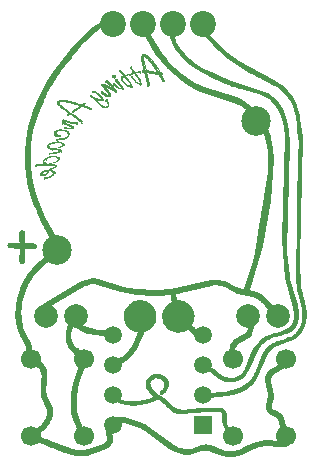
<source format=gbr>
G04 DipTrace 3.0.0.2*
G04 Bottom.gbr*
%MOIN*%
G04 #@! TF.FileFunction,Copper,L2,Bot*
G04 #@! TF.Part,Single*
G04 #@! TA.AperFunction,Nonconductor*
%ADD16C,0.000013*%
G04 #@! TA.AperFunction,ComponentPad*
%ADD17C,0.098425*%
%ADD18C,0.07874*%
%ADD19C,0.066929*%
%ADD20C,0.059055*%
%ADD21C,0.086614*%
%ADD22R,0.059055X0.059055*%
%FSLAX26Y26*%
G04*
G70*
G90*
G75*
G01*
G04 Bottom*
%LPD*%
D17*
X560012Y1090319D3*
D18*
X1295803Y868701D3*
D19*
X470803Y468701D3*
D20*
X745803Y806201D3*
D21*
Y1843701D3*
D18*
X520803Y868701D3*
D19*
X1145803Y468701D3*
X1322969Y468696D3*
Y724612D3*
X1145803Y724606D3*
X647969Y468696D3*
Y724612D3*
X470803Y724606D3*
D20*
X745803Y706201D3*
Y606201D3*
Y506201D3*
D22*
X1045803D3*
D20*
Y606201D3*
Y706201D3*
Y806201D3*
D18*
X620803Y868701D3*
X1195803D3*
D17*
X1220803Y1518701D3*
D21*
X845803Y1843701D3*
X945803D3*
X1045803D3*
G36*
X1264373Y544913D2*
X1274452Y537862D1*
X1288722Y531692D1*
X1291616Y529782D1*
X1294211Y527285D1*
X1296406Y524200D1*
X1298302Y520233D1*
X1299599Y515826D1*
X1301994Y501723D1*
X1304489Y494378D1*
X1306086Y490999D1*
X1307982Y487914D1*
X1310177Y484975D1*
X1312672Y482478D1*
X1315666Y479981D1*
X1319059Y477924D1*
X1323050Y476749D1*
X1326742Y477189D1*
X1329836Y479099D1*
X1332131Y481890D1*
X1333428Y485122D1*
Y488648D1*
X1331932Y492027D1*
X1325246Y497316D1*
X1322651Y500694D1*
X1320955Y504808D1*
X1316364Y527431D1*
X1313770Y533895D1*
X1312073Y536980D1*
X1310177Y539918D1*
X1308082Y542563D1*
X1305687Y544913D1*
X1302992Y547117D1*
X1299999Y549027D1*
X1296306Y550790D1*
X1284331Y554756D1*
X1280739Y556666D1*
X1277745Y559310D1*
X1275450Y562983D1*
X1274253Y567831D1*
Y570475D1*
X1274652Y573119D1*
X1280240Y589279D1*
X1281038Y594568D1*
X1281238Y605145D1*
X1272656Y649364D1*
X1272357Y655387D1*
X1272955Y661263D1*
X1274752Y666699D1*
X1277845Y671987D1*
X1282535Y676688D1*
X1287724Y680067D1*
X1310776Y691967D1*
X1316165Y695786D1*
X1320955Y700047D1*
X1325046Y704748D1*
X1328339Y710036D1*
X1330834Y715912D1*
X1332530Y722229D1*
X1333329Y729428D1*
X1332730Y733541D1*
X1330734Y736332D1*
X1327740Y738095D1*
X1324248Y738683D1*
X1320655Y738095D1*
X1317462Y736332D1*
X1315167Y733541D1*
X1312273Y721201D1*
X1308181Y714590D1*
X1302493Y709302D1*
X1273055Y693289D1*
X1266768Y688441D1*
X1259883Y680214D1*
X1255692Y671547D1*
X1253696Y662292D1*
X1253496Y652743D1*
X1260781Y613519D1*
X1261479Y603235D1*
X1256889Y571944D1*
X1256689Y562101D1*
X1258785Y552993D1*
X1264373Y544913D1*
G37*
X1274452Y537862D2*
D16*
D3*
G36*
X879581Y935391D2*
X934366Y938769D1*
X937659Y939210D1*
X941052Y917174D1*
X934266Y913502D1*
X928179Y909094D1*
X922790Y903659D1*
X918200Y897636D1*
X914508Y891025D1*
X911714Y883826D1*
X910017Y876187D1*
X909418Y868107D1*
X910516Y857236D1*
X913610Y847100D1*
X918599Y837992D1*
X925185Y829912D1*
X933169Y823301D1*
X942349Y818453D1*
X952528Y815221D1*
X963405Y814193D1*
X972187Y814927D1*
X980469Y816984D1*
X988253Y820216D1*
X995338Y824770D1*
X1018390Y803322D1*
X1030764Y794214D1*
X1043736Y786868D1*
X1047828Y785840D1*
X1051520Y786427D1*
X1054713Y788337D1*
X1057009Y791128D1*
X1058306Y794507D1*
Y797886D1*
X1056709Y800971D1*
X1053516Y803469D1*
X1041242Y810667D1*
X1029766Y819335D1*
X1009009Y839461D1*
X1012502Y845925D1*
X1015097Y852976D1*
X1016793Y860321D1*
X1017292Y868107D1*
X1016194Y878979D1*
X1013101Y889115D1*
X1008111Y898370D1*
X1001525Y906303D1*
X993542Y912914D1*
X984361Y917909D1*
X974282Y920994D1*
X963405Y922169D1*
X959613Y921875D1*
X956619Y942148D1*
X1075370Y970207D1*
X1083253Y971236D1*
X1091137Y971530D1*
X1099120Y970795D1*
X1107004Y968885D1*
X1117581Y964478D1*
X1148018Y947878D1*
X1159893Y943911D1*
X1196715Y937447D1*
X1211085Y933334D1*
X1224856Y927311D1*
X1237629Y919084D1*
X1243318Y914236D1*
X1248606Y908947D1*
X1257388Y896167D1*
X1260581Y892347D1*
X1290219Y867373D1*
X1291816Y865463D1*
X1294909Y862672D1*
X1298502Y861350D1*
X1302294Y861497D1*
X1305687Y862819D1*
X1308381Y865022D1*
X1309978Y868107D1*
X1310177Y871486D1*
X1308481Y875159D1*
X1301296Y883533D1*
X1276149Y905275D1*
X1258985Y925254D1*
X1252598Y931571D1*
X1244415Y937741D1*
X1226453Y947878D1*
X1213181Y953019D1*
X1201505Y955958D1*
X1245214Y1101542D1*
X1271159Y1251533D1*
X1282236Y1391535D1*
X1279841Y1426499D1*
X1273554Y1460728D1*
X1262677Y1493488D1*
X1246411Y1524632D1*
X1243517Y1527717D1*
X1240024Y1529039D1*
X1236432Y1528893D1*
X1233039Y1527570D1*
X1230245Y1525367D1*
X1228549Y1522282D1*
X1228249Y1518756D1*
X1229746Y1514936D1*
X1245613Y1484380D1*
X1255891Y1451767D1*
X1261579Y1417831D1*
X1262477Y1347757D1*
X1216075Y1064081D1*
X1182146Y959043D1*
X1165481Y962568D1*
X1155103Y966388D1*
X1117581Y984898D1*
X1109099Y987542D1*
X1100517Y989305D1*
X1091736Y990187D1*
X1082854D1*
X1073574Y989158D1*
X939954Y959777D1*
X889460Y954635D1*
X826991Y957867D1*
X778793Y966975D1*
X694869Y993859D1*
X684391Y994888D1*
X674112Y994594D1*
X664233Y992831D1*
X654853Y989893D1*
X636890Y981519D1*
X513350Y908213D1*
X510256Y905569D1*
X508759Y902190D1*
X508859Y898664D1*
X510057Y895285D1*
X512352Y892494D1*
X515445Y890731D1*
X519138Y890290D1*
X523029Y891612D1*
X652557Y968445D1*
X663934Y972999D1*
X671218Y974615D1*
X678204Y975349D1*
X685189Y975055D1*
X691975Y974174D1*
X771408Y949200D1*
X825095Y939063D1*
X879581Y935391D1*
G37*
X934366Y938769D2*
D16*
D3*
G36*
X1168375Y779229D2*
X1175161Y783049D1*
X1191327Y791863D1*
X1198611Y797299D1*
X1202004Y800384D1*
X1205098Y803909D1*
X1210187Y811989D1*
X1213281Y820510D1*
X1214777Y829471D1*
Y838579D1*
X1208790Y875600D1*
X1207293Y879419D1*
X1204699Y881623D1*
X1201406Y882504D1*
X1197913Y882210D1*
X1194620Y880595D1*
X1191925Y878097D1*
X1190329Y874718D1*
X1190229Y870458D1*
X1195418Y844896D1*
X1196117Y838139D1*
X1196017Y831528D1*
X1195019Y825358D1*
X1192824Y819628D1*
X1189730Y815221D1*
X1185938Y811402D1*
X1181747Y808317D1*
X1157797Y796123D1*
X1150313Y791128D1*
X1144226Y785252D1*
X1139535Y778495D1*
X1136043Y771296D1*
X1133748Y763510D1*
X1132450Y755283D1*
X1132251Y746763D1*
X1132849Y738095D1*
X1134047Y734129D1*
X1136641Y731191D1*
X1139935Y729428D1*
X1143527Y728840D1*
X1147020Y729428D1*
X1149914Y731191D1*
X1151710Y734129D1*
X1152109Y738095D1*
X1151510Y745881D1*
X1151810Y752933D1*
X1153007Y759397D1*
X1155202Y765126D1*
X1158396Y770268D1*
X1162787Y774969D1*
X1168375Y779229D1*
G37*
X1175161Y783049D2*
D16*
D3*
G36*
X612142Y829765D2*
X618130Y839167D1*
X625015Y829471D1*
X635094Y821391D1*
X647368Y815221D1*
X661040Y810520D1*
X689280Y805085D1*
X713330Y803616D1*
X717421Y804497D1*
X720315Y806701D1*
X722012Y809786D1*
X722610Y813311D1*
X722012Y816837D1*
X720315Y819922D1*
X717421Y822126D1*
X713330Y822860D1*
X692075Y824182D1*
X671218Y828590D1*
X649763Y836229D1*
X643975Y839314D1*
X639186Y842840D1*
X635793Y846659D1*
X634296Y851066D1*
X633497Y854445D1*
X631701Y857089D1*
X629306Y858999D1*
X626412Y860028D1*
X623419Y860175D1*
X620525Y859587D1*
X617930Y858265D1*
X616134Y856061D1*
X614837Y856796D1*
X613440Y857236D1*
X612142Y857383D1*
X610745D1*
X609348Y857089D1*
X607951Y856355D1*
X606654Y855474D1*
X605456Y854151D1*
X596675Y841077D1*
X590787Y827121D1*
X587594Y812871D1*
X587095Y798327D1*
X589490Y784077D1*
X594579Y770415D1*
X602562Y757781D1*
X613440Y746469D1*
X613939Y745441D1*
X614537Y744706D1*
X615236Y743825D1*
X616034Y743090D1*
X616932Y742502D1*
X617830Y742062D1*
X618828Y741621D1*
X619826Y741474D1*
X627211Y732660D1*
X630005Y729869D1*
X630803Y729428D1*
X631202Y728546D1*
X631402Y727371D1*
X631701Y726343D1*
X632100Y725314D1*
X632001Y724286D1*
X632200Y714590D1*
X631402Y706363D1*
X627510Y690498D1*
X611144Y643194D1*
X605855Y609699D1*
X604658Y561661D1*
X606354Y546089D1*
X610047Y531104D1*
X628807Y485710D1*
X630703Y477777D1*
X631601Y469403D1*
X632599Y465290D1*
X634895Y462499D1*
X638088Y460736D1*
X641680Y460148D1*
X645173Y460736D1*
X648167Y462499D1*
X650262Y465290D1*
X650861Y469403D1*
X649264Y482772D1*
X645772Y495553D1*
X628807Y537862D1*
X625215Y555637D1*
X624017Y592805D1*
X627909Y628356D1*
X632001Y645691D1*
X648067Y692114D1*
X651061Y707245D1*
X651560Y715031D1*
X651260Y723698D1*
X651061Y724727D1*
X650761Y725902D1*
X650063Y727224D1*
X650362Y728546D1*
X650462Y729869D1*
Y732366D1*
X650262Y734716D1*
X649763Y736626D1*
X649065Y738389D1*
X648167Y740005D1*
X645373Y743237D1*
X642179Y746322D1*
X638287Y749260D1*
X636192Y751317D1*
X630404Y759250D1*
X629007Y760719D1*
X628308Y761306D1*
X627710Y761747D1*
X627011Y762041D1*
X626213Y762335D1*
X625514Y762629D1*
X624017Y762922D1*
X616932Y771149D1*
X611643Y780111D1*
X607951Y789659D1*
X606155Y799649D1*
Y809639D1*
X608151Y819775D1*
X612142Y829765D1*
G37*
X613939Y745441D2*
D16*
X614537Y744706D1*
X615236Y743825D2*
X616034Y743090D1*
X616932Y742502D2*
X617830Y742062D1*
X618828Y741621D2*
X619826Y741474D1*
X630803Y729428D2*
X631202Y729869D1*
Y728546D1*
X631402Y727371D2*
X631701Y726343D1*
X632100Y725314D2*
X632001Y724286D1*
X651061Y724727D2*
X650761Y725902D1*
X628308Y761306D2*
X627710Y761747D1*
X627011Y762041D2*
X626213Y762335D1*
X618130Y839167D2*
D3*
G36*
X1022681Y1692840D2*
X1080659Y1660080D1*
X1149514Y1631874D1*
X1232141Y1609838D1*
X1253496Y1601024D1*
X1271159Y1588830D1*
X1285529Y1573699D1*
X1296905Y1556070D1*
X1305587Y1536532D1*
X1311774Y1515671D1*
X1318360Y1471893D1*
X1309479Y1121521D1*
X1320056Y997238D1*
X1346900Y897195D1*
X1349694Y877363D1*
X1348696Y858705D1*
X1342310Y842105D1*
X1329137Y828443D1*
X1307782Y818159D1*
X1259583Y804350D1*
X1251999Y800677D1*
X1244715Y795976D1*
X1237430Y790100D1*
X1230744Y783783D1*
X1219468Y769680D1*
X1210287Y753814D1*
X1184441Y691820D1*
X1177855Y682124D1*
X1169672Y673750D1*
X1159693Y667433D1*
X1147519Y663467D1*
X1135145Y662585D1*
X1123569Y664495D1*
X1112692Y668755D1*
X1102313Y674779D1*
X1063994Y704160D1*
X1061200Y705482D1*
X1058605Y705188D1*
X1056310Y704013D1*
X1054614Y701956D1*
X1053616Y699459D1*
X1053516Y696668D1*
X1054514Y694023D1*
X1056709Y691673D1*
X1098022Y660088D1*
X1105607Y655975D1*
X1113690Y652596D1*
X1121373Y650245D1*
X1129157Y648923D1*
X1137041Y648335D1*
X1144824Y648629D1*
X1152508Y649951D1*
X1160092Y652155D1*
X1167377Y655240D1*
X1174362Y659207D1*
X1189131Y672428D1*
X1200008Y688294D1*
X1231542Y760131D1*
X1243318Y775556D1*
X1259384Y788337D1*
X1273255Y794948D1*
X1317961Y807729D1*
X1331732Y813164D1*
X1344106Y820950D1*
X1354384Y831822D1*
X1361869Y847247D1*
X1365661Y865463D1*
X1365561Y883826D1*
X1362567Y902484D1*
X1335424Y994006D1*
X1325345Y1086998D1*
X1333927Y1445744D1*
X1331033Y1485408D1*
X1323948Y1523604D1*
X1311075Y1558421D1*
X1291017Y1588390D1*
X1262278Y1611748D1*
X1130754Y1654791D1*
X1043138Y1695925D1*
X1023180Y1708853D1*
X1003221Y1724425D1*
X984660Y1742495D1*
X968594Y1762474D1*
X956519Y1784216D1*
X949534Y1807280D1*
X949035Y1831373D1*
X957018Y1859138D1*
X956519Y1861929D1*
X955122Y1864280D1*
X952927Y1866043D1*
X950532Y1867071D1*
X947938D1*
X945642Y1865896D1*
X943846Y1863399D1*
X934067Y1828729D1*
X936462Y1796262D1*
X948736Y1766293D1*
X968694Y1738822D1*
X994041Y1714288D1*
X1022681Y1692840D1*
G37*
X1080659Y1660080D2*
D16*
D3*
G36*
X1058206Y1795968D2*
X1100218Y1751162D1*
X1127461Y1727510D1*
X1187235Y1687552D1*
X1292115Y1631727D1*
X1308581Y1619681D1*
X1323350Y1605725D1*
X1335724Y1589565D1*
X1345104Y1570761D1*
X1355981Y1532418D1*
X1364663Y1451179D1*
X1355382Y997532D1*
X1360372Y956692D1*
X1374442Y897195D1*
X1377037Y878391D1*
Y868842D1*
X1376239Y859293D1*
X1374542Y850038D1*
X1371848Y840783D1*
X1368255Y832115D1*
X1363665Y823742D1*
X1358176Y816396D1*
X1351989Y810226D1*
X1345303Y805232D1*
X1338019Y800971D1*
X1279641Y780257D1*
X1273554Y777172D1*
X1267866Y773500D1*
X1262577Y769239D1*
X1257687Y764392D1*
X1252199Y757046D1*
X1243218Y740740D1*
X1221064Y684621D1*
X1214877Y673456D1*
X1207992Y663320D1*
X1200108Y654212D1*
X1191327Y645985D1*
X1181547Y638787D1*
X1170470Y632616D1*
X1146620Y623214D1*
X1123070Y617485D1*
X1062697Y611462D1*
X1059603Y610727D1*
X1057508Y609111D1*
X1056210Y606614D1*
X1055711Y603970D1*
X1056110Y601325D1*
X1057408Y599122D1*
X1059603Y597506D1*
X1062697Y597065D1*
X1099919Y599416D1*
X1138138Y605439D1*
X1156699Y610434D1*
X1174462Y617191D1*
X1190928Y626153D1*
X1205796Y637464D1*
X1216973Y649511D1*
X1226253Y663173D1*
X1261479Y744265D1*
X1267666Y753080D1*
X1275251Y760719D1*
X1284431Y766742D1*
X1348996Y791422D1*
X1360072Y798621D1*
X1370151Y808317D1*
X1378933Y821244D1*
X1385020Y834907D1*
X1389211Y849450D1*
X1391407Y864435D1*
X1391606Y879419D1*
X1388613Y900721D1*
X1373345Y963597D1*
X1367058Y1054972D1*
X1377137Y1467339D1*
X1366359Y1546962D1*
X1356480Y1578253D1*
X1349495Y1592797D1*
X1340813Y1606606D1*
X1330036Y1619534D1*
X1317163Y1631433D1*
X1281038Y1655820D1*
X1164882Y1718108D1*
X1128159Y1745873D1*
X1079262Y1793324D1*
X1065491Y1810806D1*
X1059803Y1820355D1*
X1055312Y1830198D1*
X1052318Y1840775D1*
X1050921Y1851940D1*
X1050223Y1855025D1*
X1048526Y1857228D1*
X1046131Y1858551D1*
X1043437Y1858991D1*
X1040843Y1858551D1*
X1038547Y1857228D1*
X1037050Y1855025D1*
X1036452Y1851940D1*
X1038448Y1836662D1*
X1043038Y1822265D1*
X1049824Y1808749D1*
X1058206Y1795968D1*
G37*
X1100218Y1751162D2*
D16*
D3*
G36*
X1114887Y501576D2*
X1136142Y467200D1*
X1138039Y464849D1*
X1140433Y463674D1*
X1143028D1*
X1145523Y464702D1*
X1147618Y466465D1*
X1149015Y468816D1*
X1149415Y471460D1*
X1148616Y474545D1*
X1129856Y502310D1*
X1126962Y508187D1*
X1124866Y514357D1*
X1124068Y520968D1*
X1124567Y541681D1*
X1123968Y545795D1*
X1122970Y549761D1*
X1121274Y553434D1*
X1119078Y556666D1*
X1116384Y559163D1*
X1113390Y560926D1*
X1110097Y562395D1*
X1106505Y563277D1*
X1099120Y564305D1*
X1036851Y563864D1*
X976977Y557547D1*
X968195Y557841D1*
X960810Y559604D1*
X954424Y562689D1*
X948736Y566655D1*
X926981Y587516D1*
X889959Y614106D1*
X884271Y619101D1*
X878882Y624684D1*
X875390Y629385D1*
X872596Y634379D1*
X870799Y639521D1*
X870201Y644663D1*
X870899Y649511D1*
X873294Y653918D1*
X877485Y657591D1*
X883672Y660529D1*
X886367Y661116D1*
X889460Y661410D1*
X896346Y660969D1*
X899739Y660235D1*
X903032Y659353D1*
X905926Y658031D1*
X908321Y656709D1*
X912911Y652302D1*
X915605Y647454D1*
X916703Y642459D1*
X916304Y637317D1*
X914707Y632176D1*
X912113Y627475D1*
X908620Y623068D1*
X904429Y619395D1*
X902333Y617044D1*
X901435Y614400D1*
X901635Y611609D1*
X902533Y608965D1*
X904229Y606908D1*
X906425Y605733D1*
X909019Y605586D1*
X911813Y606908D1*
X917002Y611462D1*
X921792Y616604D1*
X925784Y622186D1*
X928878Y628356D1*
X930973Y634820D1*
X931771Y641578D1*
X931173Y648482D1*
X928977Y655387D1*
X925385Y661263D1*
X920495Y666111D1*
X914508Y670078D1*
X907822Y673016D1*
X900737Y674926D1*
X893552Y675807D1*
X886467Y675660D1*
X879880Y674485D1*
X873993Y672281D1*
X868704Y668902D1*
X863914Y664789D1*
X860022Y659941D1*
X856929Y654506D1*
X855033Y648629D1*
X854334Y642459D1*
X855033Y636142D1*
X856529Y631000D1*
X858825Y626153D1*
X861818Y621452D1*
X869103Y612637D1*
X882375Y600885D1*
X866009Y594274D1*
X848446Y589132D1*
X830185Y585900D1*
X811624Y584725D1*
X793362Y586047D1*
X775899Y590014D1*
X759733Y597065D1*
X742668Y608965D1*
X739874Y609258D1*
X737280Y608524D1*
X735084Y606908D1*
X733488Y604704D1*
X732789Y602207D1*
X733288Y599563D1*
X735084Y597065D1*
X752348Y584725D1*
X771508Y576498D1*
X792164Y571797D1*
X813619Y570475D1*
X835274Y572091D1*
X856629Y576351D1*
X876986Y582962D1*
X895847Y591483D1*
X917102Y575470D1*
X939755Y553434D1*
X946041Y549174D1*
X949434Y547411D1*
X953027Y545942D1*
X960910Y543885D1*
X970490Y542857D1*
X1057807Y550055D1*
X1099320Y549761D1*
X1102413Y549174D1*
X1105008Y547998D1*
X1107203Y545942D1*
X1108900Y542857D1*
X1109997Y538743D1*
X1110297Y535511D1*
X1109698Y525375D1*
X1110197Y516560D1*
X1111993Y508627D1*
X1114887Y501576D1*
G37*
X1136142Y467200D2*
D16*
D3*
G36*
X924287Y1695778D2*
X970790Y1654791D1*
X998432Y1636428D1*
X1027371Y1620856D1*
X1057807Y1608222D1*
X1156899Y1577372D1*
X1172067Y1569439D1*
X1186337Y1559890D1*
X1199809Y1548431D1*
X1212482Y1534622D1*
X1215576Y1531978D1*
X1218969Y1531243D1*
X1222262Y1532125D1*
X1225056Y1534181D1*
X1227251Y1537119D1*
X1228349Y1540645D1*
X1228050Y1544465D1*
X1226054Y1548284D1*
X1206195Y1568998D1*
X1183643Y1585745D1*
X1158695Y1598820D1*
X1048626Y1631874D1*
X1017691Y1647299D1*
X976078Y1674918D1*
X951430Y1696072D1*
X928878Y1719283D1*
X908620Y1744404D1*
X874791Y1799494D1*
X850442Y1859873D1*
X848446Y1863545D1*
X845453Y1865749D1*
X841960Y1866630D1*
X838367Y1866190D1*
X835074Y1864721D1*
X832580Y1862223D1*
X831382Y1858844D1*
X831781Y1854731D1*
X854534Y1797144D1*
X885469Y1743670D1*
X924287Y1695778D1*
G37*
X970790Y1654791D2*
D16*
D3*
G36*
X398890Y1095666D2*
X402981Y1094784D1*
X434016Y1093903D1*
X433717Y1052475D1*
X434415Y1048362D1*
X436611Y1045570D1*
X439604Y1043808D1*
X443197Y1043220D1*
X446690Y1043808D1*
X449883Y1045570D1*
X452078Y1048362D1*
X452976Y1052475D1*
X453276Y1093315D1*
X482015Y1092434D1*
X486107Y1093168D1*
X489001Y1095225D1*
X490797Y1098163D1*
X491396Y1101689D1*
X490797Y1105361D1*
X489001Y1108446D1*
X486107Y1110797D1*
X482015Y1111678D1*
X453176Y1112560D1*
X452477Y1147083D1*
X451579Y1151049D1*
X449284Y1153987D1*
X446191Y1155750D1*
X442598Y1156338D1*
X439105Y1155750D1*
X436012Y1153987D1*
X433916Y1151049D1*
X433218Y1147083D1*
X433916Y1113147D1*
X402981Y1114029D1*
X398890Y1113294D1*
X395996Y1111238D1*
X394300Y1108153D1*
X393701Y1104627D1*
X394300Y1101101D1*
X395996Y1098016D1*
X398890Y1095666D1*
G37*
X402981Y1094784D2*
D16*
D3*
G36*
X471438Y1266665D2*
X503870Y1185866D1*
X539994Y1121374D1*
X553066Y1102423D1*
X554364Y1099485D1*
X554463Y1097281D1*
X554164Y1096106D1*
X554064Y1094784D1*
X554164Y1093609D1*
X554364Y1092287D1*
X554863Y1090965D1*
X555361Y1089936D1*
X556060Y1088761D1*
X558455Y1086557D1*
X559553Y1085823D1*
X535803Y1075539D1*
X513749Y1062024D1*
X493691Y1045717D1*
X475729Y1026913D1*
X459962Y1006200D1*
X446690Y983723D1*
X436012Y960071D1*
X425235Y923344D1*
X421343Y898370D1*
X420345Y873102D1*
X422640Y847834D1*
X426731Y829471D1*
X435214Y806113D1*
X454373Y769974D1*
X455671Y765861D1*
X456469Y761306D1*
X456768Y756605D1*
X452677Y723111D1*
Y721642D1*
X452976Y720173D1*
X453675Y718704D1*
X454573Y717381D1*
X455771Y716206D1*
X456968Y715178D1*
X458365Y714443D1*
X485309Y704748D1*
X492493Y700781D1*
X498581Y695639D1*
X503371Y689029D1*
X506464Y680949D1*
X507861Y670812D1*
X503969Y619689D1*
X504369Y611168D1*
X505865Y602648D1*
X509059Y592952D1*
X521532Y566655D1*
X524726Y557841D1*
X526223Y548733D1*
X525624Y539037D1*
X522131Y528460D1*
X516942Y518911D1*
X509857Y509509D1*
X505865Y505395D1*
X501475Y501723D1*
X496884Y498491D1*
X492094Y496140D1*
X470540Y490558D1*
X467047Y489236D1*
X463654Y487473D1*
X457068Y482919D1*
X453874Y479834D1*
X451080Y476602D1*
X448985Y472929D1*
X447787Y469257D1*
X447887Y465290D1*
X449484Y461470D1*
X452078Y458532D1*
X455371Y456329D1*
X459363Y454566D1*
X496285Y448102D1*
X584401Y413285D1*
X607153Y406527D1*
X623019Y403736D1*
X639385Y402561D1*
X655451Y403442D1*
X668125Y405940D1*
X720415Y425185D1*
X727700Y429151D1*
X731093Y431795D1*
X735284Y435615D1*
X738876Y439875D1*
X741770Y444576D1*
X743966Y449424D1*
X745363Y454713D1*
X745961Y460001D1*
X745562Y465584D1*
X742070Y480715D1*
X741770Y485122D1*
X742169Y489236D1*
X743167Y493349D1*
X745063Y497463D1*
X747758Y501429D1*
X751350Y505542D1*
X755442Y508774D1*
X759832Y511125D1*
X764423Y512447D1*
X769213Y513182D1*
X774102Y513035D1*
X784081Y511712D1*
X816414Y503045D1*
X834076Y495993D1*
X850841Y487326D1*
X933667Y426066D1*
X946940Y418574D1*
X960810Y412404D1*
X976478Y407850D1*
X984561Y406527D1*
X992245Y406234D1*
X999829Y406821D1*
X1007313Y407997D1*
X1042838Y419749D1*
X1048626Y420777D1*
X1054314Y420924D1*
X1060002Y420337D1*
X1065690Y419161D1*
X1102114Y405058D1*
X1110496Y402855D1*
X1127461Y400210D1*
X1145024Y399917D1*
X1162387Y402267D1*
X1170670Y404471D1*
X1182844Y409466D1*
X1213879Y426507D1*
X1228549Y431355D1*
X1251101Y435615D1*
X1307483Y433264D1*
X1318659Y433999D1*
X1329936Y436203D1*
X1333628Y438112D1*
X1335923Y440904D1*
X1336721Y444429D1*
X1336322Y447955D1*
X1334825Y451187D1*
X1332331Y453684D1*
X1328938Y455153D1*
X1324846Y454860D1*
X1315067Y452950D1*
X1305287Y452509D1*
X1256290Y455888D1*
X1239126Y453684D1*
X1224956Y450159D1*
X1211285Y445605D1*
X1166678Y424303D1*
X1157997Y421806D1*
X1149215Y420043D1*
X1140134Y419161D1*
X1130953D1*
X1121573Y420337D1*
X1113191Y422246D1*
X1072975Y437965D1*
X1064692Y440169D1*
X1056310Y441197D1*
X1047828Y440904D1*
X1039845Y439141D1*
X1009009Y427241D1*
X1001026Y425331D1*
X992843Y424744D1*
X983563Y425625D1*
X974382Y427829D1*
X965401Y430914D1*
X948137Y439728D1*
X866109Y500694D1*
X849344Y509950D1*
X813719Y523906D1*
X785778Y531104D1*
X772905Y532573D1*
X766518D1*
X760231Y531692D1*
X754044Y530076D1*
X748356Y527431D1*
X742868Y523906D1*
X737679Y519352D1*
X732989Y514357D1*
X728897Y508774D1*
X725504Y502751D1*
X722910Y496728D1*
X721313Y490705D1*
X720914Y487914D1*
X720814Y485122D1*
X721313Y479981D1*
X725504Y464262D1*
X725604Y459414D1*
X724506Y455007D1*
X722511Y451187D1*
X719617Y447808D1*
X715924Y444870D1*
X711534Y442373D1*
X673314Y428563D1*
X651360Y423862D1*
X640084Y422981D1*
X628308Y423275D1*
X608849Y426213D1*
X502273Y467200D1*
X470240Y472342D1*
X475429Y472048D1*
X476527D1*
X491396Y475720D1*
X498181Y478218D1*
X504568Y481450D1*
X510655Y485269D1*
X516343Y489823D1*
X527021Y500694D1*
X536501Y514651D1*
X540293Y522143D1*
X543287Y530076D1*
X545283Y538156D1*
X546281Y546382D1*
X546081Y554903D1*
X544584Y563277D1*
X542888Y568418D1*
X526322Y601619D1*
X524826Y606467D1*
X523329Y616163D1*
X523129Y626006D1*
X526921Y674485D1*
X526223Y682712D1*
X524426Y690791D1*
X521333Y698431D1*
X516842Y705629D1*
X512551Y710477D1*
X507761Y714590D1*
X502572Y718116D1*
X491096Y723698D1*
X472934Y730015D1*
X475928Y751023D1*
X476128Y761600D1*
X475629Y766742D1*
X474531Y772031D1*
X473034Y776879D1*
X468743Y785987D1*
X458165Y803322D1*
X450182Y820069D1*
X445791Y832703D1*
X440702Y858852D1*
X439704Y885589D1*
X442698Y912179D1*
X448586Y937007D1*
X457467Y961246D1*
X469142Y984457D1*
X483512Y1006053D1*
X500477Y1025738D1*
X519736Y1042779D1*
X541191Y1056882D1*
X567536Y1068782D1*
X569532Y1070691D1*
X570829Y1073042D1*
X571428Y1075686D1*
X571328Y1078331D1*
X570629Y1080828D1*
X569432Y1083032D1*
X567636Y1084794D1*
X568634Y1085235D1*
X570729Y1086264D1*
X572326Y1087439D1*
X573523Y1088761D1*
X574421Y1090377D1*
X575020Y1092140D1*
X575320Y1093903D1*
Y1095812D1*
X574920Y1097722D1*
X574322Y1099338D1*
X574222Y1100954D1*
X573923Y1102276D1*
X573523Y1103745D1*
X572326Y1106684D1*
X519038Y1198794D1*
X497383Y1250064D1*
X484510Y1290757D1*
X475429Y1332479D1*
X470540Y1374935D1*
X472236Y1441924D1*
X479620Y1486584D1*
X491496Y1530215D1*
X526921Y1613658D1*
X574920Y1691077D1*
X649863Y1781865D1*
X685788Y1814479D1*
X705347Y1828435D1*
X726103Y1840481D1*
X748356Y1849883D1*
X751949Y1851940D1*
X754044Y1855025D1*
X754943Y1858551D1*
X754543Y1862223D1*
X753047Y1865455D1*
X750552Y1867806D1*
X747259Y1868981D1*
X743167Y1868393D1*
X724207Y1860754D1*
X689380Y1840628D1*
X657846Y1815507D1*
X600567Y1754982D1*
X546181Y1683585D1*
X522331Y1645536D1*
X491795Y1585011D1*
X475729Y1542849D1*
X463654Y1499952D1*
X455571Y1456174D1*
X451779Y1412102D1*
X452477Y1367589D1*
X457766Y1322930D1*
X471438Y1266665D1*
G37*
X554164Y1096106D2*
D16*
X554064Y1094784D1*
X554164Y1093609D2*
X554364Y1092287D1*
X554863Y1090965D2*
X555361Y1089936D1*
X503870Y1185866D2*
D3*
G36*
X762626Y726490D2*
X746161Y721054D1*
X742469Y719291D1*
X740174Y716500D1*
X739375Y713121D1*
X739675Y709595D1*
X741171Y706217D1*
X743766Y703719D1*
X747159Y702250D1*
X751350Y702397D1*
X771009Y709008D1*
X788073Y718557D1*
X802842Y730750D1*
X815515Y745000D1*
X826293Y761160D1*
X843157Y797005D1*
X849644Y815809D1*
X858126Y818747D1*
X865810Y823007D1*
X872795Y828296D1*
X878683Y834760D1*
X883573Y842105D1*
X887265Y850185D1*
X889460Y858852D1*
X890259Y868107D1*
X889161Y878979D1*
X886067Y889115D1*
X881078Y898370D1*
X874492Y906303D1*
X866508Y912914D1*
X857328Y917909D1*
X847149Y920994D1*
X836272Y922169D1*
X825395Y920994D1*
X815316Y917909D1*
X806135Y912914D1*
X798152Y906303D1*
X791566Y898370D1*
X786576Y889115D1*
X783383Y878979D1*
X782285Y868107D1*
X783283Y858118D1*
X785977Y848716D1*
X790169Y840048D1*
X795857Y832409D1*
X802742Y825945D1*
X810726Y820657D1*
X819607Y816837D1*
X829187Y814634D1*
X816913Y783636D1*
X809129Y769386D1*
X799948Y756018D1*
X789271Y744265D1*
X776897Y734276D1*
X762626Y726490D1*
G37*
X746161Y721054D2*
D16*
D3*
G36*
X800746Y1697394D2*
X813619Y1681675D1*
X809029Y1681381D1*
X808231Y1681235D1*
X807432Y1680941D1*
X806634Y1680647D1*
X806035Y1680206D1*
X805736Y1680059D1*
X805137Y1679325D1*
X805037Y1679031D1*
X804938Y1678003D1*
Y1677709D1*
X805237Y1676680D1*
X805337Y1676387D1*
X806235Y1675505D1*
X806834Y1675211D1*
X807632Y1674918D1*
X807931D1*
X808430D1*
X814817Y1676680D1*
X817511Y1676974D1*
X828388Y1661255D1*
X833378Y1652000D1*
X833977Y1650090D1*
X834276Y1648474D1*
Y1647887D1*
Y1647005D1*
X834176Y1646712D1*
X833478Y1645977D1*
X832779Y1645830D1*
X832081D1*
X831382D1*
X830584Y1645977D1*
X829885Y1646271D1*
X829187Y1646565D1*
X828388Y1647152D1*
X823399Y1651559D1*
X808829Y1668894D1*
X808530Y1669188D1*
X807233Y1669482D1*
X806834D1*
X805936Y1668894D1*
X805836Y1668748D1*
X805736Y1667572D1*
X805936Y1666985D1*
X806235Y1666250D1*
X806634Y1665369D1*
X815216Y1654498D1*
X824297Y1645536D1*
X827391Y1643186D1*
X830284Y1641570D1*
X831682Y1641129D1*
X832979Y1640688D1*
X834176Y1640541D1*
X835274D1*
X835773D1*
X836771Y1640982D1*
X837270Y1641129D1*
X838068Y1641864D1*
X838467Y1642304D1*
X839066Y1643333D1*
X839365Y1643920D1*
X839565Y1644508D1*
X839665Y1645242D1*
X839765Y1646712D1*
X839565Y1648474D1*
X839066Y1650384D1*
X837170Y1655379D1*
X823499Y1678443D1*
X833578Y1680500D1*
X834276Y1680794D1*
X834775Y1681088D1*
X835074Y1681235D1*
X835673Y1682116D1*
Y1682410D1*
Y1683438D1*
Y1683585D1*
X834975Y1684466D1*
X834575Y1684760D1*
X833777Y1685054D1*
X833178Y1685201D1*
X832180D1*
X824097Y1683291D1*
X820305Y1682704D1*
X806634Y1700039D1*
X806135Y1700479D1*
X805536Y1700920D1*
X805137D1*
X804040Y1701067D1*
X803740D1*
X803042Y1700920D1*
X802343Y1700626D1*
X801545Y1700039D1*
X801345Y1699892D1*
X800746Y1698863D1*
X800647Y1698716D1*
X800746Y1697394D1*
G37*
X808231Y1681235D2*
D16*
X807432Y1680941D1*
X806634Y1680647D2*
X806035Y1680206D1*
X805736Y1680059D2*
X805536Y1679765D1*
X805337Y1679472D1*
X805137Y1679325D1*
X805037Y1679031D2*
X804938Y1678590D1*
Y1678296D1*
Y1678003D1*
Y1677709D2*
X805037Y1677268D1*
X805137Y1676974D1*
X805237Y1676680D1*
X805337Y1676387D2*
X805536Y1676093D1*
X805736Y1675946D1*
X805936Y1675652D1*
X806235Y1675505D1*
X806834Y1675211D2*
X807432Y1674918D1*
X807632D1*
X807931D2*
X808131D1*
X808430D1*
X834276Y1647887D2*
Y1647299D1*
Y1647005D1*
X834176Y1646712D2*
X834076Y1646565D1*
Y1646418D1*
X833877Y1646271D1*
X833777Y1646124D1*
X833677Y1645977D1*
X833478D1*
X832779Y1645830D2*
X832081D1*
X831382D2*
X830584Y1645977D1*
X829885Y1646271D2*
X829187Y1646565D1*
X808530Y1669188D2*
X808231Y1669335D1*
X807931D1*
X807632Y1669482D1*
X807233D1*
X806834D2*
X806534Y1669335D1*
X806335Y1669188D1*
X806135Y1669041D1*
X805936Y1668894D1*
X805836Y1668748D2*
X805736Y1668454D1*
Y1668160D1*
Y1667866D1*
Y1667572D1*
X805936Y1666985D2*
X806235Y1666250D1*
X834176Y1640541D2*
X835274D1*
X835773D2*
X836272Y1640688D1*
X836771Y1640982D1*
X837270Y1641129D2*
X837669Y1641570D1*
X838068Y1641864D1*
X838467Y1642304D2*
X838767Y1642745D1*
X839066Y1643333D1*
X839365Y1643920D2*
X839565Y1644508D1*
X834276Y1680794D2*
X834775Y1681088D1*
X835074Y1681235D2*
X835274Y1681528D1*
X835374Y1681675D1*
X835573Y1681969D1*
X835673Y1682116D1*
Y1682410D2*
X835773Y1682557D1*
Y1682851D1*
Y1683144D1*
X835673Y1683438D1*
Y1683585D2*
X835573Y1683879D1*
X835474Y1684026D1*
X835274Y1684173D1*
X835174Y1684320D1*
X834975Y1684466D1*
X834575Y1684760D2*
X834376Y1684907D1*
X833777Y1685054D1*
X833178Y1685201D2*
X832180D1*
X806135Y1700479D2*
X805836Y1700773D1*
X805536Y1700920D1*
X805137D2*
X804838Y1701067D1*
X804439D1*
X804040D1*
X803740D2*
X803042Y1700920D1*
X802343Y1700626D2*
X802044Y1700479D1*
X801844Y1700332D1*
G36*
X800647Y1698423D2*
Y1698716D1*
X801146Y1699598D1*
X801345Y1699892D1*
X801844Y1700332D1*
X801545Y1700039D1*
X800846Y1699157D1*
X800746Y1698863D1*
X800647Y1697688D1*
X800746Y1697394D1*
X800647Y1698423D1*
G37*
X801146Y1699598D2*
D16*
X801046Y1699451D1*
X800846Y1699157D1*
X800647Y1698423D2*
Y1698129D1*
Y1697835D1*
Y1697688D1*
X813619Y1681675D2*
D3*
G36*
X765121Y1685936D2*
X769612Y1681528D1*
X779291Y1671392D1*
X774701Y1670657D1*
X774003Y1670510D1*
X773104Y1670217D1*
X772406Y1669776D1*
X771807Y1669335D1*
X771608Y1669041D1*
X771009Y1668160D1*
X770909Y1667866D1*
Y1666985D1*
X771009Y1666544D1*
X771308Y1665662D1*
X771508Y1665369D1*
X772406Y1664634D1*
X773005Y1664340D1*
X773903Y1664047D1*
X774202D1*
X774701Y1664193D1*
X780888Y1666544D1*
X783582Y1667132D1*
X795757Y1652294D1*
X801445Y1643480D1*
X802243Y1641717D1*
X802742Y1640101D1*
X802842Y1639513D1*
Y1638632D1*
Y1638338D1*
X802144Y1637456D1*
X801445Y1637310D1*
X800746Y1637163D1*
X800048D1*
X799250Y1637310D1*
X798551Y1637456D1*
X797753Y1637750D1*
X796954Y1638191D1*
X791566Y1642304D1*
X775599Y1658170D1*
X775200Y1658464D1*
X774003Y1658611D1*
X773603D1*
X772705Y1658023D1*
X772606Y1657730D1*
Y1656701D1*
X772905Y1655967D1*
X773204Y1655232D1*
X773803Y1654498D1*
X783283Y1644508D1*
X793063Y1636281D1*
X796356Y1634224D1*
X799349Y1632902D1*
X800746Y1632462D1*
X802144Y1632315D1*
X803341Y1632168D1*
X804439D1*
X804838Y1632315D1*
X805936Y1632755D1*
X806335Y1633049D1*
X807133Y1633931D1*
X807432Y1634371D1*
X808031Y1635400D1*
X808231Y1635987D1*
X808331Y1636575D1*
X808430Y1637310D1*
X808331Y1638779D1*
X807931Y1640541D1*
X807333Y1642451D1*
X805037Y1647152D1*
X789370Y1669041D1*
X799250Y1671979D1*
X799848Y1672273D1*
X800447Y1672714D1*
X800647Y1672861D1*
X801146Y1673742D1*
X801245Y1674036D1*
X801046Y1675064D1*
Y1675211D1*
X800347Y1676093D1*
X799848Y1676240D1*
X799050Y1676534D1*
X798451D1*
X797453D1*
X789570Y1673889D1*
X785778Y1673008D1*
X770709Y1689168D1*
X770211Y1689461D1*
X769512Y1689755D1*
X769113Y1689902D1*
X768115D1*
X767716Y1689755D1*
X767017Y1689608D1*
X766418Y1689314D1*
X765720Y1688727D1*
X765520Y1688433D1*
X764922Y1687405D1*
Y1687111D1*
X765121Y1685936D1*
G37*
X774003Y1670510D2*
D16*
X773104Y1670217D1*
X772406Y1669776D2*
X771807Y1669335D1*
X771608Y1669041D2*
X771408Y1668748D1*
X771208Y1668454D1*
X771009Y1668160D1*
X770909Y1667866D2*
Y1667572D1*
Y1667278D1*
Y1666985D1*
X771009Y1666544D2*
X771109Y1666250D1*
X771208Y1665956D1*
X771308Y1665662D1*
X771508Y1665369D2*
X771707Y1665222D1*
X771907Y1664928D1*
X772206Y1664781D1*
X772406Y1664634D1*
X773005Y1664340D2*
X773603Y1664193D1*
X773903Y1664047D1*
X774202D2*
X774402D1*
X774701Y1664193D1*
X802842Y1639513D2*
Y1638926D1*
Y1638632D1*
Y1638338D2*
X802742Y1638191D1*
X802642Y1637897D1*
X802543Y1637750D1*
X802443Y1637603D1*
X802343D1*
X802144Y1637456D1*
X801445Y1637310D2*
X800746Y1637163D1*
X800048D2*
X799250Y1637310D1*
X798551Y1637456D2*
X797753Y1637750D1*
X775200Y1658464D2*
X775000D1*
X774701Y1658611D1*
X774302D1*
X774003D1*
X773603D2*
X773304Y1658464D1*
X773104Y1658317D1*
X772905Y1658170D1*
X772705Y1658023D1*
X772606Y1657730D2*
X772506Y1657583D1*
Y1657289D1*
X772606Y1656995D1*
Y1656701D1*
X772905Y1655967D2*
X773204Y1655232D1*
X803341Y1632168D2*
X804439D1*
X804838Y1632315D2*
X805437Y1632462D1*
X805936Y1632755D1*
X806335Y1633049D2*
X806734Y1633490D1*
X807133Y1633931D1*
X807432Y1634371D2*
X807732Y1634812D1*
X808031Y1635400D1*
X808231Y1635987D2*
X808331Y1636575D1*
X799848Y1672273D2*
X800447Y1672714D1*
X800647Y1672861D2*
X800846Y1673008D1*
X800946Y1673302D1*
X801046Y1673449D1*
X801146Y1673742D1*
X801245Y1674036D2*
Y1674183D1*
Y1674477D1*
X801146Y1674771D1*
X801046Y1675064D1*
Y1675211D2*
X800946Y1675358D1*
X800746Y1675652D1*
X800647Y1675799D1*
X800447Y1675946D1*
X800347Y1676093D1*
X799848Y1676240D2*
X799649Y1676387D1*
X799050Y1676534D1*
X798451D2*
X797453D1*
X770211Y1689461D2*
X769811Y1689608D1*
X769512Y1689755D1*
X769113Y1689902D2*
X768813D1*
X768414D1*
X768115D1*
X767716Y1689755D2*
X767017Y1689608D1*
X766418Y1689314D2*
X766119Y1689168D1*
X765920Y1688874D1*
X765720Y1688727D1*
X765520Y1688433D2*
X765121Y1687992D1*
X765021Y1687698D1*
X764922Y1687405D1*
Y1687111D2*
X764822Y1686964D1*
Y1686670D1*
X764922Y1686376D1*
Y1686082D1*
X765121Y1685936D1*
X769612Y1681528D2*
D3*
X746061Y1664634D2*
X747159Y1664340D1*
X747658Y1664193D1*
X748057D1*
X748556D1*
X748955D1*
X749454Y1664340D1*
X749853Y1664487D1*
X750153Y1664634D1*
X750552Y1664781D1*
X750851Y1665075D1*
X751151Y1665369D1*
X751350Y1665662D1*
X751550Y1665956D1*
X751749Y1666250D1*
X751949Y1666691D1*
X752049Y1666985D1*
X752148Y1667425D1*
X752248Y1667719D1*
Y1668160D1*
Y1668601D1*
X752148Y1668894D1*
X751649Y1670217D1*
X751450Y1670804D1*
X751151Y1671098D1*
X750751Y1671539D1*
X750452Y1671833D1*
X750053Y1672126D1*
X749554Y1672420D1*
X749055Y1672714D1*
X748556Y1672861D1*
X748057Y1673008D1*
X747558Y1673155D1*
X747059D1*
X746560D1*
X746061D1*
X745562Y1673008D1*
X744664Y1672567D1*
X743966Y1672126D1*
X743666Y1671833D1*
X743367Y1671686D1*
X743167Y1671392D1*
X742968Y1671098D1*
X742768Y1670657D1*
X742668Y1670363D1*
X742569Y1670070D1*
Y1669629D1*
Y1669335D1*
Y1668894D1*
X742668Y1668601D1*
X742868Y1667866D1*
X743167Y1667278D1*
X743467Y1666838D1*
X743766Y1666397D1*
X744165Y1665956D1*
X744564Y1665516D1*
X745063Y1665222D1*
X745562Y1664928D1*
X746061Y1664634D1*
G36*
X752448Y1657142D2*
X752248Y1655967D1*
Y1655673D1*
X752548Y1654644D1*
X752448Y1654938D1*
X752248Y1655967D1*
Y1656554D1*
X752647Y1657583D1*
X752847Y1657876D1*
X752448Y1657142D1*
X752248Y1656554D1*
Y1655673D1*
Y1655379D1*
X752548Y1654644D1*
X752847Y1654204D1*
X763325Y1644361D1*
X770310Y1636281D1*
X772805Y1632902D1*
X773504Y1631433D1*
X773703Y1630846D1*
X773903Y1629670D1*
X773803Y1629230D1*
X773005Y1628642D1*
X772406D1*
X771807Y1628789D1*
X767915Y1630552D1*
X750751Y1643920D1*
X750153Y1644214D1*
X749055Y1644802D1*
X748456D1*
X747458Y1644949D1*
X747259D1*
X746361Y1644361D1*
X746161Y1644067D1*
X746061Y1642892D1*
X746161Y1642598D1*
X746460Y1641717D1*
X746959Y1640982D1*
X747558Y1640101D1*
X750252Y1637310D1*
X759633Y1630552D1*
X768115Y1625998D1*
X771308Y1624822D1*
X772705Y1624529D1*
X774003Y1624382D1*
X775200D1*
X775699Y1624529D1*
X776697Y1624822D1*
X777395Y1625116D1*
X778094Y1625704D1*
X778493Y1626292D1*
X778892Y1626879D1*
X779092Y1627614D1*
X779192Y1628495D1*
Y1629377D1*
X779092Y1630552D1*
X778294Y1632755D1*
X777096Y1635547D1*
X770310Y1645389D1*
X760730Y1655967D1*
X758735Y1657583D1*
X757837Y1658170D1*
X756938Y1658611D1*
X756140Y1658758D1*
X755242Y1658905D1*
X754943D1*
X753845Y1658758D1*
X753546Y1658611D1*
X754543Y1658905D1*
X754943D1*
X756140Y1658758D1*
X755242Y1658905D1*
X754543D1*
X754144Y1658758D1*
X753146Y1658317D1*
X752947Y1658170D1*
X752448Y1657142D1*
G37*
X752248Y1655379D2*
D16*
X752348Y1655232D1*
X752448Y1654938D1*
X773703Y1630846D2*
X773903Y1630258D1*
Y1629670D1*
X773803Y1629230D2*
X773703Y1628936D1*
X773404Y1628642D1*
X773005D1*
X772406D2*
X771807Y1628789D1*
X750153Y1644214D2*
X749654Y1644508D1*
X749055Y1644802D1*
X748456D2*
X747957Y1644949D1*
X747458D1*
X747259D2*
X747059Y1644802D1*
X746760Y1644655D1*
X746460Y1644508D1*
X746361Y1644361D1*
X746161Y1644067D2*
X746061Y1643920D1*
Y1643627D1*
Y1643186D1*
Y1642892D1*
X746161Y1642598D2*
X746460Y1641717D1*
X746959Y1640982D2*
X747558Y1640101D1*
X774003Y1624382D2*
X775200D1*
X775699Y1624529D2*
X776198Y1624676D1*
X776697Y1624822D1*
X777395Y1625116D2*
X778094Y1625704D1*
X778493Y1626292D2*
X778892Y1626879D1*
X779092Y1627614D2*
X779192Y1628495D1*
Y1629377D2*
X779092Y1630552D1*
X757837Y1658170D2*
X756938Y1658611D1*
X754144Y1658758D2*
X753845D1*
X753546Y1658611D2*
X753346Y1658464D1*
X753146Y1658317D1*
X752947Y1658170D2*
X752847Y1657876D1*
X752647Y1657583D2*
X752548Y1657436D1*
X752448Y1657142D1*
X727201Y1606018D2*
X725704Y1606312D1*
X724307Y1607047D1*
X720415Y1609250D1*
X710137Y1617477D1*
X708640Y1618359D1*
X708041Y1618652D1*
X707342Y1618799D1*
X706744D1*
X706444D1*
X706145D1*
X705546Y1618652D1*
X704948Y1618359D1*
X704748Y1618212D1*
X704548Y1617918D1*
X704349Y1617771D1*
X704249Y1617477D1*
X704149Y1617183D1*
Y1616890D1*
Y1616596D1*
Y1616302D1*
X704249Y1616008D1*
X704449Y1615714D1*
X704648Y1615420D1*
X705147Y1614686D1*
X705846Y1613951D1*
X710536Y1610279D1*
X716423Y1606459D1*
X722211Y1603374D1*
X724706Y1602493D1*
X726901Y1601905D1*
X728598Y1601758D1*
X729795D1*
X730793D1*
X731791Y1602052D1*
X732589Y1602346D1*
X733388Y1602933D1*
X734086Y1603521D1*
X734585Y1604256D1*
X735284Y1605284D1*
X735583Y1605872D1*
X735783Y1606606D1*
X735883Y1607341D1*
X735982Y1608075D1*
Y1608810D1*
X735883Y1609544D1*
X735783Y1610279D1*
X735084Y1612042D1*
X732589Y1616596D1*
X726402Y1624822D1*
X716922Y1634959D1*
X716324Y1635694D1*
X716124Y1635987D1*
Y1636134D1*
X716024Y1636281D1*
Y1636428D1*
Y1636575D1*
X716124Y1636722D1*
X716224Y1636869D1*
X716324D1*
X716423Y1637016D1*
X716523D1*
X716623D1*
X716922D1*
X717222D1*
X719118Y1636428D1*
X731592Y1630699D1*
X751051Y1618652D1*
X751949Y1618212D1*
X752747Y1617771D1*
X753546Y1617624D1*
X754244D1*
X754543D1*
X754843D1*
X755142D1*
X755442Y1617771D1*
X755741Y1617918D1*
X755940Y1618065D1*
X756040Y1618212D1*
X756240Y1618359D1*
X756340Y1618652D1*
X756439Y1618799D1*
Y1619093D1*
Y1619534D1*
Y1620121D1*
X756240Y1621003D1*
X755940Y1621737D1*
X755142Y1623500D1*
X752248Y1627467D1*
X731192Y1648621D1*
X728897Y1651853D1*
X727201Y1653763D1*
X726402Y1654204D1*
X725604Y1654644D1*
X724706Y1654938D1*
X723808Y1655085D1*
X723010D1*
X722111Y1654938D1*
X721313Y1654644D1*
X720914Y1654351D1*
X720615Y1654057D1*
X720315Y1653763D1*
X720116Y1653469D1*
X719916Y1653029D1*
X719816Y1652588D1*
Y1652147D1*
X719916Y1651706D1*
X720016Y1651266D1*
X720215Y1650678D1*
X720415Y1650237D1*
X721114Y1649062D1*
X722211Y1648034D1*
X737280Y1635253D1*
X742469Y1629670D1*
X725105Y1638485D1*
X712432Y1643480D1*
X711633Y1643627D1*
G36*
X706844Y1640248D2*
Y1640688D1*
X707143Y1641717D1*
X707442Y1642157D1*
X708340Y1642892D1*
X708939Y1643333D1*
X709937Y1643627D1*
X710436Y1643773D1*
X711633Y1643627D1*
X710935Y1643773D1*
X709937Y1643627D1*
X709438Y1643480D1*
X708340Y1642892D1*
X707841Y1642598D1*
X707143Y1641717D1*
X706943Y1641276D1*
X706844Y1640248D1*
Y1639660D1*
Y1640248D1*
G37*
X710935Y1643773D2*
D16*
X710436D1*
X709438Y1643480D2*
X708939Y1643333D1*
X707841Y1642598D2*
X707442Y1642157D1*
X706943Y1641276D2*
X706844Y1640688D1*
Y1639660D2*
X707043Y1639072D1*
X707243Y1638338D1*
X707941Y1637016D1*
X709039Y1635400D1*
X727101Y1614098D1*
X728797Y1611307D1*
X729895Y1609250D1*
X730095Y1608369D1*
X730195Y1607928D1*
Y1607634D1*
X730095Y1607341D1*
X729995Y1607047D1*
X729895Y1606753D1*
X729696Y1606459D1*
X729496Y1606312D1*
X729097Y1606018D1*
X728897D1*
X728698Y1605872D1*
X728398D1*
X727899D1*
X727201Y1606018D1*
G36*
X705546Y1591622D2*
X704848Y1591475D1*
X703650D1*
X701754Y1591622D1*
X692573Y1594707D1*
X681996Y1599555D1*
X671119Y1606900D1*
X670719Y1607194D1*
X669921Y1606900D1*
X669422Y1606606D1*
X668823Y1606165D1*
X668624Y1605872D1*
X668025Y1604990D1*
Y1604696D1*
Y1603962D1*
X668324Y1603227D1*
X668923Y1602052D1*
X669222Y1601758D1*
X670220Y1600730D1*
X674911Y1597351D1*
X709239Y1565619D1*
X713330Y1563709D1*
X715625Y1562975D1*
X717820Y1562534D1*
X719916Y1562240D1*
X721912D1*
X723708Y1562534D1*
X725405Y1562975D1*
X727001Y1563709D1*
X728498Y1564591D1*
X729596Y1565472D1*
X730494Y1566501D1*
X731292Y1567529D1*
X731891Y1568851D1*
X732390Y1570173D1*
X732689Y1571495D1*
X732889Y1573111D1*
Y1574727D1*
X732490Y1578106D1*
X731392Y1581632D1*
X729795Y1585158D1*
X727500Y1588684D1*
X726702Y1589712D1*
X725904Y1590446D1*
X725105Y1591034D1*
X724706Y1591181D1*
X724307Y1591475D1*
X723109Y1591622D1*
X722710D1*
X721712Y1591328D1*
X721014Y1590740D1*
X720714Y1590299D1*
X720415Y1590006D1*
X720116Y1589124D1*
Y1588684D1*
X720315Y1587655D1*
X720515Y1587068D1*
X721213Y1586333D1*
X721613Y1585892D1*
X722511Y1585305D1*
X723109Y1585158D1*
X723808Y1585011D1*
X725504Y1583101D1*
X726303Y1581926D1*
X726901Y1580897D1*
X727400Y1579722D1*
X727800Y1578547D1*
X727999Y1577372D1*
X728199Y1574874D1*
Y1573699D1*
X727999Y1572671D1*
X727700Y1571642D1*
X727301Y1570761D1*
X726802Y1570026D1*
X726203Y1569292D1*
X725504Y1568704D1*
X724107Y1567970D1*
X722511Y1567529D1*
X720714Y1567382D1*
X718719Y1567676D1*
X716523Y1568264D1*
X714128Y1569145D1*
X708939Y1571936D1*
X703550Y1575756D1*
X698661Y1580016D1*
X694170Y1584864D1*
X690179Y1590153D1*
X698960Y1587361D1*
X702752Y1586774D1*
X705945D1*
X707342Y1586921D1*
X708640Y1587361D1*
X709837Y1587802D1*
X710935Y1588537D1*
X711334Y1588830D1*
X712132Y1589712D1*
X712432Y1590299D1*
X712731Y1591475D1*
X712831Y1592209D1*
Y1592944D1*
X712731Y1593678D1*
X712332Y1595294D1*
X711733Y1596910D1*
X710735Y1598673D1*
X708540Y1601611D1*
X704948Y1605725D1*
X700657Y1609544D1*
X690278Y1616890D1*
X685488Y1619387D1*
X683493Y1619975D1*
X681597Y1620415D1*
X680100Y1620562D1*
X678703Y1620268D1*
X677505Y1619681D1*
X677106Y1619240D1*
X676707Y1618799D1*
X676407Y1618065D1*
X676308Y1617771D1*
X676407Y1616596D1*
X676507Y1616449D1*
X676906Y1615567D1*
X677206Y1615274D1*
X678104Y1614686D1*
X679401Y1614098D1*
X685189Y1612629D1*
X687085Y1611895D1*
X690877Y1609838D1*
X699758Y1603227D1*
X703051Y1599995D1*
X705147Y1597351D1*
X706245Y1595441D1*
X706544Y1594560D1*
X706844Y1593825D1*
Y1593531D1*
X706744Y1592356D1*
X706544Y1592209D1*
X705546Y1591622D1*
G37*
X670719Y1607194D2*
D16*
X670420D1*
X669921Y1606900D1*
X669422Y1606606D2*
X668823Y1606165D1*
X668624Y1605872D2*
X668424Y1605725D1*
X668225Y1605431D1*
X668125Y1605137D1*
X668025Y1604990D1*
Y1604696D2*
Y1604402D1*
Y1604256D1*
Y1603962D1*
X668324Y1603227D2*
X668923Y1602052D1*
X726702Y1589712D2*
X725904Y1590446D1*
X725105Y1591034D2*
X724706Y1591181D1*
X724307Y1591475D2*
X723908Y1591622D1*
X723509D1*
X723109D1*
X722710D2*
X722411D1*
X722111Y1591475D1*
X721712Y1591328D1*
X721014Y1590740D2*
X720714Y1590299D1*
X720415Y1590006D2*
X720215Y1589565D1*
X720116Y1589124D1*
Y1588684D2*
X720215Y1588096D1*
X720315Y1587655D1*
X720515Y1587068D2*
X720814Y1586627D1*
X721213Y1586333D1*
X721613Y1585892D2*
X722012Y1585598D1*
X722511Y1585305D1*
X723109Y1585158D2*
X723808Y1585011D1*
X726303Y1581926D2*
X726901Y1580897D1*
X727400Y1579722D2*
X727800Y1578547D1*
X728199Y1573699D2*
X727999Y1572671D1*
X727700Y1571642D2*
X727301Y1570761D1*
X726802Y1570026D2*
X726203Y1569292D1*
X709837Y1587802D2*
X710935Y1588537D1*
X711334Y1588830D2*
X711833Y1589271D1*
X712132Y1589712D1*
X712432Y1590299D2*
X712631Y1590887D1*
X712731Y1591475D1*
X712831Y1592209D2*
Y1592944D1*
X677505Y1619681D2*
X677106Y1619240D1*
X676707Y1618799D2*
X676607Y1618506D1*
X676507Y1618212D1*
X676407Y1618065D1*
X676308Y1617771D2*
Y1617477D1*
Y1617183D1*
Y1616890D1*
X676407Y1616596D1*
X676507Y1616449D2*
X676607Y1616155D1*
X676906Y1615567D1*
X677206Y1615274D2*
X677605Y1614980D1*
X678104Y1614686D1*
X706544Y1594560D2*
X706844Y1593825D1*
Y1593531D2*
Y1593091D1*
Y1592797D1*
Y1592650D1*
X706744Y1592356D1*
X706544Y1592209D2*
X706444Y1592062D1*
X706145Y1591915D1*
X705846Y1591769D1*
X705546Y1591622D1*
X704848Y1591475D2*
X704049D1*
X703650D1*
G36*
X586396Y1516406D2*
X609648Y1510529D1*
X615735Y1509942D1*
X620824Y1510089D1*
X622620Y1510382D1*
X623319Y1510529D1*
X624017Y1510823D1*
X624516Y1511117D1*
X625414Y1511998D1*
X625714Y1512439D1*
X626013Y1513321D1*
X626113Y1513761D1*
X625714Y1514790D1*
X625414Y1515083D1*
X624915Y1515377D1*
X615236Y1515230D1*
X607153Y1516259D1*
X588093Y1521253D1*
X581008Y1524045D1*
X579910Y1524338D1*
X578912Y1524485D1*
X578513D1*
X577216Y1524192D1*
X576916Y1524045D1*
X575918Y1523310D1*
X575619Y1523016D1*
X575220Y1522135D1*
X575120Y1521694D1*
X575020Y1520519D1*
X575120Y1520078D1*
X575519Y1519344D1*
X575819Y1518903D1*
X576118Y1518609D1*
X576916Y1517875D1*
X577914Y1517287D1*
X578513Y1516993D1*
X576816Y1516112D1*
X576417Y1515818D1*
X575619Y1515230D1*
X575320Y1514936D1*
X574920Y1514055D1*
X574821Y1513761D1*
X574721Y1512733D1*
X574821Y1512292D1*
X575519Y1511411D1*
X575819Y1511117D1*
X576218Y1510823D1*
X577116Y1510382D1*
X598970Y1502743D1*
X602762Y1500687D1*
X605157Y1499217D1*
X605855Y1498630D1*
X606155Y1498336D1*
X606354Y1498042D1*
X606554Y1496867D1*
X606454Y1496573D1*
X605756Y1495839D1*
X605357Y1495692D1*
X604957Y1495545D1*
X603860Y1495398D1*
X602662D1*
X586696Y1498924D1*
X586097D1*
X584999Y1498777D1*
X584600Y1498630D1*
X583902Y1498042D1*
X583702Y1497748D1*
Y1496573D1*
X583802Y1496279D1*
X584700Y1495545D1*
X585498Y1494957D1*
X586596Y1494516D1*
X587993Y1494076D1*
X599569Y1491725D1*
X603061Y1491431D1*
X606055Y1491578D1*
X607752Y1491872D1*
X609348Y1492313D1*
X610645Y1493047D1*
X611144Y1493341D1*
X612043Y1494223D1*
X612342Y1494663D1*
X612741Y1495692D1*
X612841Y1496279D1*
Y1497602D1*
X612641Y1498336D1*
X612043Y1499805D1*
X611643Y1500540D1*
X611144Y1501274D1*
X610446Y1502009D1*
X608749Y1503478D1*
X606554Y1504947D1*
X600467Y1507885D1*
X585698Y1513174D1*
X585997Y1513614D1*
X586496Y1514349D1*
X586596Y1514790D1*
Y1515965D1*
X586396Y1516406D1*
G37*
X623319Y1510529D2*
D16*
X624017Y1510823D1*
X624516Y1511117D2*
X625015Y1511558D1*
X625414Y1511998D1*
X625714Y1512439D2*
X625913Y1512880D1*
X626013Y1513321D1*
X626113Y1513761D2*
X626013Y1514055D1*
X625913Y1514496D1*
X625714Y1514790D1*
X625414Y1515083D2*
X625015Y1515524D1*
X624915Y1515377D1*
X579910Y1524338D2*
X578912Y1524485D1*
X578513D2*
X578014D1*
X577615Y1524338D1*
X577216Y1524192D1*
X576916Y1524045D2*
X576517Y1523898D1*
X576218Y1523604D1*
X575918Y1523310D1*
X575619Y1523016D2*
X575419Y1522576D1*
X575220Y1522135D1*
X575120Y1521694D2*
X575020Y1521400D1*
Y1520960D1*
Y1520519D1*
X575120Y1520078D2*
X575320Y1519784D1*
X575519Y1519344D1*
X575819Y1518903D2*
X576118Y1518609D1*
X576916Y1517875D2*
X577914Y1517287D1*
G36*
X574721Y1512733D2*
Y1513027D1*
X574920Y1514055D1*
X575120Y1514496D1*
X575619Y1515230D1*
X576018Y1515524D1*
X576417Y1515818D1*
X576018Y1515524D1*
X575320Y1514936D1*
X575120Y1514496D1*
X574721Y1513321D1*
Y1513027D1*
X575020Y1511998D1*
X575220Y1511705D1*
X574721Y1512733D1*
G37*
X574821Y1513761D2*
D16*
X574721Y1513321D1*
X574821Y1512292D2*
X575020Y1511998D1*
X575220Y1511705D2*
X575519Y1511411D1*
X575819Y1511117D2*
X576218Y1510823D1*
G36*
X606255Y1496279D2*
X606454Y1496573D1*
Y1497748D1*
X606354Y1498042D1*
X605855Y1498630D1*
X606155Y1498336D1*
X606554Y1497455D1*
Y1497161D1*
X606155Y1496132D1*
X606055Y1495986D1*
X606255Y1496279D1*
G37*
X606454Y1497748D2*
D16*
X606554Y1497455D1*
Y1497161D2*
Y1496867D1*
X606255Y1496279D2*
X606155Y1496132D1*
X606055Y1495986D2*
X605855Y1495839D1*
X605756D1*
X605357Y1495692D2*
X604957Y1495545D1*
X603860Y1495398D2*
X602662D1*
X586097Y1498924D2*
X585498D1*
X584999Y1498777D1*
X584600Y1498630D2*
X584201Y1498336D1*
X583902Y1498042D1*
X583702Y1497748D2*
X583602Y1497455D1*
Y1497161D1*
Y1496867D1*
X583702Y1496573D1*
X583802Y1496279D2*
X584001Y1495986D1*
X584301Y1495839D1*
X584700Y1495545D1*
X585498Y1494957D2*
X586596Y1494516D1*
G36*
X612741Y1495692D2*
X612641Y1495251D1*
X612043Y1494223D1*
X611643Y1493782D1*
X611144Y1493341D1*
X611643Y1493782D1*
X612342Y1494663D1*
X612641Y1495251D1*
X612841Y1496279D1*
Y1497014D1*
X612741Y1495692D1*
G37*
D16*
X612841Y1497602D1*
X611643Y1500540D2*
X611144Y1501274D1*
X585997Y1513614D2*
X586297Y1513908D1*
X586496Y1514349D1*
X586596Y1514790D2*
Y1514936D1*
X586696Y1515230D1*
Y1515377D1*
Y1515524D1*
X586596Y1515965D1*
X609648Y1510529D2*
D3*
G36*
X583303Y1463372D2*
X575220Y1461463D1*
X556060Y1459553D1*
X555661D1*
X556060D1*
X555661D1*
X555461Y1458377D1*
Y1458231D1*
X555960Y1457202D1*
X556359Y1456908D1*
X556858Y1456468D1*
X557457Y1456174D1*
X558355Y1455880D1*
X560251Y1455439D1*
X565640Y1455146D1*
X571328Y1455439D1*
X576717Y1456321D1*
X581906Y1457643D1*
X586696Y1459406D1*
X591086Y1461609D1*
X594579Y1463960D1*
X596176Y1465282D1*
X597473Y1466604D1*
X598671Y1468073D1*
X599569Y1469689D1*
X600367Y1471158D1*
X600966Y1472774D1*
X601265Y1474390D1*
X601365Y1475859D1*
X601165Y1477328D1*
X600866Y1478797D1*
X600267Y1480267D1*
X599469Y1481736D1*
X598371Y1483058D1*
X597174Y1484380D1*
X595677Y1485555D1*
X594080Y1486584D1*
X590089Y1488493D1*
X585299Y1489962D1*
X580010Y1490991D1*
X574621Y1491578D1*
X569232D1*
X563744Y1490991D1*
X558754Y1489815D1*
X556659Y1488934D1*
X554663Y1488053D1*
X552967Y1486877D1*
X551569Y1485702D1*
X550272Y1484380D1*
X549274Y1482764D1*
X548775Y1481736D1*
X548376Y1480707D1*
X548077Y1479679D1*
X547977Y1478651D1*
Y1477622D1*
X548077Y1476447D1*
X548376Y1475419D1*
X548775Y1474243D1*
X549274Y1473215D1*
X549873Y1472187D1*
X550572Y1471158D1*
X551370Y1470277D1*
X552268Y1469395D1*
X554364Y1467926D1*
X555661Y1467339D1*
X565440Y1466017D1*
X567137Y1466164D1*
X568234Y1466457D1*
X568733Y1466604D1*
X569133Y1466751D1*
X569931Y1467339D1*
X570230Y1467633D1*
X570729Y1468514D1*
X570829Y1468808D1*
X570929Y1469983D1*
X570829Y1470277D1*
X570330Y1471452D1*
X570031Y1471599D1*
X569532Y1472040D1*
X568334Y1472627D1*
X558156Y1473950D1*
X557058Y1474537D1*
X555960Y1475125D1*
X555162Y1475712D1*
X554763Y1476153D1*
X554463Y1476594D1*
X553964Y1477475D1*
X553865Y1477916D1*
Y1478797D1*
X553964Y1479385D1*
X554364Y1480267D1*
X555062Y1481148D1*
X555960Y1482029D1*
X557158Y1482764D1*
X558655Y1483352D1*
X562247Y1484527D1*
X572027Y1485702D1*
X576717D1*
X581107Y1485261D1*
X585199Y1484527D1*
X588492Y1483498D1*
X591186Y1482323D1*
X592384Y1481736D1*
X593382Y1481001D1*
X594280Y1480120D1*
X595078Y1479385D1*
X595677Y1478504D1*
X596176Y1477622D1*
X596475Y1476741D1*
X596675Y1475859D1*
Y1474831D1*
X596475Y1473950D1*
X596176Y1473068D1*
X595777Y1472040D1*
X595078Y1471011D1*
X594280Y1469983D1*
X592284Y1468073D1*
X589789Y1466310D1*
X586696Y1464841D1*
X583303Y1463372D1*
G37*
X555661Y1459553D2*
D16*
X555761D1*
Y1459700D1*
Y1459847D1*
X555661Y1459553D1*
X549274Y1482764D2*
X548775Y1481736D1*
X548376Y1480707D2*
X548077Y1479679D1*
X547977Y1478651D2*
Y1477622D1*
X548077Y1476447D2*
X548376Y1475419D1*
X548775Y1474243D2*
X549274Y1473215D1*
X549873Y1472187D2*
X550572Y1471158D1*
X551370Y1470277D2*
X552268Y1469395D1*
G36*
X570729Y1470571D2*
X570829Y1470277D1*
X570929Y1469102D1*
X570829Y1468808D1*
X570629Y1468220D1*
X570230Y1467633D1*
X569532Y1467045D1*
X569133Y1466751D1*
X568234Y1466457D1*
X568733Y1466604D1*
X569532Y1467045D1*
X569931Y1467339D1*
X570629Y1468220D1*
X570729Y1468514D1*
X571029Y1469689D1*
X570929Y1469983D1*
X570430Y1471158D1*
X570330Y1471452D1*
X570729Y1470571D1*
G37*
G36*
X570430Y1471158D2*
X570629Y1470865D1*
X571029Y1469689D1*
Y1469395D1*
X570929Y1469102D1*
X571029Y1469395D1*
X570729Y1470571D1*
X570629Y1470865D1*
X570031Y1471599D1*
X569532Y1472040D1*
X570430Y1471158D1*
G37*
X557058Y1474537D2*
D16*
X555960Y1475125D1*
X555162Y1475712D2*
X554763Y1476153D1*
X554463Y1476594D2*
X554164Y1477035D1*
X553964Y1477475D1*
X553865Y1477916D2*
X553765Y1478357D1*
X553865Y1478797D1*
X553964Y1479385D2*
X554064Y1479826D1*
X554364Y1480267D1*
X555062Y1481148D2*
X555960Y1482029D1*
X593382Y1481001D2*
X594280Y1480120D1*
X595078Y1479385D2*
X595677Y1478504D1*
X596176Y1477622D2*
X596475Y1476741D1*
X596675Y1475859D2*
Y1474831D1*
X596475Y1473950D2*
X596176Y1473068D1*
X595777Y1472040D2*
X595078Y1471011D1*
X555661Y1459553D2*
X555561Y1459112D1*
X555461Y1458965D1*
Y1458818D1*
Y1458524D1*
Y1458377D1*
Y1458231D2*
X555561Y1457937D1*
X555661Y1457790D1*
X555761Y1457643D1*
X555960Y1457202D1*
X556359Y1456908D2*
X556858Y1456468D1*
X557457Y1456174D2*
X558355Y1455880D1*
G36*
X670919Y1562387D2*
X671019Y1562093D1*
X670819Y1562681D1*
X670919Y1562534D1*
X671119Y1561653D1*
Y1561065D1*
Y1561653D1*
X671019Y1562093D1*
X670520Y1562975D1*
X669821Y1563563D1*
X667426Y1564885D1*
X648965Y1571349D1*
X650163Y1571936D1*
X650661Y1572377D1*
X651560Y1573258D1*
X651859Y1573699D1*
X652358Y1574727D1*
X652458Y1575168D1*
Y1576196D1*
Y1576637D1*
X652059Y1577372D1*
X651859Y1577812D1*
X651160Y1578400D1*
X650961Y1578547D1*
X650262Y1578694D1*
X641780Y1574287D1*
X612043Y1583395D1*
X587294Y1588096D1*
X577216Y1588977D1*
X569332Y1588830D1*
X566139Y1588390D1*
X563544Y1587655D1*
X561449Y1586774D1*
X559852Y1585452D1*
X559353Y1584717D1*
X558854Y1583982D1*
X558655Y1583101D1*
X558555Y1582220D1*
Y1581191D1*
X558754Y1580163D1*
X559054Y1579135D1*
X560251Y1576784D1*
X561948Y1574140D1*
X567137Y1568264D1*
X576916Y1559743D1*
X597174Y1544905D1*
X595477Y1544024D1*
X593182Y1541673D1*
X593082Y1541380D1*
X592983Y1540351D1*
Y1540057D1*
X593681Y1539029D1*
X594080Y1538735D1*
X594978Y1538442D1*
X595477Y1538295D1*
X596575Y1538442D1*
X597174D1*
X598471Y1538882D1*
X599868Y1539470D1*
X601365Y1540351D1*
X602962Y1541527D1*
X632100Y1520225D1*
X637389Y1514936D1*
X637988Y1514496D1*
X638587Y1514055D1*
X638786D1*
X640084Y1513908D1*
X640283Y1514055D1*
X641181Y1514643D1*
X641381Y1514790D1*
X641980Y1515671D1*
X642179Y1516112D1*
X642279Y1517140D1*
Y1517728D1*
X642179Y1518315D1*
X641780Y1519637D1*
X641181Y1520960D1*
X640283Y1522135D1*
X639186Y1523457D1*
X611943Y1542849D1*
X603261Y1547403D1*
X602063Y1549459D1*
X571927Y1571642D1*
X568833Y1574874D1*
X567736Y1576343D1*
X566937Y1577666D1*
X566438Y1578841D1*
X566239Y1579428D1*
Y1580457D1*
X566338Y1580751D1*
X566638Y1581485D1*
X567835Y1582220D1*
X569632Y1582807D1*
X572126Y1583248D1*
X578812Y1583101D1*
X599170Y1580016D1*
X635693Y1569733D1*
X618429Y1558715D1*
X605556Y1550194D1*
X605955Y1549606D1*
X611244Y1546815D1*
X643277Y1567235D1*
X665430Y1558421D1*
X666628Y1558127D1*
X667127D1*
X667526D1*
X668823Y1558421D1*
X669123Y1558568D1*
X669921Y1559008D1*
X670620Y1559743D1*
X670819Y1560037D1*
X670919Y1560184D1*
X670620Y1559743D1*
X670719Y1559890D1*
X671019Y1560624D1*
X671119Y1561065D1*
X670919Y1562387D1*
G37*
D16*
Y1562534D1*
X670819Y1562681D2*
X670719Y1562828D1*
X670520Y1562975D1*
G36*
X651160Y1578400D2*
X651360Y1578253D1*
X652059Y1577372D1*
X652258Y1577078D1*
X652458Y1576196D1*
Y1575609D1*
X652358Y1574727D1*
X652158Y1574140D1*
X651560Y1573258D1*
X651160Y1572818D1*
X650661Y1572377D1*
X651160Y1572818D1*
X651859Y1573699D1*
X652158Y1574140D1*
X652458Y1575168D1*
Y1575609D1*
Y1576637D1*
X652258Y1577078D1*
X651859Y1577812D1*
X651360Y1578253D1*
X650562Y1578694D1*
X650262D1*
X651160Y1578400D1*
G37*
X650961Y1578547D2*
D16*
X650562Y1578694D1*
X559353Y1584717D2*
X558854Y1583982D1*
X558655Y1583101D2*
X558555Y1582220D1*
Y1581191D2*
X558754Y1580163D1*
X593082Y1541380D2*
X592983Y1541086D1*
Y1540792D1*
Y1540351D1*
Y1540057D2*
X593082Y1539764D1*
Y1539617D1*
X593182Y1539470D1*
X593282D1*
Y1539323D1*
X593681Y1539029D1*
X594080Y1538735D2*
X594579Y1538588D1*
X594978Y1538442D1*
X595477Y1538295D2*
X596076D1*
X596575Y1538442D1*
G36*
X642279Y1516552D2*
X642179Y1516112D1*
X641680Y1515230D1*
X641381Y1514790D1*
X640583Y1514202D1*
X640283Y1514055D1*
X639086Y1513908D1*
X638786Y1514055D1*
X637988Y1514496D1*
X638587Y1514055D1*
X639385Y1513908D1*
X639585D1*
X640782Y1514349D1*
X641181Y1514643D1*
X641680Y1515230D1*
X641980Y1515671D1*
X642279Y1516552D1*
Y1517140D1*
Y1516552D1*
G37*
X639086Y1513908D2*
D16*
X639385D1*
X639585D2*
X639884D1*
X640084D1*
X640583Y1514202D2*
X640782Y1514349D1*
X642279Y1517728D2*
X642179Y1518315D1*
X566239Y1579428D2*
Y1579869D1*
Y1580457D1*
X566338Y1580751D2*
X566438Y1581191D1*
X566638Y1581485D1*
X666628Y1558127D2*
X667127D1*
X667526D2*
X668025D1*
X668424Y1558274D1*
X668823Y1558421D1*
X669123Y1558568D2*
X669522Y1558861D1*
X669921Y1559008D1*
X670719Y1559890D2*
X670819Y1560037D1*
X670919Y1560184D2*
X671019Y1560477D1*
Y1560624D1*
G36*
X581207Y1440896D2*
Y1441924D1*
X581107Y1442952D1*
X580808Y1443981D1*
X580309Y1444862D1*
X579611Y1445744D1*
X578712Y1446625D1*
X577715Y1447506D1*
X576617Y1448241D1*
X573923Y1449416D1*
X570829Y1450298D1*
X563445Y1451179D1*
X555461Y1451032D1*
X546879Y1449857D1*
X538896Y1447653D1*
X533707Y1445450D1*
X532210Y1444568D1*
X531013Y1443687D1*
X529815Y1442805D1*
X528917Y1441630D1*
X528019Y1440602D1*
X527320Y1439427D1*
X526622Y1438104D1*
X526322Y1437223D1*
X526123Y1436342D1*
X526023Y1435607D1*
X526123Y1434726D1*
X526223Y1433844D1*
X526422Y1432963D1*
X526722Y1432228D1*
X527121Y1431347D1*
X527620Y1430465D1*
X528218Y1429731D1*
X529017Y1428849D1*
X530813Y1427527D1*
X533108Y1426205D1*
X541091Y1422973D1*
X541191D1*
X541291D1*
X560052Y1422679D1*
X562047Y1422385D1*
X562946Y1422092D1*
X565740Y1420769D1*
X566039Y1420623D1*
X565939Y1419594D1*
X565341Y1419007D1*
X562946Y1417831D1*
X560151Y1416656D1*
X551969Y1414746D1*
X534904Y1412837D1*
X534206Y1412690D1*
X533607Y1412543D1*
X533208Y1412249D1*
X532609Y1411661D1*
X532410Y1411514D1*
X532110Y1410339D1*
Y1410045D1*
X532609Y1409017D1*
X532809Y1408870D1*
X533408Y1408576D1*
X534106Y1408429D1*
X536102Y1408282D1*
X552068Y1410192D1*
X559453Y1411808D1*
X564143Y1413277D1*
X567636Y1414893D1*
X569033Y1415775D1*
X570230Y1416656D1*
X571128Y1417684D1*
X571428Y1418125D1*
X571727Y1418566D1*
X572027Y1419741D1*
X572126Y1420476D1*
Y1421210D1*
X571927Y1421798D1*
X571727Y1422385D1*
X571428Y1423120D1*
X571029Y1423708D1*
X570430Y1424295D1*
X569831Y1424736D1*
X569232Y1425177D1*
X568434Y1425617D1*
X567636Y1426058D1*
X566638Y1426205D1*
X565241Y1426646D1*
X563644Y1426793D1*
X563844Y1426940D1*
X554763Y1428996D1*
X551769Y1429290D1*
X551669D1*
X551170Y1429143D1*
X547179Y1428849D1*
X543886Y1428996D1*
X541091Y1429437D1*
X538497Y1430025D1*
X536202Y1431053D1*
X534106Y1432228D1*
X533208Y1432963D1*
X532609Y1433550D1*
X532110Y1434138D1*
X531711Y1434872D1*
X531611Y1435460D1*
Y1436195D1*
X531711Y1436929D1*
X532509Y1438104D1*
X533707Y1439427D1*
X535304Y1440455D1*
X537399Y1441630D1*
X542688Y1443393D1*
X557058Y1446037D1*
X563445Y1446331D1*
X568933Y1445744D1*
X571328Y1445303D1*
X573923Y1444274D1*
X574821Y1443834D1*
X575519Y1443246D1*
X575819Y1443099D1*
X576417Y1442218D1*
X576617Y1441924D1*
X576717Y1440602D1*
X576617Y1440308D1*
X576417Y1440014D1*
X575918Y1438986D1*
X575020Y1438104D1*
X573923Y1437076D1*
X570729Y1435166D1*
X560850Y1431494D1*
X560052Y1431347D1*
X568634Y1429290D1*
X574920Y1432522D1*
X576816Y1433844D1*
X579112Y1436195D1*
X579910Y1437370D1*
X580608Y1438692D1*
X581008Y1439720D1*
X581207Y1440896D1*
G37*
X580808Y1443981D2*
D16*
X580309Y1444862D1*
X579611Y1445744D2*
X578712Y1446625D1*
X526322Y1437223D2*
X526123Y1436342D1*
X526023Y1435607D2*
X526123Y1434726D1*
X526223Y1433844D2*
X526422Y1432963D1*
X526722Y1432228D2*
X527121Y1431347D1*
X527620Y1430465D2*
X528218Y1429731D1*
X541191Y1422973D2*
X541291D1*
X566039Y1420623D2*
X566139Y1420476D1*
X566239D1*
Y1420329D1*
X566338D1*
Y1420182D1*
Y1420035D1*
X566139Y1419741D1*
X565939Y1419594D1*
G36*
X532310Y1409458D2*
X532210Y1409751D1*
X532110Y1410927D1*
X532210Y1411074D1*
X532909Y1412102D1*
X533208Y1412249D1*
X534206Y1412690D1*
X533607Y1412543D1*
X532909Y1412102D1*
X532709Y1411808D1*
X532110Y1410927D1*
Y1410780D1*
X532310Y1409458D1*
X532410Y1409311D1*
X532310Y1409458D1*
G37*
G36*
X532210Y1409751D2*
X532110Y1410045D1*
X532310Y1411221D1*
X532410Y1411514D1*
X532709Y1411808D1*
X532609Y1411661D1*
X532110Y1410780D1*
Y1410633D1*
X532410Y1409311D1*
X532509Y1409164D1*
X532210Y1409751D1*
G37*
X532310Y1411221D2*
D16*
X532210Y1411074D1*
X532110Y1410633D2*
Y1410339D1*
X532509Y1409164D2*
X532609Y1409017D1*
X532809Y1408870D2*
X533008Y1408723D1*
X533208D1*
X533408Y1408576D1*
X571128Y1417684D2*
X571428Y1418125D1*
X571727Y1418566D2*
X571927Y1419007D1*
X572027Y1419741D1*
X572126Y1420476D2*
Y1421210D1*
X571927Y1421798D2*
X571727Y1422385D1*
X571428Y1423120D2*
X571029Y1423708D1*
X570430Y1424295D2*
X569831Y1424736D1*
X569232Y1425177D2*
X568434Y1425617D1*
X567636Y1426058D2*
X566638Y1426205D1*
X551669Y1429290D2*
X551170Y1429143D1*
X533208Y1432963D2*
X532609Y1433550D1*
X532110Y1434138D2*
X531711Y1434872D1*
X531611Y1435460D2*
Y1436195D1*
G36*
X576717Y1441630D2*
X576617Y1441924D1*
X576118Y1442805D1*
X575819Y1443099D1*
X574821Y1443834D1*
X575519Y1443246D1*
X576118Y1442805D1*
X576317Y1442512D1*
X576717Y1441336D1*
Y1441043D1*
Y1441630D1*
G37*
X576317Y1442512D2*
D16*
X576417Y1442218D1*
X576717Y1441630D2*
Y1441336D1*
Y1441043D2*
Y1440602D1*
X576617Y1440308D2*
X576417Y1440014D1*
X575918Y1438986D2*
X575020Y1438104D1*
X581008Y1439720D2*
X581207Y1440896D1*
Y1441924D2*
X581107Y1442952D1*
G36*
X565640Y1392563D2*
X565740Y1393445D1*
X565640Y1394473D1*
X565341Y1395355D1*
X564941Y1396236D1*
X564442Y1397118D1*
X563844Y1397999D1*
X563145Y1398733D1*
X561848Y1399909D1*
X560351Y1400790D1*
X558655Y1401672D1*
X556858Y1402259D1*
X554763Y1402847D1*
X550073Y1403288D1*
X542987Y1402994D1*
X534206Y1401525D1*
X525823Y1398587D1*
X522131Y1396824D1*
X518838Y1394914D1*
X515944Y1392710D1*
X513948Y1390801D1*
X512452Y1388744D1*
X511953Y1387569D1*
X511454Y1386540D1*
X511154Y1385365D1*
X510855Y1384337D1*
Y1383161D1*
Y1381986D1*
X511154Y1380958D1*
X511553Y1379929D1*
X512052Y1378901D1*
X512751Y1377873D1*
X513649Y1376991D1*
X514647Y1376110D1*
X488103Y1374641D1*
X487304Y1374494D1*
X486706Y1374200D1*
X486406Y1374053D1*
X485608Y1373172D1*
X485408Y1372878D1*
X485109Y1371850D1*
Y1371409D1*
X485309Y1370381D1*
X485508Y1370087D1*
X486406Y1369352D1*
X486905Y1369205D1*
X487903Y1368911D1*
X489300Y1368765D1*
X548975Y1370234D1*
X550172Y1370087D1*
X550572Y1369793D1*
X550871D1*
X551669Y1368911D1*
X551769Y1368765D1*
X551669Y1367589D1*
X551470Y1367442D1*
X551170Y1367002D1*
X549873Y1365973D1*
X548376Y1365092D1*
X545582Y1363917D1*
X533308Y1360391D1*
X532809Y1360097D1*
X532210Y1359656D1*
X532010Y1359509D1*
X531811Y1358334D1*
X531911Y1358040D1*
X532809Y1357306D1*
X526722Y1357012D1*
X520435Y1356131D1*
X512052Y1353633D1*
X508759Y1352017D1*
X505965Y1350254D1*
X504568Y1348932D1*
X503470Y1347610D1*
X503071Y1346876D1*
X502672Y1346141D1*
X502472Y1345406D1*
X502273Y1344525D1*
Y1343937D1*
X502373Y1342762D1*
X502572Y1342175D1*
X503071Y1340999D1*
X503371Y1340412D1*
X503770Y1339824D1*
X504269Y1339383D1*
X504867Y1338943D1*
X505466Y1338502D1*
X506065Y1338061D1*
X507562Y1337474D1*
X509358Y1337033D1*
X513649Y1336739D1*
X515745Y1336886D1*
X517740Y1337180D1*
X519636Y1337620D1*
X521532Y1338208D1*
X523329Y1339089D1*
X525025Y1339971D1*
X526622Y1341146D1*
X528019Y1342321D1*
X529117Y1343644D1*
X530015Y1344966D1*
X530713Y1346435D1*
X530913Y1347316D1*
X527919Y1347169D1*
X525424Y1346582D1*
X525025Y1346141D1*
X524227Y1345260D1*
X523229Y1344525D1*
X522031Y1343790D1*
X519337Y1342762D1*
X516643Y1342028D1*
X513749Y1341881D1*
X510955Y1342175D1*
X510256Y1342321D1*
X509458Y1342615D1*
X509158Y1342762D1*
X508460Y1343350D1*
X508260Y1343790D1*
Y1344966D1*
X508660Y1345553D1*
X509158Y1346141D1*
X509757Y1346582D1*
X511653Y1347610D1*
X517042Y1349520D1*
X522930Y1350695D1*
X525823Y1351136D1*
X526023Y1350254D1*
X527221Y1350548D1*
X531312Y1350695D1*
X531212Y1351430D1*
X534306Y1351577D1*
X537100Y1351283D1*
X539595Y1350842D1*
X541790Y1350107D1*
X542788Y1349520D1*
X543586Y1349079D1*
X544285Y1348491D1*
X544784Y1347757D1*
X545183Y1347169D1*
X545382Y1346435D1*
X545482Y1345700D1*
X545382Y1344819D1*
X545183Y1343790D1*
X544584Y1342762D1*
X543886Y1341734D1*
X542788Y1340705D1*
X540094Y1338502D1*
X536301Y1336298D1*
X532110Y1334388D1*
X527919Y1333066D1*
X523828Y1332038D1*
X517341Y1331450D1*
X516443Y1331157D1*
X515844Y1330863D1*
X515545Y1330716D1*
X514847Y1329981D1*
X514747Y1329687D1*
X514647Y1328659D1*
X514747Y1328365D1*
X515445Y1327484D1*
X515944Y1327190D1*
X517042Y1326749D1*
X517341D1*
X519337Y1326602D1*
X521333D1*
X526023Y1327337D1*
X531312Y1328953D1*
X537200Y1331303D1*
X542688Y1334388D1*
X544883Y1335858D1*
X546779Y1337474D1*
X548276Y1339236D1*
X549474Y1340852D1*
X550272Y1342615D1*
X550771Y1344525D1*
X550871Y1345700D1*
Y1346876D1*
X550771Y1347904D1*
X550472Y1348932D1*
X550172Y1349961D1*
X549673Y1350842D1*
X549075Y1351723D1*
X548276Y1352605D1*
X547478Y1353339D1*
X546480Y1354074D1*
X544185Y1355249D1*
X541491Y1356131D1*
X537798Y1356865D1*
X536301Y1357012D1*
X537200Y1357159D1*
X544983Y1359509D1*
X548975Y1361125D1*
X552368Y1362888D1*
X553865Y1364064D1*
X555062Y1365092D1*
X555960Y1366120D1*
X556260Y1366561D1*
X556759Y1367736D1*
X556858Y1368177D1*
X556759Y1369352D1*
X556659Y1369940D1*
X556060Y1371115D1*
X555361Y1371997D1*
X554962Y1372437D1*
X554064Y1373172D1*
X552867Y1373906D1*
X551669Y1374494D1*
X548676Y1374788D1*
X534505Y1377873D1*
X532410Y1377579D1*
X528717Y1377432D1*
X525524Y1377579D1*
X522630Y1378167D1*
X521433Y1378754D1*
X520235Y1379195D1*
X519237Y1379783D1*
X518339Y1380517D1*
X517641Y1381105D1*
X517142Y1381839D1*
X516743Y1382427D1*
X516543Y1383161D1*
X516443Y1383896D1*
X516643Y1384630D1*
X517341Y1386246D1*
X518439Y1387862D1*
X519736Y1389331D1*
X520435Y1390066D1*
X521133Y1390507D1*
X526422Y1393739D1*
X532809Y1396236D1*
X539794Y1397999D1*
X546979Y1398733D1*
X551170Y1398587D1*
X554763Y1398146D1*
X556260Y1397705D1*
X557657Y1397118D1*
X558854Y1396530D1*
X559952Y1395795D1*
X560750Y1394914D1*
X561249Y1394032D1*
X561349Y1393004D1*
X561249Y1391976D1*
X560850Y1390947D1*
X560151Y1389919D1*
X559154Y1388744D1*
X556659Y1386687D1*
X551370Y1383455D1*
X544684Y1380517D1*
X541990Y1379783D1*
X548975Y1378167D1*
X549973D1*
X555960Y1381105D1*
X559353Y1383602D1*
X562247Y1386393D1*
X563445Y1387716D1*
X564343Y1389038D1*
X565041Y1390360D1*
X565440Y1391535D1*
X565640Y1392563D1*
G37*
X565341Y1395355D2*
D16*
X564941Y1396236D1*
X564442Y1397118D2*
X563844Y1397999D1*
X511953Y1387569D2*
X511454Y1386540D1*
X511154Y1385365D2*
X510855Y1384337D1*
Y1383161D2*
Y1381986D1*
X511154Y1380958D2*
X511553Y1379929D1*
X512052Y1378901D2*
X512751Y1377873D1*
X487304Y1374494D2*
X486706Y1374200D1*
X486406Y1374053D2*
X486207Y1373759D1*
X485907Y1373612D1*
X485708Y1373466D1*
X485608Y1373172D1*
X485408Y1372878D2*
X485309Y1372731D1*
X485209Y1372437D1*
X485109Y1371850D1*
Y1371409D2*
Y1371115D1*
X485209Y1370674D1*
X485309Y1370381D1*
X485508Y1370087D2*
X485708Y1369793D1*
X486107Y1369499D1*
X486406Y1369352D1*
X486905Y1369205D2*
X487903Y1368911D1*
G36*
X551769Y1368618D2*
Y1368765D1*
X551070Y1369646D1*
X550871Y1369793D1*
X550172Y1370087D1*
X550572Y1369793D1*
X551470Y1369058D1*
X551669Y1368911D1*
X551769Y1367736D1*
X551669Y1367589D1*
X551769Y1368618D1*
G37*
X551070Y1369646D2*
D16*
X551170Y1369499D1*
X551470Y1369058D1*
X551769Y1368618D2*
X551869Y1368471D1*
Y1368177D1*
Y1368030D1*
Y1367883D1*
X551769Y1367736D1*
X551470Y1367442D2*
X551170Y1367002D1*
G36*
X531811Y1358481D2*
Y1358775D1*
X532310Y1359803D1*
X532509Y1359950D1*
X532809Y1360097D1*
X532509Y1359950D1*
X531811Y1359069D1*
Y1358922D1*
X532110Y1357747D1*
X532310Y1357600D1*
X531811Y1358481D1*
G37*
G36*
X532010Y1357893D2*
X531911Y1358040D1*
Y1359363D1*
X532010Y1359509D1*
X532310Y1359803D1*
X532210Y1359656D1*
X531811Y1358481D1*
Y1358334D1*
X532609Y1357453D1*
X532809Y1357306D1*
X532010Y1357893D1*
G37*
X531911Y1359363D2*
D16*
X531811Y1359069D1*
Y1358922D2*
Y1358775D1*
X532010Y1357893D2*
X532110Y1357747D1*
X532310Y1357600D2*
X532609Y1357453D1*
X503071Y1346876D2*
X502672Y1346141D1*
X502472Y1345406D2*
X502273Y1344525D1*
Y1343937D2*
Y1343350D1*
X502373Y1342762D1*
X502572Y1342175D2*
X502772Y1341587D1*
X503071Y1340999D1*
X503371Y1340412D2*
X503770Y1339824D1*
X504269Y1339383D2*
X504867Y1338943D1*
X505466Y1338502D2*
X506065Y1338061D1*
X525025Y1346141D2*
X524227Y1345260D1*
X510256Y1342321D2*
X509657Y1342468D1*
X509458Y1342615D1*
X509158Y1342762D2*
X508959Y1342909D1*
X508759Y1343056D1*
X508460Y1343350D1*
X508260Y1343790D2*
Y1343937D1*
X508161Y1344084D1*
Y1344378D1*
Y1344525D1*
X508260Y1344966D1*
X508660Y1345553D2*
X509158Y1346141D1*
X526023Y1350254D2*
X527221Y1350548D1*
X542788Y1349520D2*
X543586Y1349079D1*
X544285Y1348491D2*
X544784Y1347757D1*
X545183Y1347169D2*
X545382Y1346435D1*
X545482Y1345700D2*
X545382Y1344819D1*
X545183Y1343790D2*
X544584Y1342762D1*
X516443Y1331157D2*
X516144Y1331010D1*
X515844Y1330863D1*
G36*
X514547Y1329100D2*
X514647Y1329247D1*
X515146Y1330422D1*
X515345Y1330569D1*
X515545Y1330716D1*
X515345Y1330569D1*
X514647Y1329541D1*
Y1329247D1*
X514946Y1328071D1*
X515046Y1327925D1*
X514547Y1329100D1*
G37*
X515146Y1330422D2*
D16*
X515046Y1330128D1*
X514847Y1329981D1*
X514747Y1329687D2*
X514647Y1329541D1*
X514547Y1329100D2*
X514647Y1328806D1*
Y1328659D1*
X514747Y1328365D2*
X514847Y1328218D1*
X514946Y1328071D1*
X515046Y1327925D2*
X515445Y1327484D1*
X515944Y1327190D2*
X516443Y1326896D1*
X517042Y1326749D1*
X550871Y1345700D2*
Y1346876D1*
X550771Y1347904D2*
X550472Y1348932D1*
X550172Y1349961D2*
X549673Y1350842D1*
X549075Y1351723D2*
X548276Y1352605D1*
X547478Y1353339D2*
X546480Y1354074D1*
X536301Y1357012D2*
X537200Y1357159D1*
G36*
X556759Y1369352D2*
X556858Y1368765D1*
X556759Y1367736D1*
X556559Y1367149D1*
X556260Y1366561D1*
X556559Y1367149D1*
X556858Y1368177D1*
Y1368765D1*
X556659Y1369940D1*
X556359Y1370527D1*
X556759Y1369352D1*
G37*
D16*
X556060Y1371115D1*
X555361Y1371997D2*
X554962Y1372437D1*
X520235Y1379195D2*
X519237Y1379783D1*
X518339Y1380517D2*
X517641Y1381105D1*
X517142Y1381839D2*
X516743Y1382427D1*
X516543Y1383161D2*
X516443Y1383896D1*
X520435Y1390066D2*
X521133Y1390507D1*
X559952Y1395795D2*
X560750Y1394914D1*
X561249Y1394032D2*
X561349Y1393004D1*
X561249Y1391976D2*
X560850Y1390947D1*
X565440Y1391535D2*
X565640Y1392563D1*
X565740Y1393445D2*
X565640Y1394473D1*
X914707Y1654644D2*
X914508Y1655526D1*
X913510Y1658023D1*
X903830Y1674918D1*
X905127Y1674771D1*
X905826Y1674624D1*
G36*
X910117Y1678737D2*
X910217Y1678590D1*
Y1677562D1*
X910017Y1677121D1*
X909618Y1676387D1*
X909319Y1675946D1*
X908520Y1675358D1*
X908021Y1675064D1*
X907023Y1674771D1*
X906425Y1674624D1*
X905826D1*
X906425D1*
X907522Y1674918D1*
X908021Y1675064D1*
X909019Y1675652D1*
X909319Y1675946D1*
X909917Y1676680D1*
X910017Y1677121D1*
X910217Y1678003D1*
Y1678590D1*
X909818Y1679619D1*
X909618Y1679765D1*
X910117Y1678737D1*
G37*
X907023Y1674771D2*
D16*
X907522Y1674918D1*
X908520Y1675358D2*
X909019Y1675652D1*
X909618Y1676387D2*
X909917Y1676680D1*
X910217Y1677562D2*
Y1678003D1*
X910117Y1678737D2*
Y1679031D1*
X910017Y1679325D1*
X909818Y1679619D1*
X909618Y1679765D2*
X900437Y1681969D1*
X883772Y1708265D1*
X868205Y1728098D1*
X861120Y1735443D1*
X855033Y1740438D1*
X852338Y1742201D1*
X849943Y1743376D1*
X847748Y1743964D1*
X845752D1*
X844854Y1743817D1*
X843956Y1743523D1*
X843257Y1743082D1*
X842559Y1742495D1*
X841960Y1741613D1*
X841361Y1740732D1*
X840962Y1739703D1*
X840264Y1737206D1*
X839864Y1734121D1*
X839964Y1726335D1*
X841661Y1713407D1*
X847349Y1689021D1*
X845552Y1689461D1*
X842160Y1689021D1*
X842060D1*
X841860Y1688874D1*
X841561Y1688727D1*
G36*
X841461Y1685495D2*
X841261Y1685936D1*
X840862Y1686817D1*
X840762Y1687258D1*
X841162Y1688139D1*
X841361Y1688433D1*
X841561Y1688727D1*
X841361Y1688433D1*
X840862Y1687552D1*
X840762D1*
X841062Y1686376D1*
X841261Y1685936D1*
X841860Y1685054D1*
X842259Y1684760D1*
X841461Y1685495D1*
G37*
X841162Y1688139D2*
D16*
X840962Y1687845D1*
X840862Y1687698D1*
Y1687552D1*
X840762Y1687405D1*
Y1687258D1*
X840862Y1686817D2*
X841062Y1686376D1*
X841461Y1685495D2*
X841860Y1685054D1*
X842259Y1684760D2*
X843157Y1684026D1*
X844455Y1683438D1*
X845852Y1682997D1*
X847548Y1682704D1*
X849544Y1682557D1*
X857627Y1647446D1*
X858226Y1639954D1*
X858326Y1639219D1*
G36*
X862916Y1638044D2*
X862517Y1637750D1*
X861619Y1637310D1*
X861120D1*
X860022D1*
X859822Y1637456D1*
X858825Y1638044D1*
X858625Y1638338D1*
X858326Y1639219D1*
X858525Y1638632D1*
X858924Y1637897D1*
X859124Y1637750D1*
X860321Y1637310D1*
X860820D1*
X861619D1*
X862118Y1637456D1*
X862916Y1638044D1*
X863315Y1638485D1*
X862916Y1638044D1*
G37*
X858525Y1638632D2*
D16*
X858625Y1638338D1*
X858825Y1638044D2*
X858924Y1637897D1*
X859124Y1637750D2*
X859323Y1637603D1*
X859623Y1637456D1*
X859822D1*
X860022Y1637310D2*
X860321D1*
X860820D2*
X861120D1*
X862118Y1637456D2*
X862517Y1637750D1*
X863315Y1638485D2*
X863714Y1638926D1*
X864014Y1639366D1*
X864513Y1640541D1*
X864912Y1642011D1*
X865111Y1643480D1*
Y1645242D1*
X856130Y1681675D1*
X891456Y1676534D1*
X887564Y1683291D1*
X872496Y1685495D1*
X854434Y1687845D1*
X845752Y1725600D1*
X845552Y1730154D1*
X845652Y1731917D1*
X845952Y1733533D1*
X846351Y1734708D1*
X846650Y1735296D1*
X846850Y1735737D1*
X847149Y1736031D1*
X847548Y1736324D1*
X847848Y1736471D1*
X848247Y1736618D1*
X849644Y1736324D1*
X851440Y1735590D1*
X853436Y1734268D1*
X858425Y1729861D1*
X871797Y1714142D1*
X887764Y1689902D1*
X887864D1*
X892753Y1682557D1*
X891955D1*
X895747Y1675799D1*
X896845Y1675652D1*
X907822Y1654498D1*
X908520Y1653469D1*
X908919Y1653175D1*
X909219Y1652882D1*
X909618Y1652588D1*
X910017Y1652441D1*
X910316Y1652294D1*
X910716Y1652147D1*
X911215D1*
X912113Y1652000D1*
X912512Y1652147D1*
X912711D1*
X912911D1*
X913111Y1652294D1*
X913310D1*
X913510Y1652441D1*
X913909Y1652882D1*
X914208Y1653175D1*
X914508Y1653616D1*
X914607Y1653910D1*
Y1654057D1*
X914707Y1654204D1*
Y1654498D1*
Y1654644D1*
G36*
X1253696Y651714D2*
X1253496Y652743D1*
X1253696Y662292D1*
D1*
Y651714D1*
G37*
G36*
D2*
Y662292D1*
X1255692Y641137D1*
D1*
X1253696Y651714D1*
G37*
G36*
X1255692Y641137D2*
X1253696Y662292D1*
X1255692Y671547D1*
D1*
Y641137D1*
G37*
G36*
D2*
Y671547D1*
X1256689Y635848D1*
D1*
X1255692Y641137D1*
G37*
G36*
X1256689Y635848D2*
X1255692Y671547D1*
X1256689Y673603D1*
D1*
Y635848D1*
G37*
G36*
X1256889Y561073D2*
X1256689Y562101D1*
X1256889Y571944D1*
D1*
Y561073D1*
G37*
G36*
X1256689Y635848D2*
Y673603D1*
X1256889Y634526D1*
D1*
X1256689Y635848D1*
G37*
G36*
X1256889Y634526D2*
X1256689Y673603D1*
X1256889Y674044D1*
D1*
Y634526D1*
G37*
G36*
Y561073D2*
Y571944D1*
X1258785Y552993D1*
D1*
X1256889Y561073D1*
G37*
G36*
X1258785Y552993D2*
X1256889Y571944D1*
X1258785Y584872D1*
D1*
Y552993D1*
G37*
G36*
X1256889Y634526D2*
Y674044D1*
X1258785Y624243D1*
D1*
X1256889Y634526D1*
G37*
G36*
X1258785Y624243D2*
X1256889Y674044D1*
X1258785Y678011D1*
D1*
Y624243D1*
G37*
G36*
Y552993D2*
Y584872D1*
X1259883Y551524D1*
D1*
X1258785Y552993D1*
G37*
G36*
X1259883Y551524D2*
X1258785Y584872D1*
X1259883Y592217D1*
D1*
Y551524D1*
G37*
G36*
X1258785Y624243D2*
Y678011D1*
X1259883Y618513D1*
D1*
X1258785Y624243D1*
G37*
G36*
X1259883Y618513D2*
X1258785Y678011D1*
X1259883Y680214D1*
D1*
Y618513D1*
G37*
G36*
Y551524D2*
Y592217D1*
X1260781Y550055D1*
D1*
X1259883Y551524D1*
G37*
G36*
X1260781Y550055D2*
X1259883Y592217D1*
X1260781Y598534D1*
D1*
Y550055D1*
G37*
G36*
X1259883Y618513D2*
Y680214D1*
X1260781Y613519D1*
D1*
X1259883Y618513D1*
G37*
G36*
X1260781Y613519D2*
X1259883Y680214D1*
X1260781Y681389D1*
D1*
Y613519D1*
G37*
G36*
Y550055D2*
Y598534D1*
X1261479Y549174D1*
D1*
X1260781Y550055D1*
G37*
G36*
X1261479Y549174D2*
X1260781Y598534D1*
X1261479Y603235D1*
D1*
Y549174D1*
G37*
G36*
X1260781Y613519D2*
Y681389D1*
X1261479Y603235D1*
D1*
X1260781Y613519D1*
G37*
G36*
X1261479Y603235D2*
X1260781Y681389D1*
X1261479Y682271D1*
D1*
Y603235D1*
G37*
G36*
Y549174D2*
Y682271D1*
X1264373Y544913D1*
D1*
X1261479Y549174D1*
G37*
G36*
X1264373Y544913D2*
X1261479Y682271D1*
X1264373Y685650D1*
D1*
Y544913D1*
G37*
G36*
D2*
Y685650D1*
X1266768Y543297D1*
D1*
X1264373Y544913D1*
G37*
G36*
X1266768Y543297D2*
X1264373Y685650D1*
X1266768Y688441D1*
D1*
Y543297D1*
G37*
G36*
D2*
Y688441D1*
X1272357Y539331D1*
D1*
X1266768Y543297D1*
G37*
G36*
X1272357Y539331D2*
X1266768Y688441D1*
X1272357Y692848D1*
D1*
Y539331D1*
G37*
G36*
D2*
Y655387D1*
X1272656Y539184D1*
D1*
X1272357Y539331D1*
G37*
G36*
X1272656Y539184D2*
X1272357Y655387D1*
X1272656Y649364D1*
D1*
Y539184D1*
G37*
G36*
X1272357Y655387D2*
Y692848D1*
X1272656Y658031D1*
D1*
X1272357Y655387D1*
G37*
G36*
X1272656Y658031D2*
X1272357Y692848D1*
X1272656Y692995D1*
D1*
Y658031D1*
G37*
G36*
Y539184D2*
Y649364D1*
X1272955Y538890D1*
D1*
X1272656Y539184D1*
G37*
G36*
X1272955Y538890D2*
X1272656Y649364D1*
X1272955Y647601D1*
D1*
Y538890D1*
G37*
G36*
X1272656Y658031D2*
Y692995D1*
X1272955Y661263D1*
D1*
X1272656Y658031D1*
G37*
G36*
X1272955Y661263D2*
X1272656Y692995D1*
X1272955Y693289D1*
D1*
Y661263D1*
G37*
G36*
Y538890D2*
Y647601D1*
X1273055Y538890D1*
D1*
G37*
G36*
D2*
X1272955Y647601D1*
X1273055Y647160D1*
D1*
Y538890D1*
G37*
G36*
X1272955Y661263D2*
Y693289D1*
X1273055Y661557D1*
D1*
X1272955Y661263D1*
G37*
G36*
X1273055Y661557D2*
X1272955Y693289D1*
X1273055D1*
D1*
Y661557D1*
G37*
G36*
Y538890D2*
Y647160D1*
X1274253Y538156D1*
D1*
X1273055Y538890D1*
G37*
G36*
X1274253Y538156D2*
X1273055Y647160D1*
X1274253Y641137D1*
D1*
Y538156D1*
G37*
G36*
X1273055Y661557D2*
Y693289D1*
X1274253Y665230D1*
D1*
X1273055Y661557D1*
G37*
G36*
X1274253Y665230D2*
X1273055Y693289D1*
X1274253Y693876D1*
D1*
Y665230D1*
G37*
G36*
Y538156D2*
Y570475D1*
Y538009D1*
D1*
Y538156D1*
G37*
G36*
Y538009D2*
Y570475D1*
Y567831D1*
D1*
Y538009D1*
G37*
G36*
Y570475D2*
Y641137D1*
Y570475D1*
D1*
G37*
G36*
D2*
Y641137D1*
Y640990D1*
D1*
Y570475D1*
G37*
G36*
Y665230D2*
Y693876D1*
Y665230D1*
D1*
G37*
G36*
D2*
Y693876D1*
Y694023D1*
D1*
Y665230D1*
G37*
G36*
Y538009D2*
Y567831D1*
X1274452Y537862D1*
D1*
X1274253Y538009D1*
G37*
G36*
X1274452Y537862D2*
X1274253Y567831D1*
X1274452Y566949D1*
D1*
Y537862D1*
G37*
G36*
X1274253Y570475D2*
Y640990D1*
X1274452Y571944D1*
D1*
X1274253Y570475D1*
G37*
G36*
X1274452Y571944D2*
X1274253Y640990D1*
X1274452Y639815D1*
D1*
Y571944D1*
G37*
G36*
X1274253Y665230D2*
Y694023D1*
X1274452Y665964D1*
D1*
X1274253Y665230D1*
G37*
G36*
X1274452Y665964D2*
X1274253Y694023D1*
X1274452D1*
D1*
Y665964D1*
G37*
G36*
Y537862D2*
Y566949D1*
X1274652Y537862D1*
D1*
X1274452D1*
G37*
G36*
X1274652D2*
X1274452Y566949D1*
X1274652Y566068D1*
D1*
Y537862D1*
G37*
G36*
X1274452Y571944D2*
Y639815D1*
X1274652Y573119D1*
D1*
X1274452Y571944D1*
G37*
G36*
X1274652Y573119D2*
X1274452Y639815D1*
X1274652Y638787D1*
D1*
Y573119D1*
G37*
G36*
X1274452Y665964D2*
Y694023D1*
X1274652Y666699D1*
D1*
X1274452Y665964D1*
G37*
G36*
X1274652Y666699D2*
X1274452Y694023D1*
X1274652Y694170D1*
D1*
Y666699D1*
G37*
G36*
Y537862D2*
Y566068D1*
X1274752Y537862D1*
D1*
G37*
G36*
D2*
X1274652Y566068D1*
X1274752Y565921D1*
D1*
Y537862D1*
G37*
G36*
X1274652Y573119D2*
Y638787D1*
X1274752Y573266D1*
D1*
X1274652Y573119D1*
G37*
G36*
X1274752Y573266D2*
X1274652Y638787D1*
X1274752Y638640D1*
D1*
Y573266D1*
G37*
G36*
X1274652Y666699D2*
Y694170D1*
X1274752Y666699D1*
D1*
G37*
G36*
D2*
X1274652Y694170D1*
X1274752D1*
D1*
Y666699D1*
G37*
G36*
Y537862D2*
Y565921D1*
X1275450Y537421D1*
D1*
X1274752Y537862D1*
G37*
G36*
X1275450Y537421D2*
X1274752Y565921D1*
X1275450Y562983D1*
D1*
Y537421D1*
G37*
G36*
X1274752Y573266D2*
Y638640D1*
X1275450Y575470D1*
D1*
X1274752Y573266D1*
G37*
G36*
X1275450Y575470D2*
X1274752Y638640D1*
X1275450Y634820D1*
D1*
Y575470D1*
G37*
G36*
X1274752Y666699D2*
Y694170D1*
X1275450Y668021D1*
D1*
X1274752Y666699D1*
G37*
G36*
X1275450Y668021D2*
X1274752Y694170D1*
X1275450Y694611D1*
D1*
Y668021D1*
G37*
G36*
Y537421D2*
Y562983D1*
X1277745Y536540D1*
D1*
X1275450Y537421D1*
G37*
G36*
X1277745Y536540D2*
X1275450Y562983D1*
X1277745Y559310D1*
D1*
Y536540D1*
G37*
G36*
X1275450Y575470D2*
Y634820D1*
X1277745Y581934D1*
D1*
X1275450Y575470D1*
G37*
G36*
X1277745Y581934D2*
X1275450Y634820D1*
X1277745Y623214D1*
D1*
Y581934D1*
G37*
G36*
X1275450Y668021D2*
Y694611D1*
X1277745Y671694D1*
D1*
X1275450Y668021D1*
G37*
G36*
X1277745Y671694D2*
X1275450Y694611D1*
X1277745Y695786D1*
D1*
Y671694D1*
G37*
G36*
Y536540D2*
Y559310D1*
X1277845Y536393D1*
D1*
X1277745Y536540D1*
G37*
G36*
X1277845Y536393D2*
X1277745Y559310D1*
X1277845Y559163D1*
D1*
Y536393D1*
G37*
G36*
X1277745Y581934D2*
Y623214D1*
X1277845Y582374D1*
D1*
X1277745Y581934D1*
G37*
G36*
X1277845Y582374D2*
X1277745Y623214D1*
X1277845Y622627D1*
D1*
Y582374D1*
G37*
G36*
X1277745Y671694D2*
Y695786D1*
X1277845Y671987D1*
D1*
X1277745Y671694D1*
G37*
G36*
X1277845Y671987D2*
X1277745Y695786D1*
X1277845Y695933D1*
D1*
Y671987D1*
G37*
G36*
Y536393D2*
Y559163D1*
X1280240Y535364D1*
D1*
X1277845Y536393D1*
G37*
G36*
X1280240Y535364D2*
X1277845Y559163D1*
X1280240Y557107D1*
D1*
Y535364D1*
G37*
G36*
X1277845Y582374D2*
Y622627D1*
X1280240Y589279D1*
D1*
X1277845Y582374D1*
G37*
G36*
X1280240Y589279D2*
X1277845Y622627D1*
X1280240Y610287D1*
D1*
Y589279D1*
G37*
G36*
X1277845Y671987D2*
Y695933D1*
X1280240Y674338D1*
D1*
X1277845Y671987D1*
G37*
G36*
X1280240Y674338D2*
X1277845Y695933D1*
X1280240Y697255D1*
D1*
Y674338D1*
G37*
G36*
Y535364D2*
Y557107D1*
X1280739Y535217D1*
D1*
X1280240Y535364D1*
G37*
G36*
X1280739Y535217D2*
X1280240Y557107D1*
X1280739Y556666D1*
D1*
Y535217D1*
G37*
G36*
X1280240Y589279D2*
Y610287D1*
X1280739Y592511D1*
D1*
X1280240Y589279D1*
G37*
G36*
X1280739Y592511D2*
X1280240Y610287D1*
X1280739Y607642D1*
D1*
Y592511D1*
G37*
G36*
X1280240Y674338D2*
Y697255D1*
X1280739Y674779D1*
D1*
X1280240Y674338D1*
G37*
G36*
X1280739Y674779D2*
X1280240Y697255D1*
X1280739Y697549D1*
D1*
Y674779D1*
G37*
G36*
Y535217D2*
Y556666D1*
X1281038Y535071D1*
D1*
X1280739Y535217D1*
G37*
G36*
X1281038Y535071D2*
X1280739Y556666D1*
X1281038Y556372D1*
D1*
Y535071D1*
G37*
G36*
X1280739Y592511D2*
Y607642D1*
X1281038Y594568D1*
D1*
X1280739Y592511D1*
G37*
G36*
X1281038Y594568D2*
X1280739Y607642D1*
X1281038Y606026D1*
D1*
Y594568D1*
G37*
G36*
X1280739Y674779D2*
Y697549D1*
X1281038Y675219D1*
D1*
X1280739Y674779D1*
G37*
G36*
X1281038Y675219D2*
X1280739Y697549D1*
X1281038Y697696D1*
D1*
Y675219D1*
G37*
G36*
Y535071D2*
Y556372D1*
X1281238Y534924D1*
D1*
X1281038Y535071D1*
G37*
G36*
X1281238Y534924D2*
X1281038Y556372D1*
X1281238D1*
D1*
Y534924D1*
G37*
G36*
X1281038Y594568D2*
Y606026D1*
X1281238Y605145D1*
D1*
X1281038Y594568D1*
G37*
G36*
Y675219D2*
Y697696D1*
X1281238Y675366D1*
D1*
X1281038Y675219D1*
G37*
G36*
X1281238Y675366D2*
X1281038Y697696D1*
X1281238D1*
D1*
Y675366D1*
G37*
G36*
Y534924D2*
Y556372D1*
X1282535Y534336D1*
D1*
X1281238Y534924D1*
G37*
G36*
X1282535Y534336D2*
X1281238Y556372D1*
X1282535Y555637D1*
D1*
Y534336D1*
G37*
G36*
X1281238Y675366D2*
Y697696D1*
X1282535Y676688D1*
D1*
X1281238Y675366D1*
G37*
G36*
X1282535Y676688D2*
X1281238Y697696D1*
X1282535Y698431D1*
D1*
Y676688D1*
G37*
G36*
Y534336D2*
Y555637D1*
X1284331Y533602D1*
D1*
X1282535Y534336D1*
G37*
G36*
X1284331Y533602D2*
X1282535Y555637D1*
X1284331Y554756D1*
D1*
Y533602D1*
G37*
G36*
X1282535Y676688D2*
Y698431D1*
X1284331Y677864D1*
D1*
X1282535Y676688D1*
G37*
G36*
X1284331Y677864D2*
X1282535Y698431D1*
X1284331Y699459D1*
D1*
Y677864D1*
G37*
G36*
Y533602D2*
Y554756D1*
X1287724Y532132D1*
D1*
X1284331Y533602D1*
G37*
G36*
X1287724Y532132D2*
X1284331Y554756D1*
X1287724Y553581D1*
D1*
Y532132D1*
G37*
G36*
X1284331Y677864D2*
Y699459D1*
X1287724Y680067D1*
D1*
X1284331Y677864D1*
G37*
G36*
X1287724Y680067D2*
X1284331Y699459D1*
X1287724Y701222D1*
D1*
Y680067D1*
G37*
G36*
Y532132D2*
Y553581D1*
X1288722Y531692D1*
D1*
X1287724Y532132D1*
G37*
G36*
X1288722Y531692D2*
X1287724Y553581D1*
X1288722Y553287D1*
D1*
Y531692D1*
G37*
G36*
X1287724Y680067D2*
Y701222D1*
X1288722Y680655D1*
D1*
X1287724Y680067D1*
G37*
G36*
X1288722Y680655D2*
X1287724Y701222D1*
X1288722Y701809D1*
D1*
Y680655D1*
G37*
G36*
Y531692D2*
Y553287D1*
X1291616Y529782D1*
D1*
X1288722Y531692D1*
G37*
G36*
X1291616Y529782D2*
X1288722Y553287D1*
X1291616Y552259D1*
D1*
Y529782D1*
G37*
G36*
X1288722Y680655D2*
Y701809D1*
X1291616Y682124D1*
D1*
X1288722Y680655D1*
G37*
G36*
X1291616Y682124D2*
X1288722Y701809D1*
X1291616Y703425D1*
D1*
Y682124D1*
G37*
G36*
Y529782D2*
Y552259D1*
X1294211Y527285D1*
D1*
X1291616Y529782D1*
G37*
G36*
X1294211Y527285D2*
X1291616Y552259D1*
X1294211Y551377D1*
D1*
Y527285D1*
G37*
G36*
X1291616Y682124D2*
Y703425D1*
X1294211Y683446D1*
D1*
X1291616Y682124D1*
G37*
G36*
X1294211Y683446D2*
X1291616Y703425D1*
X1294211Y704894D1*
D1*
Y683446D1*
G37*
G36*
Y527285D2*
Y551377D1*
X1296306Y524493D1*
D1*
X1294211Y527285D1*
G37*
G36*
X1296306Y524493D2*
X1294211Y551377D1*
X1296306Y550790D1*
D1*
Y524493D1*
G37*
G36*
X1294211Y683446D2*
Y704894D1*
X1296306Y684474D1*
D1*
X1294211Y683446D1*
G37*
G36*
X1296306Y684474D2*
X1294211Y704894D1*
X1296306Y706070D1*
D1*
Y684474D1*
G37*
G36*
Y524493D2*
Y550790D1*
X1296406Y524200D1*
D1*
X1296306Y524493D1*
G37*
G36*
X1296406Y524200D2*
X1296306Y550790D1*
X1296406Y550643D1*
D1*
Y524200D1*
G37*
G36*
X1296306Y684474D2*
Y706070D1*
X1296406Y684621D1*
D1*
X1296306Y684474D1*
G37*
G36*
X1296406Y684621D2*
X1296306Y706070D1*
X1296406D1*
D1*
Y684621D1*
G37*
G36*
Y524200D2*
Y550643D1*
X1298302Y520233D1*
D1*
X1296406Y524200D1*
G37*
G36*
X1298302Y520233D2*
X1296406Y550643D1*
X1298302Y549908D1*
D1*
Y520233D1*
G37*
G36*
X1296406Y684621D2*
Y706070D1*
X1298302Y685503D1*
D1*
X1296406Y684621D1*
G37*
G36*
X1298302Y685503D2*
X1296406Y706070D1*
X1298302Y707098D1*
D1*
Y685503D1*
G37*
G36*
Y520233D2*
Y549908D1*
X1299599Y515826D1*
D1*
X1298302Y520233D1*
G37*
G36*
X1299599Y515826D2*
X1298302Y549908D1*
X1299599Y549321D1*
D1*
Y515826D1*
G37*
G36*
X1298302Y685503D2*
Y707098D1*
X1299599Y686237D1*
D1*
X1298302Y685503D1*
G37*
G36*
X1299599Y686237D2*
X1298302Y707098D1*
X1299599Y707833D1*
D1*
Y686237D1*
G37*
G36*
Y515826D2*
Y549321D1*
X1299999Y513475D1*
D1*
X1299599Y515826D1*
G37*
G36*
X1299999Y513475D2*
X1299599Y549321D1*
X1299999Y549027D1*
D1*
Y513475D1*
G37*
G36*
X1299599Y686237D2*
Y707833D1*
X1299999Y686384D1*
D1*
X1299599Y686237D1*
G37*
G36*
X1299999Y686384D2*
X1299599Y707833D1*
X1299999Y707979D1*
D1*
Y686384D1*
G37*
G36*
Y513475D2*
Y549027D1*
X1301994Y501723D1*
D1*
X1299999Y513475D1*
G37*
G36*
X1301994Y501723D2*
X1299999Y549027D1*
X1301994Y547705D1*
D1*
Y501723D1*
G37*
G36*
X1299999Y686384D2*
Y707979D1*
X1301994Y687413D1*
D1*
X1299999Y686384D1*
G37*
G36*
X1301994Y687413D2*
X1299999Y707979D1*
X1301994Y709155D1*
D1*
Y687413D1*
G37*
G36*
Y501723D2*
Y547705D1*
X1302493Y500401D1*
D1*
X1301994Y501723D1*
G37*
G36*
X1302493Y500401D2*
X1301994Y547705D1*
X1302493Y547411D1*
D1*
Y500401D1*
G37*
G36*
X1301994Y687413D2*
Y709155D1*
X1302493Y687706D1*
D1*
X1301994Y687413D1*
G37*
G36*
X1302493Y687706D2*
X1301994Y709155D1*
X1302493Y709302D1*
D1*
Y687706D1*
G37*
G36*
Y500401D2*
Y547411D1*
X1302992Y498932D1*
D1*
X1302493Y500401D1*
G37*
G36*
X1302992Y498932D2*
X1302493Y547411D1*
X1302992Y547117D1*
D1*
Y498932D1*
G37*
G36*
X1302493Y687706D2*
Y709302D1*
X1302992Y688000D1*
D1*
X1302493Y687706D1*
G37*
G36*
X1302992Y688000D2*
X1302493Y709302D1*
X1302992Y709889D1*
D1*
Y688000D1*
G37*
G36*
Y498932D2*
Y547117D1*
X1304489Y494378D1*
D1*
X1302992Y498932D1*
G37*
G36*
X1304489Y494378D2*
X1302992Y547117D1*
X1304489Y545942D1*
D1*
Y494378D1*
G37*
G36*
X1302992Y688000D2*
Y709889D1*
X1304489Y688735D1*
D1*
X1302992Y688000D1*
G37*
G36*
X1304489Y688735D2*
X1302992Y709889D1*
X1304489Y711211D1*
D1*
Y688735D1*
G37*
G36*
Y494378D2*
Y545942D1*
X1305687Y491880D1*
D1*
X1304489Y494378D1*
G37*
G36*
X1305687Y491880D2*
X1304489Y545942D1*
X1305687Y544913D1*
D1*
Y491880D1*
G37*
G36*
X1304489Y688735D2*
Y711211D1*
X1305687Y689322D1*
D1*
X1304489Y688735D1*
G37*
G36*
X1305687Y689322D2*
X1304489Y711211D1*
X1305687Y712240D1*
D1*
Y689322D1*
G37*
G36*
Y491880D2*
Y544913D1*
X1306086Y490999D1*
D1*
X1305687Y491880D1*
G37*
G36*
X1306086Y490999D2*
X1305687Y544913D1*
X1306086Y544620D1*
D1*
Y490999D1*
G37*
G36*
X1305687Y689322D2*
Y712240D1*
X1306086Y689616D1*
D1*
X1305687Y689322D1*
G37*
G36*
X1306086Y689616D2*
X1305687Y712240D1*
X1306086Y712680D1*
D1*
Y689616D1*
G37*
G36*
Y490999D2*
Y544620D1*
X1307982Y487914D1*
D1*
X1306086Y490999D1*
G37*
G36*
X1307982Y487914D2*
X1306086Y544620D1*
X1307982Y542710D1*
D1*
Y487914D1*
G37*
G36*
X1306086Y689616D2*
Y712680D1*
X1307982Y690498D1*
D1*
X1306086Y689616D1*
G37*
G36*
X1307982Y690498D2*
X1306086Y712680D1*
X1307982Y714296D1*
D1*
Y690498D1*
G37*
G36*
Y487914D2*
Y542710D1*
X1308082Y487767D1*
D1*
X1307982Y487914D1*
G37*
G36*
X1308082Y487767D2*
X1307982Y542710D1*
X1308082Y542563D1*
D1*
Y487767D1*
G37*
G36*
X1307982Y690498D2*
Y714296D1*
X1308082Y690644D1*
D1*
X1307982Y690498D1*
G37*
G36*
X1308082Y690644D2*
X1307982Y714296D1*
X1308082Y714443D1*
D1*
Y690644D1*
G37*
G36*
Y487767D2*
Y542563D1*
X1308181Y487620D1*
D1*
X1308082Y487767D1*
G37*
G36*
X1308181Y487620D2*
X1308082Y542563D1*
X1308181Y542416D1*
D1*
Y487620D1*
G37*
G36*
X1308082Y690644D2*
Y714443D1*
X1308181Y690644D1*
D1*
G37*
G36*
D2*
X1308082Y714443D1*
X1308181Y714590D1*
D1*
Y690644D1*
G37*
G36*
Y487620D2*
Y542416D1*
X1310177Y484975D1*
D1*
X1308181Y487620D1*
G37*
G36*
X1310177Y484975D2*
X1308181Y542416D1*
X1310177Y539918D1*
D1*
Y484975D1*
G37*
G36*
X1308181Y690644D2*
Y714590D1*
X1310177Y691673D1*
D1*
X1308181Y690644D1*
G37*
G36*
X1310177Y691673D2*
X1308181Y714590D1*
X1310177Y717822D1*
D1*
Y691673D1*
G37*
G36*
Y484975D2*
Y539918D1*
Y484975D1*
D1*
G37*
G36*
D2*
Y539918D1*
D1*
D1*
Y484975D1*
G37*
G36*
Y691673D2*
Y717822D1*
Y691673D1*
D1*
G37*
G36*
D2*
Y717822D1*
D1*
D1*
Y691673D1*
G37*
G36*
Y484975D2*
Y539918D1*
X1310776Y484388D1*
D1*
X1310177Y484975D1*
G37*
G36*
X1310776Y484388D2*
X1310177Y539918D1*
X1310776Y539037D1*
D1*
Y484388D1*
G37*
G36*
X1310177Y691673D2*
Y717822D1*
X1310776Y691967D1*
D1*
X1310177Y691673D1*
G37*
G36*
X1310776Y691967D2*
X1310177Y717822D1*
X1310776Y718704D1*
D1*
Y691967D1*
G37*
G36*
Y484388D2*
Y539037D1*
X1312073Y483066D1*
D1*
X1310776Y484388D1*
G37*
G36*
X1312073Y483066D2*
X1310776Y539037D1*
X1312073Y536980D1*
D1*
Y483066D1*
G37*
G36*
X1310776Y691967D2*
Y718704D1*
X1312073Y692995D1*
D1*
X1310776Y691967D1*
G37*
G36*
X1312073Y692995D2*
X1310776Y718704D1*
X1312073Y720907D1*
D1*
Y692995D1*
G37*
G36*
Y483066D2*
Y536980D1*
X1312273Y482919D1*
D1*
X1312073Y483066D1*
G37*
G36*
X1312273Y482919D2*
X1312073Y536980D1*
X1312273Y536687D1*
D1*
Y482919D1*
G37*
G36*
X1312073Y692995D2*
Y720907D1*
X1312273Y692995D1*
D1*
X1312073D1*
G37*
G36*
X1312273D2*
X1312073Y720907D1*
X1312273Y721201D1*
D1*
Y692995D1*
G37*
G36*
Y482919D2*
Y536687D1*
X1312672Y482478D1*
D1*
X1312273Y482919D1*
G37*
G36*
X1312672Y482478D2*
X1312273Y536687D1*
X1312672Y535805D1*
D1*
Y482478D1*
G37*
G36*
X1312273Y692995D2*
Y721201D1*
X1312672Y693436D1*
D1*
X1312273Y692995D1*
G37*
G36*
X1312672Y693436D2*
X1312273Y721201D1*
X1312672Y723111D1*
D1*
Y693436D1*
G37*
G36*
Y482478D2*
Y535805D1*
X1313770Y481597D1*
D1*
X1312672Y482478D1*
G37*
G36*
X1313770Y481597D2*
X1312672Y535805D1*
X1313770Y533895D1*
D1*
Y481597D1*
G37*
G36*
X1312672Y693436D2*
Y723111D1*
X1313770Y694170D1*
D1*
X1312672Y693436D1*
G37*
G36*
X1313770Y694170D2*
X1312672Y723111D1*
X1313770Y727518D1*
D1*
Y694170D1*
G37*
G36*
Y481597D2*
Y533895D1*
X1315167Y480421D1*
D1*
X1313770Y481597D1*
G37*
G36*
X1315167Y480421D2*
X1313770Y533895D1*
X1315167Y530516D1*
D1*
Y480421D1*
G37*
G36*
X1313770Y694170D2*
Y727518D1*
X1315167Y695052D1*
D1*
X1313770Y694170D1*
G37*
G36*
X1315167Y695052D2*
X1313770Y727518D1*
X1315167Y733541D1*
D1*
Y695052D1*
G37*
G36*
Y480421D2*
Y530516D1*
X1315666Y479981D1*
D1*
X1315167Y480421D1*
G37*
G36*
X1315666Y479981D2*
X1315167Y530516D1*
X1315666Y529047D1*
D1*
Y479981D1*
G37*
G36*
X1315167Y695052D2*
Y733541D1*
X1315666Y695492D1*
D1*
X1315167Y695052D1*
G37*
G36*
X1315666Y695492D2*
X1315167Y733541D1*
X1315666Y734129D1*
D1*
Y695492D1*
G37*
G36*
Y479981D2*
Y529047D1*
X1316165Y479687D1*
D1*
X1315666Y479981D1*
G37*
G36*
X1316165Y479687D2*
X1315666Y529047D1*
X1316165Y527725D1*
D1*
Y479687D1*
G37*
G36*
X1315666Y695492D2*
Y734129D1*
X1316165Y695786D1*
D1*
X1315666Y695492D1*
G37*
G36*
X1316165Y695786D2*
X1315666Y734129D1*
X1316165Y734863D1*
D1*
Y695786D1*
G37*
G36*
Y479687D2*
Y527725D1*
X1316364Y479687D1*
D1*
X1316165D1*
G37*
G36*
X1316364D2*
X1316165Y527725D1*
X1316364Y527431D1*
D1*
Y479687D1*
G37*
G36*
X1316165Y695786D2*
Y734863D1*
X1316364Y695933D1*
D1*
X1316165Y695786D1*
G37*
G36*
X1316364Y695933D2*
X1316165Y734863D1*
X1316364Y735010D1*
D1*
Y695933D1*
G37*
G36*
Y479687D2*
Y527431D1*
X1317462Y478952D1*
D1*
X1316364Y479687D1*
G37*
G36*
X1317462Y478952D2*
X1316364Y527431D1*
X1317462Y521702D1*
D1*
Y478952D1*
G37*
G36*
X1316364Y695933D2*
Y735010D1*
X1317462Y696961D1*
D1*
X1316364Y695933D1*
G37*
G36*
X1317462Y696961D2*
X1316364Y735010D1*
X1317462Y736332D1*
D1*
Y696961D1*
G37*
G36*
Y478952D2*
Y521702D1*
X1319059Y477924D1*
D1*
X1317462Y478952D1*
G37*
G36*
X1319059Y477924D2*
X1317462Y521702D1*
X1319059Y514063D1*
D1*
Y477924D1*
G37*
G36*
X1317462Y696961D2*
Y736332D1*
X1319059Y698431D1*
D1*
X1317462Y696961D1*
G37*
G36*
X1319059Y698431D2*
X1317462Y736332D1*
X1319059Y737214D1*
D1*
Y698431D1*
G37*
G36*
Y477924D2*
Y514063D1*
X1320655Y477483D1*
D1*
X1319059Y477924D1*
G37*
G36*
X1320655Y477483D2*
X1319059Y514063D1*
X1320655Y505983D1*
D1*
Y477483D1*
G37*
G36*
X1319059Y698431D2*
Y737214D1*
X1320655Y699900D1*
D1*
X1319059Y698431D1*
G37*
G36*
X1320655Y699900D2*
X1319059Y737214D1*
X1320655Y738095D1*
D1*
Y699900D1*
G37*
G36*
Y477483D2*
Y505983D1*
X1320955Y477336D1*
D1*
X1320655Y477483D1*
G37*
G36*
X1320955Y477336D2*
X1320655Y505983D1*
X1320955Y504808D1*
D1*
Y477336D1*
G37*
G36*
X1320655Y699900D2*
Y738095D1*
X1320955Y700047D1*
D1*
X1320655Y699900D1*
G37*
G36*
X1320955Y700047D2*
X1320655Y738095D1*
X1320955D1*
D1*
Y700047D1*
G37*
G36*
Y477336D2*
Y504808D1*
Y477336D1*
D1*
G37*
G36*
D2*
Y504808D1*
Y504661D1*
D1*
Y477336D1*
G37*
G36*
Y700047D2*
Y738095D1*
Y700047D1*
D1*
G37*
G36*
D2*
Y738095D1*
D1*
D1*
Y700047D1*
G37*
G36*
Y477336D2*
Y504661D1*
X1322651Y476896D1*
D1*
X1320955Y477336D1*
G37*
G36*
X1322651Y476896D2*
X1320955Y504661D1*
X1322651Y500694D1*
D1*
Y476896D1*
G37*
G36*
X1320955Y700047D2*
Y738095D1*
X1322651Y702103D1*
D1*
X1320955Y700047D1*
G37*
G36*
X1322651Y702103D2*
X1320955Y738095D1*
X1322651Y738389D1*
D1*
Y702103D1*
G37*
G36*
Y476896D2*
Y500694D1*
X1323050Y476749D1*
D1*
X1322651Y476896D1*
G37*
G36*
X1323050Y476749D2*
X1322651Y500694D1*
X1323050Y500254D1*
D1*
Y476749D1*
G37*
G36*
X1322651Y702103D2*
Y738389D1*
X1323050Y702544D1*
D1*
X1322651Y702103D1*
G37*
G36*
X1323050Y702544D2*
X1322651Y738389D1*
X1323050Y738536D1*
D1*
Y702544D1*
G37*
G36*
Y476749D2*
Y500254D1*
X1324248Y476896D1*
D1*
X1323050Y476749D1*
G37*
G36*
X1324248Y476896D2*
X1323050Y500254D1*
X1324248Y498638D1*
D1*
Y476896D1*
G37*
G36*
X1323050Y702544D2*
Y738536D1*
X1324248Y703866D1*
D1*
X1323050Y702544D1*
G37*
G36*
X1324248Y703866D2*
X1323050Y738536D1*
X1324248Y738683D1*
D1*
Y703866D1*
G37*
G36*
Y476896D2*
Y498638D1*
X1325046Y477043D1*
D1*
X1324248Y476896D1*
G37*
G36*
X1325046Y477043D2*
X1324248Y498638D1*
X1325046Y497609D1*
D1*
Y477043D1*
G37*
G36*
X1324248Y703866D2*
Y738683D1*
X1325046Y704748D1*
D1*
X1324248Y703866D1*
G37*
G36*
X1325046Y704748D2*
X1324248Y738683D1*
X1325046Y738536D1*
D1*
Y704748D1*
G37*
G36*
Y477043D2*
Y497609D1*
X1325246Y477043D1*
D1*
X1325046D1*
G37*
G36*
X1325246D2*
X1325046Y497609D1*
X1325246Y497316D1*
D1*
Y477043D1*
G37*
G36*
X1325046Y704748D2*
Y738536D1*
X1325246Y705188D1*
D1*
X1325046Y704748D1*
G37*
G36*
X1325246Y705188D2*
X1325046Y738536D1*
X1325246D1*
D1*
Y705188D1*
G37*
G36*
Y477043D2*
Y497316D1*
X1326742Y477189D1*
D1*
X1325246Y477043D1*
G37*
G36*
X1326742Y477189D2*
X1325246Y497316D1*
X1326742Y496140D1*
D1*
Y477189D1*
G37*
G36*
X1325246Y705188D2*
Y738536D1*
X1326742Y707539D1*
D1*
X1325246Y705188D1*
G37*
G36*
X1326742Y707539D2*
X1325246Y738536D1*
X1326742Y738242D1*
D1*
Y707539D1*
G37*
G36*
Y477189D2*
Y496140D1*
X1327740Y477924D1*
D1*
X1326742Y477189D1*
G37*
G36*
X1327740Y477924D2*
X1326742Y496140D1*
X1327740Y495259D1*
D1*
Y477924D1*
G37*
G36*
X1326742Y707539D2*
Y738242D1*
X1327740Y709155D1*
D1*
X1326742Y707539D1*
G37*
G36*
X1327740Y709155D2*
X1326742Y738242D1*
X1327740Y738095D1*
D1*
Y709155D1*
G37*
G36*
Y477924D2*
Y495259D1*
X1328339Y478218D1*
D1*
X1327740Y477924D1*
G37*
G36*
X1328339Y478218D2*
X1327740Y495259D1*
X1328339Y494818D1*
D1*
Y478218D1*
G37*
G36*
X1327740Y709155D2*
Y738095D1*
X1328339Y710036D1*
D1*
X1327740Y709155D1*
G37*
G36*
X1328339Y710036D2*
X1327740Y738095D1*
X1328339Y737801D1*
D1*
Y710036D1*
G37*
G36*
Y478218D2*
Y494818D1*
X1329836Y479099D1*
D1*
X1328339Y478218D1*
G37*
G36*
X1329836Y479099D2*
X1328339Y494818D1*
X1329836Y493643D1*
D1*
Y479099D1*
G37*
G36*
X1328339Y710036D2*
Y737801D1*
X1329836Y713562D1*
D1*
X1328339Y710036D1*
G37*
G36*
X1329836Y713562D2*
X1328339Y737801D1*
X1329836Y736920D1*
D1*
Y713562D1*
G37*
G36*
Y479099D2*
Y493643D1*
X1330734Y480274D1*
D1*
X1329836Y479099D1*
G37*
G36*
X1330734Y480274D2*
X1329836Y493643D1*
X1330734Y492908D1*
D1*
Y480274D1*
G37*
G36*
X1329836Y713562D2*
Y736920D1*
X1330734Y715765D1*
D1*
X1329836Y713562D1*
G37*
G36*
X1330734Y715765D2*
X1329836Y736920D1*
X1330734Y736332D1*
D1*
Y715765D1*
G37*
G36*
Y480274D2*
Y492908D1*
X1330834Y480274D1*
D1*
G37*
G36*
D2*
X1330734Y492908D1*
X1330834D1*
D1*
Y480274D1*
G37*
G36*
X1330734Y715765D2*
Y736332D1*
X1330834Y715912D1*
D1*
X1330734Y715765D1*
G37*
G36*
X1330834Y715912D2*
X1330734Y736332D1*
X1330834D1*
D1*
Y715912D1*
G37*
G36*
Y480274D2*
Y492908D1*
X1331932Y481597D1*
D1*
X1330834Y480274D1*
G37*
G36*
X1331932Y481597D2*
X1330834Y492908D1*
X1331932Y492027D1*
D1*
Y481597D1*
G37*
G36*
X1330834Y715912D2*
Y736332D1*
X1331932Y720173D1*
D1*
X1330834Y715912D1*
G37*
G36*
X1331932Y720173D2*
X1330834Y736332D1*
X1331932Y734716D1*
D1*
Y720173D1*
G37*
G36*
Y481597D2*
Y492027D1*
X1332131Y481890D1*
D1*
X1331932Y481597D1*
G37*
G36*
X1332131Y481890D2*
X1331932Y492027D1*
X1332131Y491586D1*
D1*
Y481890D1*
G37*
G36*
X1331932Y720173D2*
Y734716D1*
X1332131Y720760D1*
D1*
X1331932Y720173D1*
G37*
G36*
X1332131Y720760D2*
X1331932Y734716D1*
X1332131Y734423D1*
D1*
Y720760D1*
G37*
G36*
Y481890D2*
Y491586D1*
X1332530Y482919D1*
D1*
X1332131Y481890D1*
G37*
G36*
X1332530Y482919D2*
X1332131Y491586D1*
X1332530Y490705D1*
D1*
Y482919D1*
G37*
G36*
X1332131Y720760D2*
Y734423D1*
X1332530Y722229D1*
D1*
X1332131Y720760D1*
G37*
G36*
X1332530Y722229D2*
X1332131Y734423D1*
X1332530Y733835D1*
D1*
Y722229D1*
G37*
G36*
Y482919D2*
Y490705D1*
X1332730Y483506D1*
D1*
X1332530Y482919D1*
G37*
G36*
X1332730Y483506D2*
X1332530Y490705D1*
X1332730Y490117D1*
D1*
Y483506D1*
G37*
G36*
X1332530Y722229D2*
Y733835D1*
X1332730Y724433D1*
D1*
X1332530Y722229D1*
G37*
G36*
X1332730Y724433D2*
X1332530Y733835D1*
X1332730Y733541D1*
D1*
Y724433D1*
G37*
G36*
Y483506D2*
Y490117D1*
X1333329Y485122D1*
D1*
X1332730Y483506D1*
G37*
G36*
X1333329Y485122D2*
X1332730Y490117D1*
X1333329Y488795D1*
D1*
Y485122D1*
G37*
G36*
X1332730Y724433D2*
Y733541D1*
X1333329Y729428D1*
D1*
X1332730Y724433D1*
G37*
G36*
X1333329Y485122D2*
Y488795D1*
X1333428Y485122D1*
D1*
G37*
G36*
D2*
X1333329Y488795D1*
X1333428D1*
D1*
Y485122D1*
G37*
G36*
D2*
Y488795D1*
Y488648D1*
D1*
Y485122D1*
G37*
G36*
X508859Y898664D2*
X508759Y902190D1*
X508859Y902337D1*
D1*
Y898664D1*
G37*
G36*
D2*
Y902337D1*
X510057Y895285D1*
D1*
X508859Y898664D1*
G37*
G36*
X510057Y895285D2*
X508859Y902337D1*
X510057Y905275D1*
D1*
Y895285D1*
G37*
G36*
D2*
Y905275D1*
X510256Y895138D1*
D1*
X510057Y895285D1*
G37*
G36*
X510256Y895138D2*
X510057Y905275D1*
X510256Y905569D1*
D1*
Y895138D1*
G37*
G36*
D2*
Y905569D1*
X512352Y892494D1*
D1*
X510256Y895138D1*
G37*
G36*
X512352Y892494D2*
X510256Y905569D1*
X512352Y907478D1*
D1*
Y892494D1*
G37*
G36*
D2*
Y907478D1*
X513350Y892053D1*
D1*
X512352Y892494D1*
G37*
G36*
X513350Y892053D2*
X512352Y907478D1*
X513350Y908213D1*
D1*
Y892053D1*
G37*
G36*
D2*
Y908213D1*
X515445Y890731D1*
D1*
X513350Y892053D1*
G37*
G36*
X515445Y890731D2*
X513350Y908213D1*
X515445Y909535D1*
D1*
Y890731D1*
G37*
G36*
D2*
Y909535D1*
X519138Y890290D1*
D1*
X515445Y890731D1*
G37*
G36*
X519138Y890290D2*
X515445Y909535D1*
X519138Y911739D1*
D1*
Y890290D1*
G37*
G36*
D2*
Y911739D1*
X523029Y891612D1*
D1*
X519138Y890290D1*
G37*
G36*
X523029Y891612D2*
X519138Y911739D1*
X523029Y914089D1*
D1*
Y891612D1*
G37*
G36*
D2*
Y914089D1*
X636890Y959189D1*
D1*
X523029Y891612D1*
G37*
G36*
X636890Y959189D2*
X523029Y914089D1*
X636890Y981519D1*
D1*
Y959189D1*
G37*
G36*
D2*
Y981519D1*
X652557Y968445D1*
D1*
X636890Y959189D1*
G37*
G36*
X652557Y968445D2*
X636890Y981519D1*
X652557Y988865D1*
D1*
Y968445D1*
G37*
G36*
D2*
Y988865D1*
X654853Y969326D1*
D1*
X652557Y968445D1*
G37*
G36*
X654853Y969326D2*
X652557Y988865D1*
X654853Y989893D1*
D1*
Y969326D1*
G37*
G36*
D2*
Y989893D1*
X663934Y972999D1*
D1*
X654853Y969326D1*
G37*
G36*
X663934Y972999D2*
X654853Y989893D1*
X663934Y992684D1*
D1*
Y972999D1*
G37*
G36*
D2*
Y992684D1*
X664233Y972999D1*
D1*
X663934D1*
G37*
G36*
X664233D2*
X663934Y992684D1*
X664233Y992831D1*
D1*
Y972999D1*
G37*
G36*
D2*
Y992831D1*
X671218Y974615D1*
D1*
X664233Y972999D1*
G37*
G36*
X671218Y974615D2*
X664233Y992831D1*
X671218Y994006D1*
D1*
Y974615D1*
G37*
G36*
D2*
Y994006D1*
X674112Y974908D1*
D1*
X671218Y974615D1*
G37*
G36*
X674112Y974908D2*
X671218Y994006D1*
X674112Y994594D1*
D1*
Y974908D1*
G37*
G36*
D2*
Y994594D1*
X678204Y975349D1*
D1*
X674112Y974908D1*
G37*
G36*
X678204Y975349D2*
X674112Y994594D1*
X678204Y994741D1*
D1*
Y975349D1*
G37*
G36*
D2*
Y994741D1*
X684391Y975055D1*
D1*
X678204Y975349D1*
G37*
G36*
X684391Y975055D2*
X678204Y994741D1*
X684391Y994888D1*
D1*
Y975055D1*
G37*
G36*
D2*
Y994888D1*
X685189Y975055D1*
D1*
X684391D1*
G37*
G36*
X685189D2*
X684391Y994888D1*
X685189Y994741D1*
D1*
Y975055D1*
G37*
G36*
D2*
Y994741D1*
X691975Y974174D1*
D1*
X685189Y975055D1*
G37*
G36*
X691975Y974174D2*
X685189Y994741D1*
X691975Y994153D1*
D1*
Y974174D1*
G37*
G36*
D2*
Y994153D1*
X694869Y973146D1*
D1*
X691975Y974174D1*
G37*
G36*
X694869Y973146D2*
X691975Y994153D1*
X694869Y993859D1*
D1*
Y973146D1*
G37*
G36*
D2*
Y993859D1*
X771408Y949200D1*
D1*
X694869Y973146D1*
G37*
G36*
X771408Y949200D2*
X694869Y993859D1*
X771408Y969326D1*
D1*
Y949200D1*
G37*
G36*
D2*
Y969326D1*
X778793Y947878D1*
D1*
X771408Y949200D1*
G37*
G36*
X778793Y947878D2*
X771408Y969326D1*
X778793Y966975D1*
D1*
Y947878D1*
G37*
G36*
D2*
Y966975D1*
X825095Y939063D1*
D1*
X778793Y947878D1*
G37*
G36*
X825095Y939063D2*
X778793Y966975D1*
X825095Y958161D1*
D1*
Y939063D1*
G37*
G36*
D2*
Y958161D1*
X826991Y938916D1*
D1*
X825095Y939063D1*
G37*
G36*
X826991Y938916D2*
X825095Y958161D1*
X826991Y957867D1*
D1*
Y938916D1*
G37*
G36*
D2*
Y957867D1*
X879581Y935391D1*
D1*
X826991Y938916D1*
G37*
G36*
X879581Y935391D2*
X826991Y957867D1*
X879581Y955223D1*
D1*
Y935391D1*
G37*
G36*
D2*
Y955223D1*
X889460Y935978D1*
D1*
X879581Y935391D1*
G37*
G36*
X889460Y935978D2*
X879581Y955223D1*
X889460Y954635D1*
D1*
Y935978D1*
G37*
G36*
D2*
Y954635D1*
X909418Y937300D1*
D1*
X889460Y935978D1*
G37*
G36*
X909418Y937300D2*
X889460Y954635D1*
X909418Y956692D1*
D1*
Y937300D1*
G37*
G36*
X910017Y862231D2*
X909418Y868107D1*
X910017Y876187D1*
D1*
Y862231D1*
G37*
G36*
X909418Y937300D2*
Y956692D1*
X910017Y937300D1*
D1*
X909418D1*
G37*
G36*
X910017D2*
X909418Y956692D1*
X910017D1*
D1*
Y937300D1*
G37*
G36*
Y862231D2*
Y876187D1*
X910516Y857236D1*
D1*
X910017Y862231D1*
G37*
G36*
X910516Y857236D2*
X910017Y876187D1*
X910516Y878391D1*
D1*
Y857236D1*
G37*
G36*
X910017Y937300D2*
Y956692D1*
X910516Y937300D1*
D1*
X910017D1*
G37*
G36*
X910516D2*
X910017Y956692D1*
X910516Y956839D1*
D1*
Y937300D1*
G37*
G36*
Y857236D2*
Y878391D1*
X911714Y853270D1*
D1*
X910516Y857236D1*
G37*
G36*
X911714Y853270D2*
X910516Y878391D1*
X911714Y883826D1*
D1*
Y853270D1*
G37*
G36*
X910516Y937300D2*
Y956839D1*
X911714Y937447D1*
D1*
X910516Y937300D1*
G37*
G36*
X911714Y937447D2*
X910516Y956839D1*
X911714D1*
D1*
Y937447D1*
G37*
G36*
Y853270D2*
Y883826D1*
X913610Y847100D1*
D1*
X911714Y853270D1*
G37*
G36*
X913610Y847100D2*
X911714Y883826D1*
X913610Y888821D1*
D1*
Y847100D1*
G37*
G36*
X911714Y937447D2*
Y956839D1*
X913610Y937447D1*
D1*
X911714D1*
G37*
G36*
X913610D2*
X911714Y956839D1*
X913610Y957133D1*
D1*
Y937447D1*
G37*
G36*
Y847100D2*
Y888821D1*
X914508Y845484D1*
D1*
X913610Y847100D1*
G37*
G36*
X914508Y845484D2*
X913610Y888821D1*
X914508Y891025D1*
D1*
Y845484D1*
G37*
G36*
X913610Y937447D2*
Y957133D1*
X914508Y937594D1*
D1*
X913610Y937447D1*
G37*
G36*
X914508Y937594D2*
X913610Y957133D1*
X914508D1*
D1*
Y937594D1*
G37*
G36*
Y845484D2*
Y891025D1*
X918200Y838726D1*
D1*
X914508Y845484D1*
G37*
G36*
X918200Y838726D2*
X914508Y891025D1*
X918200Y897636D1*
D1*
Y838726D1*
G37*
G36*
X914508Y937594D2*
Y957133D1*
X918200Y937741D1*
D1*
X914508Y937594D1*
G37*
G36*
X918200Y937741D2*
X914508Y957133D1*
X918200Y957573D1*
D1*
Y937741D1*
G37*
G36*
Y838726D2*
Y897636D1*
X918599Y837992D1*
D1*
X918200Y838726D1*
G37*
G36*
X918599Y837992D2*
X918200Y897636D1*
X918599Y898223D1*
D1*
Y837992D1*
G37*
G36*
X918200Y937741D2*
Y957573D1*
X918599Y937741D1*
D1*
X918200D1*
G37*
G36*
X918599D2*
X918200Y957573D1*
X918599D1*
D1*
Y937741D1*
G37*
G36*
Y837992D2*
Y898223D1*
X922790Y832850D1*
D1*
X918599Y837992D1*
G37*
G36*
X922790Y832850D2*
X918599Y898223D1*
X922790Y903659D1*
D1*
Y832850D1*
G37*
G36*
X918599Y937741D2*
Y957573D1*
X922790Y938035D1*
D1*
X918599Y937741D1*
G37*
G36*
X922790Y938035D2*
X918599Y957573D1*
X922790Y958014D1*
D1*
Y938035D1*
G37*
G36*
Y832850D2*
Y903659D1*
X925185Y829912D1*
D1*
X922790Y832850D1*
G37*
G36*
X925185Y829912D2*
X922790Y903659D1*
X925185Y906009D1*
D1*
Y829912D1*
G37*
G36*
X922790Y938035D2*
Y958014D1*
X925185Y938182D1*
D1*
X922790Y938035D1*
G37*
G36*
X925185Y938182D2*
X922790Y958014D1*
X925185Y958308D1*
D1*
Y938182D1*
G37*
G36*
Y829912D2*
Y906009D1*
X928179Y827414D1*
D1*
X925185Y829912D1*
G37*
G36*
X928179Y827414D2*
X925185Y906009D1*
X928179Y909094D1*
D1*
Y827414D1*
G37*
G36*
X925185Y938182D2*
Y958308D1*
X928179Y938476D1*
D1*
X925185Y938182D1*
G37*
G36*
X928179Y938476D2*
X925185Y958308D1*
X928179Y958602D1*
D1*
Y938476D1*
G37*
G36*
Y827414D2*
Y909094D1*
X933169Y823301D1*
D1*
X928179Y827414D1*
G37*
G36*
X933169Y823301D2*
X928179Y909094D1*
X933169Y912767D1*
D1*
Y823301D1*
G37*
G36*
X928179Y938476D2*
Y958602D1*
X933169Y938769D1*
D1*
X928179Y938476D1*
G37*
G36*
X933169Y938769D2*
X928179Y958602D1*
X933169Y959043D1*
D1*
Y938769D1*
G37*
G36*
Y823301D2*
Y912767D1*
X934266Y822713D1*
D1*
X933169Y823301D1*
G37*
G36*
X934266Y822713D2*
X933169Y912767D1*
X934266Y913502D1*
D1*
Y822713D1*
G37*
G36*
X933169Y938769D2*
Y959043D1*
X934266Y938769D1*
D1*
X933169D1*
G37*
G36*
X934266D2*
X933169Y959043D1*
X934266Y959189D1*
D1*
Y938769D1*
G37*
G36*
Y822713D2*
Y913502D1*
X934366Y822713D1*
D1*
G37*
G36*
D2*
X934266Y913502D1*
X934366Y913648D1*
D1*
Y822713D1*
G37*
G36*
X934266Y938769D2*
Y959189D1*
X934366Y938769D1*
D1*
G37*
G36*
D2*
X934266Y959189D1*
X934366D1*
D1*
Y938769D1*
G37*
G36*
Y822713D2*
Y913648D1*
X937659Y820950D1*
D1*
X934366Y822713D1*
G37*
G36*
X937659Y820950D2*
X934366Y913648D1*
X937659Y915411D1*
D1*
Y820950D1*
G37*
G36*
X934366Y938769D2*
Y959189D1*
X937659Y939210D1*
D1*
X934366Y938769D1*
G37*
G36*
X937659Y939210D2*
X934366Y959189D1*
X937659Y959483D1*
D1*
Y939210D1*
G37*
G36*
Y820950D2*
Y915411D1*
X939954Y819628D1*
D1*
X937659Y820950D1*
G37*
G36*
X939954Y819628D2*
X937659Y915411D1*
X939954Y916587D1*
D1*
Y819628D1*
G37*
G36*
X937659Y939210D2*
Y959483D1*
X939954Y924373D1*
D1*
X937659Y939210D1*
G37*
G36*
X939954Y924373D2*
X937659Y959483D1*
X939954Y959777D1*
D1*
Y924373D1*
G37*
G36*
Y819628D2*
Y916587D1*
X941052Y819041D1*
D1*
X939954Y819628D1*
G37*
G36*
X941052Y819041D2*
X939954Y916587D1*
X941052Y917174D1*
D1*
Y819041D1*
G37*
G36*
X939954Y924373D2*
Y959777D1*
X941052Y917174D1*
D1*
X939954Y924373D1*
G37*
G36*
X941052Y917174D2*
X939954Y959777D1*
X941052Y959924D1*
D1*
Y917174D1*
G37*
G36*
Y819041D2*
Y959924D1*
X942349Y818453D1*
D1*
X941052Y819041D1*
G37*
G36*
X942349Y818453D2*
X941052Y959924D1*
X942349Y960218D1*
D1*
Y818453D1*
G37*
G36*
D2*
Y960218D1*
X952528Y815221D1*
D1*
X942349Y818453D1*
G37*
G36*
X952528Y815221D2*
X942349Y960218D1*
X952528Y962568D1*
D1*
Y815221D1*
G37*
G36*
D2*
Y962568D1*
X956619Y814780D1*
D1*
X952528Y815221D1*
G37*
G36*
X956619Y814780D2*
X952528Y962568D1*
X956619Y963450D1*
D1*
Y814780D1*
G37*
G36*
D2*
Y942148D1*
X959613Y814487D1*
D1*
X956619Y814780D1*
G37*
G36*
X959613Y814487D2*
X956619Y942148D1*
X959613Y921875D1*
D1*
Y814487D1*
G37*
G36*
X956619Y942148D2*
Y963450D1*
X959613Y942883D1*
D1*
X956619Y942148D1*
G37*
G36*
X959613Y942883D2*
X956619Y963450D1*
X959613Y964037D1*
D1*
Y942883D1*
G37*
G36*
Y814487D2*
Y921875D1*
X963405Y814193D1*
D1*
X959613Y814487D1*
G37*
G36*
X963405Y814193D2*
X959613Y921875D1*
X963405Y922169D1*
D1*
Y814193D1*
G37*
G36*
X959613Y942883D2*
Y964037D1*
X963405Y943764D1*
D1*
X959613Y942883D1*
G37*
G36*
X963405Y943764D2*
X959613Y964037D1*
X963405Y964919D1*
D1*
Y943764D1*
G37*
G36*
Y814193D2*
Y922169D1*
X972187Y814927D1*
D1*
X963405Y814193D1*
G37*
G36*
X972187Y814927D2*
X963405Y922169D1*
X972187Y921288D1*
D1*
Y814927D1*
G37*
G36*
X963405Y943764D2*
Y964919D1*
X972187Y945821D1*
D1*
X963405Y943764D1*
G37*
G36*
X972187Y945821D2*
X963405Y964919D1*
X972187Y966829D1*
D1*
Y945821D1*
G37*
G36*
Y814927D2*
Y921288D1*
X974282Y815368D1*
D1*
X972187Y814927D1*
G37*
G36*
X974282Y815368D2*
X972187Y921288D1*
X974282Y920994D1*
D1*
Y815368D1*
G37*
G36*
X972187Y945821D2*
Y966829D1*
X974282Y946409D1*
D1*
X972187Y945821D1*
G37*
G36*
X974282Y946409D2*
X972187Y966829D1*
X974282Y967269D1*
D1*
Y946409D1*
G37*
G36*
Y815368D2*
Y920994D1*
X980469Y816984D1*
D1*
X974282Y815368D1*
G37*
G36*
X980469Y816984D2*
X974282Y920994D1*
X980469Y919084D1*
D1*
Y816984D1*
G37*
G36*
X974282Y946409D2*
Y967269D1*
X980469Y947878D1*
D1*
X974282Y946409D1*
G37*
G36*
X980469Y947878D2*
X974282Y967269D1*
X980469Y968738D1*
D1*
Y947878D1*
G37*
G36*
Y816984D2*
Y919084D1*
X984361Y818600D1*
D1*
X980469Y816984D1*
G37*
G36*
X984361Y818600D2*
X980469Y919084D1*
X984361Y917909D1*
D1*
Y818600D1*
G37*
G36*
X980469Y947878D2*
Y968738D1*
X984361Y948759D1*
D1*
X980469Y947878D1*
G37*
G36*
X984361Y948759D2*
X980469Y968738D1*
X984361Y969473D1*
D1*
Y948759D1*
G37*
G36*
Y818600D2*
Y917909D1*
X988253Y820216D1*
D1*
X984361Y818600D1*
G37*
G36*
X988253Y820216D2*
X984361Y917909D1*
X988253Y915705D1*
D1*
Y820216D1*
G37*
G36*
X984361Y948759D2*
Y969473D1*
X988253Y949641D1*
D1*
X984361Y948759D1*
G37*
G36*
X988253Y949641D2*
X984361Y969473D1*
X988253Y970354D1*
D1*
Y949641D1*
G37*
G36*
Y820216D2*
Y915705D1*
X993542Y823595D1*
D1*
X988253Y820216D1*
G37*
G36*
X993542Y823595D2*
X988253Y915705D1*
X993542Y912914D1*
D1*
Y823595D1*
G37*
G36*
X988253Y949641D2*
Y970354D1*
X993542Y950963D1*
D1*
X988253Y949641D1*
G37*
G36*
X993542Y950963D2*
X988253Y970354D1*
X993542Y971530D1*
D1*
Y950963D1*
G37*
G36*
Y823595D2*
Y912914D1*
X995338Y824770D1*
D1*
X993542Y823595D1*
G37*
G36*
X995338Y824770D2*
X993542Y912914D1*
X995338Y911445D1*
D1*
Y824770D1*
G37*
G36*
X993542Y950963D2*
Y971530D1*
X995338Y951257D1*
D1*
X993542Y950963D1*
G37*
G36*
X995338Y951257D2*
X993542Y971530D1*
X995338Y971970D1*
D1*
Y951257D1*
G37*
G36*
Y824770D2*
Y911445D1*
X1001525Y818894D1*
D1*
X995338Y824770D1*
G37*
G36*
X1001525Y818894D2*
X995338Y911445D1*
X1001525Y906303D1*
D1*
Y818894D1*
G37*
G36*
X995338Y951257D2*
Y971970D1*
X1001525Y952726D1*
D1*
X995338Y951257D1*
G37*
G36*
X1001525Y952726D2*
X995338Y971970D1*
X1001525Y973292D1*
D1*
Y952726D1*
G37*
G36*
Y818894D2*
Y906303D1*
X1008111Y812724D1*
D1*
X1001525Y818894D1*
G37*
G36*
X1008111Y812724D2*
X1001525Y906303D1*
X1008111Y898370D1*
D1*
Y812724D1*
G37*
G36*
X1001525Y952726D2*
Y973292D1*
X1008111Y954342D1*
D1*
X1001525Y952726D1*
G37*
G36*
X1008111Y954342D2*
X1001525Y973292D1*
X1008111Y974762D1*
D1*
Y954342D1*
G37*
G36*
Y812724D2*
Y898370D1*
X1009009Y811989D1*
D1*
X1008111Y812724D1*
G37*
G36*
X1009009Y811989D2*
X1008111Y898370D1*
X1009009Y896607D1*
D1*
Y811989D1*
G37*
G36*
X1008111Y954342D2*
Y974762D1*
X1009009Y954488D1*
D1*
X1008111Y954342D1*
G37*
G36*
X1009009Y954488D2*
X1008111Y974762D1*
X1009009Y974908D1*
D1*
Y954488D1*
G37*
G36*
Y811989D2*
Y839461D1*
X1012502Y808757D1*
D1*
X1009009Y811989D1*
G37*
G36*
X1012502Y808757D2*
X1009009Y839461D1*
X1012502Y835935D1*
D1*
Y808757D1*
G37*
G36*
X1009009Y839461D2*
Y896607D1*
X1012502Y845925D1*
D1*
X1009009Y839461D1*
G37*
G36*
X1012502Y845925D2*
X1009009Y896607D1*
X1012502Y890143D1*
D1*
Y845925D1*
G37*
G36*
X1009009Y954488D2*
Y974908D1*
X1012502Y955370D1*
D1*
X1009009Y954488D1*
G37*
G36*
X1012502Y955370D2*
X1009009Y974908D1*
X1012502Y975790D1*
D1*
Y955370D1*
G37*
G36*
Y808757D2*
Y835935D1*
X1013101Y808170D1*
D1*
X1012502Y808757D1*
G37*
G36*
X1013101Y808170D2*
X1012502Y835935D1*
X1013101Y835494D1*
D1*
Y808170D1*
G37*
G36*
X1012502Y845925D2*
Y890143D1*
X1013101Y847394D1*
D1*
X1012502Y845925D1*
G37*
G36*
X1013101Y847394D2*
X1012502Y890143D1*
X1013101Y889115D1*
D1*
Y847394D1*
G37*
G36*
X1012502Y955370D2*
Y975790D1*
X1013101Y955517D1*
D1*
X1012502Y955370D1*
G37*
G36*
X1013101Y955517D2*
X1012502Y975790D1*
X1013101Y975937D1*
D1*
Y955517D1*
G37*
G36*
Y808170D2*
Y835494D1*
X1015097Y806260D1*
D1*
X1013101Y808170D1*
G37*
G36*
X1015097Y806260D2*
X1013101Y835494D1*
X1015097Y833438D1*
D1*
Y806260D1*
G37*
G36*
X1013101Y847394D2*
Y889115D1*
X1015097Y852976D1*
D1*
X1013101Y847394D1*
G37*
G36*
X1015097Y852976D2*
X1013101Y889115D1*
X1015097Y882504D1*
D1*
Y852976D1*
G37*
G36*
X1013101Y955517D2*
Y975937D1*
X1015097Y955958D1*
D1*
X1013101Y955517D1*
G37*
G36*
X1015097Y955958D2*
X1013101Y975937D1*
X1015097Y976377D1*
D1*
Y955958D1*
G37*
G36*
Y806260D2*
Y833438D1*
X1016194Y805232D1*
D1*
X1015097Y806260D1*
G37*
G36*
X1016194Y805232D2*
X1015097Y833438D1*
X1016194Y832409D1*
D1*
Y805232D1*
G37*
G36*
X1015097Y852976D2*
Y882504D1*
X1016194Y857971D1*
D1*
X1015097Y852976D1*
G37*
G36*
X1016194Y857971D2*
X1015097Y882504D1*
X1016194Y878979D1*
D1*
Y857971D1*
G37*
G36*
X1015097Y955958D2*
Y976377D1*
X1016194Y956251D1*
D1*
X1015097Y955958D1*
G37*
G36*
X1016194Y956251D2*
X1015097Y976377D1*
X1016194Y976524D1*
D1*
Y956251D1*
G37*
G36*
Y805232D2*
Y832409D1*
X1016793Y804791D1*
D1*
X1016194Y805232D1*
G37*
G36*
X1016793Y804791D2*
X1016194Y832409D1*
X1016793Y831822D1*
D1*
Y804791D1*
G37*
G36*
X1016194Y857971D2*
Y878979D1*
X1016793Y860321D1*
D1*
X1016194Y857971D1*
G37*
G36*
X1016793Y860321D2*
X1016194Y878979D1*
X1016793Y873690D1*
D1*
Y860321D1*
G37*
G36*
X1016194Y956251D2*
Y976524D1*
X1016793Y956398D1*
D1*
X1016194Y956251D1*
G37*
G36*
X1016793Y956398D2*
X1016194Y976524D1*
X1016793Y976671D1*
D1*
Y956398D1*
G37*
G36*
Y804791D2*
Y831822D1*
X1017292Y804203D1*
D1*
X1016793Y804791D1*
G37*
G36*
X1017292Y804203D2*
X1016793Y831822D1*
X1017292Y831381D1*
D1*
Y804203D1*
G37*
G36*
X1016793Y860321D2*
Y873690D1*
X1017292Y868107D1*
D1*
X1016793Y860321D1*
G37*
G36*
Y956398D2*
Y976671D1*
X1017292Y956545D1*
D1*
X1016793Y956398D1*
G37*
G36*
X1017292Y956545D2*
X1016793Y976671D1*
X1017292Y976818D1*
D1*
Y956545D1*
G37*
G36*
Y804203D2*
Y831381D1*
X1018390Y803322D1*
D1*
X1017292Y804203D1*
G37*
G36*
X1018390Y803322D2*
X1017292Y831381D1*
X1018390Y830353D1*
D1*
Y803322D1*
G37*
G36*
X1017292Y956545D2*
Y976818D1*
X1018390Y956692D1*
D1*
X1017292Y956545D1*
G37*
G36*
X1018390Y956692D2*
X1017292Y976818D1*
X1018390Y976965D1*
D1*
Y956692D1*
G37*
G36*
Y803322D2*
Y830353D1*
X1029766Y794948D1*
D1*
X1018390Y803322D1*
G37*
G36*
X1029766Y794948D2*
X1018390Y830353D1*
X1029766Y819335D1*
D1*
Y794948D1*
G37*
G36*
X1018390Y956692D2*
Y976965D1*
X1029766Y959483D1*
D1*
X1018390Y956692D1*
G37*
G36*
X1029766Y959483D2*
X1018390Y976965D1*
X1029766Y979609D1*
D1*
Y959483D1*
G37*
G36*
Y794948D2*
Y819335D1*
X1030764Y794214D1*
D1*
X1029766Y794948D1*
G37*
G36*
X1030764Y794214D2*
X1029766Y819335D1*
X1030764Y818600D1*
D1*
Y794214D1*
G37*
G36*
X1029766Y959483D2*
Y979609D1*
X1030764Y959630D1*
D1*
X1029766Y959483D1*
G37*
G36*
X1030764Y959630D2*
X1029766Y979609D1*
X1030764Y979756D1*
D1*
Y959630D1*
G37*
G36*
Y794214D2*
Y818600D1*
X1041242Y788337D1*
D1*
X1030764Y794214D1*
G37*
G36*
X1041242Y788337D2*
X1030764Y818600D1*
X1041242Y810667D1*
D1*
Y788337D1*
G37*
G36*
X1030764Y959630D2*
Y979756D1*
X1041242Y962128D1*
D1*
X1030764Y959630D1*
G37*
G36*
X1041242Y962128D2*
X1030764Y979756D1*
X1041242Y982107D1*
D1*
Y962128D1*
G37*
G36*
Y788337D2*
Y810667D1*
X1043736Y786868D1*
D1*
X1041242Y788337D1*
G37*
G36*
X1043736Y786868D2*
X1041242Y810667D1*
X1043736Y809051D1*
D1*
Y786868D1*
G37*
G36*
X1041242Y962128D2*
Y982107D1*
X1043736Y962715D1*
D1*
X1041242Y962128D1*
G37*
G36*
X1043736Y962715D2*
X1041242Y982107D1*
X1043736Y982694D1*
D1*
Y962715D1*
G37*
G36*
Y786868D2*
Y809051D1*
X1047828Y785840D1*
D1*
X1043736Y786868D1*
G37*
G36*
X1047828Y785840D2*
X1043736Y809051D1*
X1047828Y806701D1*
D1*
Y785840D1*
G37*
G36*
X1043736Y962715D2*
Y982694D1*
X1047828Y963744D1*
D1*
X1043736Y962715D1*
G37*
G36*
X1047828Y963744D2*
X1043736Y982694D1*
X1047828Y983576D1*
D1*
Y963744D1*
G37*
G36*
Y785840D2*
Y806701D1*
X1051520Y786427D1*
D1*
X1047828Y785840D1*
G37*
G36*
X1051520Y786427D2*
X1047828Y806701D1*
X1051520Y804644D1*
D1*
Y786427D1*
G37*
G36*
X1047828Y963744D2*
Y983576D1*
X1051520Y964625D1*
D1*
X1047828Y963744D1*
G37*
G36*
X1051520Y964625D2*
X1047828Y983576D1*
X1051520Y984310D1*
D1*
Y964625D1*
G37*
G36*
Y786427D2*
Y804644D1*
X1053516Y787603D1*
D1*
X1051520Y786427D1*
G37*
G36*
X1053516Y787603D2*
X1051520Y804644D1*
X1053516Y803469D1*
D1*
Y787603D1*
G37*
G36*
X1051520Y964625D2*
Y984310D1*
X1053516Y965066D1*
D1*
X1051520Y964625D1*
G37*
G36*
X1053516Y965066D2*
X1051520Y984310D1*
X1053516Y984751D1*
D1*
Y965066D1*
G37*
G36*
Y787603D2*
Y803469D1*
X1054713Y788337D1*
D1*
X1053516Y787603D1*
G37*
G36*
X1054713Y788337D2*
X1053516Y803469D1*
X1054713Y802587D1*
D1*
Y788337D1*
G37*
G36*
X1053516Y965066D2*
Y984751D1*
X1054713Y965360D1*
D1*
X1053516Y965066D1*
G37*
G36*
X1054713Y965360D2*
X1053516Y984751D1*
X1054713Y985045D1*
D1*
Y965360D1*
G37*
G36*
Y788337D2*
Y802587D1*
X1056709Y790835D1*
D1*
X1054713Y788337D1*
G37*
G36*
X1056709Y790835D2*
X1054713Y802587D1*
X1056709Y800971D1*
D1*
Y790835D1*
G37*
G36*
X1054713Y965360D2*
Y985045D1*
X1056709Y965800D1*
D1*
X1054713Y965360D1*
G37*
G36*
X1056709Y965800D2*
X1054713Y985045D1*
X1056709Y985486D1*
D1*
Y965800D1*
G37*
G36*
Y790835D2*
Y800971D1*
X1057009Y791128D1*
D1*
X1056709Y790835D1*
G37*
G36*
X1057009Y791128D2*
X1056709Y800971D1*
X1057009Y800531D1*
D1*
Y791128D1*
G37*
G36*
X1056709Y965800D2*
Y985486D1*
X1057009Y965947D1*
D1*
X1056709Y965800D1*
G37*
G36*
X1057009Y965947D2*
X1056709Y985486D1*
X1057009Y985633D1*
D1*
Y965947D1*
G37*
G36*
Y791128D2*
Y800531D1*
X1058306Y794360D1*
D1*
X1057009Y791128D1*
G37*
G36*
X1058306Y794360D2*
X1057009Y800531D1*
X1058306Y797886D1*
D1*
Y794360D1*
G37*
G36*
X1057009Y965947D2*
Y985633D1*
X1058306Y966241D1*
D1*
X1057009Y965947D1*
G37*
G36*
X1058306Y966241D2*
X1057009Y985633D1*
X1058306Y985780D1*
D1*
Y966241D1*
G37*
G36*
Y794360D2*
Y797886D1*
Y794507D1*
D1*
Y794360D1*
G37*
G36*
Y966241D2*
Y985780D1*
Y966241D1*
D1*
G37*
G36*
D2*
Y985780D1*
D1*
D1*
Y966241D1*
G37*
G36*
D2*
Y985780D1*
X1073574Y969767D1*
D1*
X1058306Y966241D1*
G37*
G36*
X1073574Y969767D2*
X1058306Y985780D1*
X1073574Y989158D1*
D1*
Y969767D1*
G37*
G36*
D2*
Y989158D1*
X1075370Y970207D1*
D1*
X1073574Y969767D1*
G37*
G36*
X1075370Y970207D2*
X1073574Y989158D1*
X1075370Y989452D1*
D1*
Y970207D1*
G37*
G36*
D2*
Y989452D1*
X1082854Y971236D1*
D1*
X1075370Y970207D1*
G37*
G36*
X1082854Y971236D2*
X1075370Y989452D1*
X1082854Y990187D1*
D1*
Y971236D1*
G37*
G36*
D2*
Y990187D1*
X1083253Y971236D1*
D1*
X1082854D1*
G37*
G36*
X1083253D2*
X1082854Y990187D1*
X1083253D1*
D1*
Y971236D1*
G37*
G36*
D2*
Y990187D1*
X1091137Y971530D1*
D1*
X1083253Y971236D1*
G37*
G36*
X1091137Y971530D2*
X1083253Y990187D1*
X1091137D1*
D1*
Y971530D1*
G37*
G36*
D2*
Y990187D1*
X1091736Y971530D1*
D1*
X1091137D1*
G37*
G36*
X1091736D2*
X1091137Y990187D1*
X1091736D1*
D1*
Y971530D1*
G37*
G36*
D2*
Y990187D1*
X1099120Y970795D1*
D1*
X1091736Y971530D1*
G37*
G36*
X1099120Y970795D2*
X1091736Y990187D1*
X1099120Y989452D1*
D1*
Y970795D1*
G37*
G36*
D2*
Y989452D1*
X1100517Y970501D1*
D1*
X1099120Y970795D1*
G37*
G36*
X1100517Y970501D2*
X1099120Y989452D1*
X1100517Y989305D1*
D1*
Y970501D1*
G37*
G36*
D2*
Y989305D1*
X1107004Y968885D1*
D1*
X1100517Y970501D1*
G37*
G36*
X1107004Y968885D2*
X1100517Y989305D1*
X1107004Y987983D1*
D1*
Y968885D1*
G37*
G36*
D2*
Y987983D1*
X1109099Y968004D1*
D1*
X1107004Y968885D1*
G37*
G36*
X1109099Y968004D2*
X1107004Y987983D1*
X1109099Y987542D1*
D1*
Y968004D1*
G37*
G36*
D2*
Y987542D1*
X1117581Y964478D1*
D1*
X1109099Y968004D1*
G37*
G36*
X1117581Y964478D2*
X1109099Y987542D1*
X1117581Y984898D1*
D1*
Y964478D1*
G37*
G36*
D2*
Y984898D1*
Y964478D1*
D1*
G37*
G36*
D2*
Y984898D1*
D1*
D1*
Y964478D1*
G37*
G36*
D2*
Y984898D1*
X1148018Y947878D1*
D1*
X1117581Y964478D1*
G37*
G36*
X1148018Y947878D2*
X1117581Y984898D1*
X1148018Y969914D1*
D1*
Y947878D1*
G37*
G36*
D2*
Y969914D1*
X1155103Y945527D1*
D1*
X1148018Y947878D1*
G37*
G36*
X1155103Y945527D2*
X1148018Y969914D1*
X1155103Y966388D1*
D1*
Y945527D1*
G37*
G36*
D2*
Y966388D1*
X1159893Y943911D1*
D1*
X1155103Y945527D1*
G37*
G36*
X1159893Y943911D2*
X1155103Y966388D1*
X1159893Y964625D1*
D1*
Y943911D1*
G37*
G36*
D2*
Y964625D1*
X1165481Y942883D1*
D1*
X1159893Y943911D1*
G37*
G36*
X1165481Y942883D2*
X1159893Y964625D1*
X1165481Y962568D1*
D1*
Y942883D1*
G37*
G36*
D2*
Y962568D1*
X1182146Y939945D1*
D1*
X1165481Y942883D1*
G37*
G36*
X1182146Y939945D2*
X1165481Y962568D1*
X1182146Y959043D1*
D1*
Y939945D1*
G37*
G36*
D2*
Y959043D1*
X1196715Y937447D1*
D1*
X1182146Y939945D1*
G37*
G36*
X1196715Y937447D2*
X1182146Y959043D1*
X1196715Y1003849D1*
D1*
Y937447D1*
G37*
G36*
D2*
Y1003849D1*
X1201505Y936125D1*
D1*
X1196715Y937447D1*
G37*
G36*
X1201505Y936125D2*
X1196715Y1003849D1*
X1201505Y1018980D1*
D1*
Y936125D1*
G37*
G36*
D2*
Y955958D1*
X1211085Y933334D1*
D1*
X1201505Y936125D1*
G37*
G36*
X1211085Y933334D2*
X1201505Y955958D1*
X1211085Y953607D1*
D1*
Y933334D1*
G37*
G36*
X1201505Y955958D2*
Y1018980D1*
X1211085Y987689D1*
D1*
X1201505Y955958D1*
G37*
G36*
X1211085Y987689D2*
X1201505Y1018980D1*
X1211085Y1048509D1*
D1*
Y987689D1*
G37*
G36*
Y933334D2*
Y953607D1*
X1213181Y932452D1*
D1*
X1211085Y933334D1*
G37*
G36*
X1213181Y932452D2*
X1211085Y953607D1*
X1213181Y953019D1*
D1*
Y932452D1*
G37*
G36*
X1211085Y987689D2*
Y1048509D1*
X1213181Y994594D1*
D1*
X1211085Y987689D1*
G37*
G36*
X1213181Y994594D2*
X1211085Y1048509D1*
X1213181Y1054972D1*
D1*
Y994594D1*
G37*
G36*
Y932452D2*
Y953019D1*
X1216075Y931130D1*
D1*
X1213181Y932452D1*
G37*
G36*
X1216075Y931130D2*
X1213181Y953019D1*
X1216075Y951844D1*
D1*
Y931130D1*
G37*
G36*
X1213181Y994594D2*
Y1054972D1*
X1216075Y1004437D1*
D1*
X1213181Y994594D1*
G37*
G36*
X1216075Y1004437D2*
X1213181Y1054972D1*
X1216075Y1064081D1*
D1*
Y1004437D1*
G37*
G36*
Y931130D2*
Y951844D1*
X1224856Y927311D1*
D1*
X1216075Y931130D1*
G37*
G36*
X1224856Y927311D2*
X1216075Y951844D1*
X1224856Y948465D1*
D1*
Y927311D1*
G37*
G36*
X1216075Y1004437D2*
Y1064081D1*
X1224856Y1033818D1*
D1*
X1216075Y1004437D1*
G37*
G36*
X1224856Y1033818D2*
X1216075Y1064081D1*
X1224856Y1117848D1*
D1*
Y1033818D1*
G37*
G36*
Y927311D2*
Y948465D1*
X1226453Y926282D1*
D1*
X1224856Y927311D1*
G37*
G36*
X1226453Y926282D2*
X1224856Y948465D1*
X1226453Y947878D1*
D1*
Y926282D1*
G37*
G36*
X1224856Y1033818D2*
Y1117848D1*
X1226453Y1039107D1*
D1*
X1224856Y1033818D1*
G37*
G36*
X1226453Y1039107D2*
X1224856Y1117848D1*
X1226453Y1127691D1*
D1*
Y1039107D1*
G37*
G36*
Y926282D2*
Y947878D1*
X1228249Y925107D1*
D1*
X1226453Y926282D1*
G37*
G36*
X1228249Y925107D2*
X1226453Y947878D1*
X1228249Y946849D1*
D1*
Y925107D1*
G37*
G36*
X1226453Y1039107D2*
Y1127691D1*
X1228249Y1044983D1*
D1*
X1226453Y1039107D1*
G37*
G36*
X1228249Y1044983D2*
X1226453Y1127691D1*
X1228249Y1138415D1*
D1*
Y1044983D1*
G37*
G36*
Y925107D2*
Y946849D1*
X1228549Y924813D1*
D1*
X1228249Y925107D1*
G37*
G36*
X1228549Y924813D2*
X1228249Y946849D1*
X1228549Y946702D1*
D1*
Y924813D1*
G37*
G36*
X1228249Y1044983D2*
Y1138415D1*
X1228549Y1046011D1*
D1*
X1228249Y1044983D1*
G37*
G36*
X1228549Y1046011D2*
X1228249Y1138415D1*
X1228549Y1140325D1*
D1*
Y1046011D1*
G37*
G36*
Y1518022D2*
X1228249Y1518756D1*
X1228549Y1522282D1*
D1*
Y1518022D1*
G37*
G36*
Y924813D2*
Y946702D1*
X1229746Y924079D1*
D1*
X1228549Y924813D1*
G37*
G36*
X1229746Y924079D2*
X1228549Y946702D1*
X1229746Y945968D1*
D1*
Y924079D1*
G37*
G36*
X1228549Y1046011D2*
Y1140325D1*
X1229746Y1049978D1*
D1*
X1228549Y1046011D1*
G37*
G36*
X1229746Y1049978D2*
X1228549Y1140325D1*
X1229746Y1147523D1*
D1*
Y1049978D1*
G37*
G36*
X1228549Y1518022D2*
Y1522282D1*
X1229746Y1514936D1*
D1*
X1228549Y1518022D1*
G37*
G36*
X1229746Y1514936D2*
X1228549Y1522282D1*
X1229746Y1524338D1*
D1*
Y1514936D1*
G37*
G36*
Y924079D2*
Y945968D1*
X1230245Y923785D1*
D1*
X1229746Y924079D1*
G37*
G36*
X1230245Y923785D2*
X1229746Y945968D1*
X1230245Y945674D1*
D1*
Y923785D1*
G37*
G36*
X1229746Y1049978D2*
Y1147523D1*
X1230245Y1051740D1*
D1*
X1229746Y1049978D1*
G37*
G36*
X1230245Y1051740D2*
X1229746Y1147523D1*
X1230245Y1150902D1*
D1*
Y1051740D1*
G37*
G36*
X1229746Y1514936D2*
Y1524338D1*
X1230245Y1513908D1*
D1*
X1229746Y1514936D1*
G37*
G36*
X1230245Y1513908D2*
X1229746Y1524338D1*
X1230245Y1525367D1*
D1*
Y1513908D1*
G37*
G36*
Y923785D2*
Y945674D1*
X1233039Y922022D1*
D1*
X1230245Y923785D1*
G37*
G36*
X1233039Y922022D2*
X1230245Y945674D1*
X1233039Y944058D1*
D1*
Y922022D1*
G37*
G36*
X1230245Y1051740D2*
Y1150902D1*
X1233039Y1060849D1*
D1*
X1230245Y1051740D1*
G37*
G36*
X1233039Y1060849D2*
X1230245Y1150902D1*
X1233039Y1167650D1*
D1*
Y1060849D1*
G37*
G36*
X1230245Y1513908D2*
Y1525367D1*
X1233039Y1508619D1*
D1*
X1230245Y1513908D1*
G37*
G36*
X1233039Y1508619D2*
X1230245Y1525367D1*
X1233039Y1527570D1*
D1*
Y1508619D1*
G37*
G36*
Y922022D2*
Y944058D1*
X1236432Y919819D1*
D1*
X1233039Y922022D1*
G37*
G36*
X1236432Y919819D2*
X1233039Y944058D1*
X1236432Y942148D1*
D1*
Y919819D1*
G37*
G36*
X1233039Y1060849D2*
Y1167650D1*
X1236432Y1072160D1*
D1*
X1233039Y1060849D1*
G37*
G36*
X1236432Y1072160D2*
X1233039Y1167650D1*
X1236432Y1188217D1*
D1*
Y1072160D1*
G37*
G36*
X1233039Y1508619D2*
Y1527570D1*
X1236432Y1502009D1*
D1*
X1233039Y1508619D1*
G37*
G36*
X1236432Y1502009D2*
X1233039Y1527570D1*
X1236432Y1528893D1*
D1*
Y1502009D1*
G37*
G36*
Y919819D2*
Y942148D1*
X1237629Y919084D1*
D1*
X1236432Y919819D1*
G37*
G36*
X1237629Y919084D2*
X1236432Y942148D1*
X1237629Y941561D1*
D1*
Y919084D1*
G37*
G36*
X1236432Y1072160D2*
Y1188217D1*
X1237629Y1076127D1*
D1*
X1236432Y1072160D1*
G37*
G36*
X1237629Y1076127D2*
X1236432Y1188217D1*
X1237629Y1195415D1*
D1*
Y1076127D1*
G37*
G36*
X1236432Y1502009D2*
Y1528893D1*
X1237629Y1499805D1*
D1*
X1236432Y1502009D1*
G37*
G36*
X1237629Y1499805D2*
X1236432Y1528893D1*
X1237629D1*
D1*
Y1499805D1*
G37*
G36*
Y919084D2*
Y941561D1*
X1240024Y917027D1*
D1*
X1237629Y919084D1*
G37*
G36*
X1240024Y917027D2*
X1237629Y941561D1*
X1240024Y940239D1*
D1*
Y917027D1*
G37*
G36*
X1237629Y1076127D2*
Y1195415D1*
X1240024Y1084207D1*
D1*
X1237629Y1076127D1*
G37*
G36*
X1240024Y1084207D2*
X1237629Y1195415D1*
X1240024Y1210253D1*
D1*
Y1084207D1*
G37*
G36*
X1237629Y1499805D2*
Y1528893D1*
X1240024Y1495104D1*
D1*
X1237629Y1499805D1*
G37*
G36*
X1240024Y1495104D2*
X1237629Y1528893D1*
X1240024Y1529039D1*
D1*
Y1495104D1*
G37*
G36*
Y917027D2*
Y940239D1*
X1243318Y914236D1*
D1*
X1240024Y917027D1*
G37*
G36*
X1243318Y914236D2*
X1240024Y940239D1*
X1243318Y938329D1*
D1*
Y914236D1*
G37*
G36*
X1240024Y1084207D2*
Y1210253D1*
X1243318Y1095372D1*
D1*
X1240024Y1084207D1*
G37*
G36*
X1243318Y1095372D2*
X1240024Y1210253D1*
X1243318Y1230673D1*
D1*
Y1095372D1*
G37*
G36*
X1240024Y1495104D2*
Y1529039D1*
X1243318Y1488640D1*
D1*
X1240024Y1495104D1*
G37*
G36*
X1243318Y1488640D2*
X1240024Y1529039D1*
X1243318Y1527717D1*
D1*
Y1488640D1*
G37*
G36*
Y914236D2*
Y938329D1*
X1243517Y914089D1*
D1*
X1243318Y914236D1*
G37*
G36*
X1243517Y914089D2*
X1243318Y938329D1*
X1243517Y938182D1*
D1*
Y914089D1*
G37*
G36*
X1243318Y1095372D2*
Y1230673D1*
X1243517Y1095812D1*
D1*
X1243318Y1095372D1*
G37*
G36*
X1243517Y1095812D2*
X1243318Y1230673D1*
X1243517Y1231407D1*
D1*
Y1095812D1*
G37*
G36*
X1243318Y1488640D2*
Y1527717D1*
X1243517Y1488493D1*
D1*
X1243318Y1488640D1*
G37*
G36*
X1243517Y1488493D2*
X1243318Y1527717D1*
X1243517D1*
D1*
Y1488493D1*
G37*
G36*
Y914089D2*
Y938182D1*
X1244415Y913208D1*
D1*
X1243517Y914089D1*
G37*
G36*
X1244415Y913208D2*
X1243517Y938182D1*
X1244415Y937741D1*
D1*
Y913208D1*
G37*
G36*
X1243517Y1095812D2*
Y1231407D1*
X1244415Y1098751D1*
D1*
X1243517Y1095812D1*
G37*
G36*
X1244415Y1098751D2*
X1243517Y1231407D1*
X1244415Y1236843D1*
D1*
Y1098751D1*
G37*
G36*
X1243517Y1488493D2*
Y1527717D1*
X1244415Y1486730D1*
D1*
X1243517Y1488493D1*
G37*
G36*
X1244415Y1486730D2*
X1243517Y1527717D1*
X1244415Y1526689D1*
D1*
Y1486730D1*
G37*
G36*
Y913208D2*
Y937741D1*
X1245214Y912326D1*
D1*
X1244415Y913208D1*
G37*
G36*
X1245214Y912326D2*
X1244415Y937741D1*
X1245214Y937007D1*
D1*
Y912326D1*
G37*
G36*
X1244415Y1098751D2*
Y1236843D1*
X1245214Y1101542D1*
D1*
X1244415Y1098751D1*
G37*
G36*
X1245214Y1101542D2*
X1244415Y1236843D1*
X1245214Y1242131D1*
D1*
Y1101542D1*
G37*
G36*
X1244415Y1486730D2*
Y1526689D1*
X1245214Y1485114D1*
D1*
X1244415Y1486730D1*
G37*
G36*
X1245214Y1485114D2*
X1244415Y1526689D1*
X1245214Y1525808D1*
D1*
Y1485114D1*
G37*
G36*
Y912326D2*
Y937007D1*
X1245613Y911886D1*
D1*
X1245214Y912326D1*
G37*
G36*
X1245613Y911886D2*
X1245214Y937007D1*
X1245613Y936713D1*
D1*
Y911886D1*
G37*
G36*
X1245214Y1101542D2*
Y1242131D1*
X1245613Y1103745D1*
D1*
X1245214Y1101542D1*
G37*
G36*
X1245613Y1103745D2*
X1245214Y1242131D1*
X1245613Y1244482D1*
D1*
Y1103745D1*
G37*
G36*
X1245214Y1485114D2*
Y1525808D1*
X1245613Y1484380D1*
D1*
X1245214Y1485114D1*
G37*
G36*
X1245613Y1484380D2*
X1245214Y1525808D1*
X1245613Y1525514D1*
D1*
Y1484380D1*
G37*
G36*
Y911886D2*
Y936713D1*
X1246411Y911151D1*
D1*
X1245613Y911886D1*
G37*
G36*
X1246411Y911151D2*
X1245613Y936713D1*
X1246411Y936125D1*
D1*
Y911151D1*
G37*
G36*
X1245613Y1103745D2*
Y1244482D1*
X1246411Y1108299D1*
D1*
X1245613Y1103745D1*
G37*
G36*
X1246411Y1108299D2*
X1245613Y1244482D1*
X1246411Y1249183D1*
D1*
Y1108299D1*
G37*
G36*
X1245613Y1484380D2*
Y1525514D1*
X1246411Y1481883D1*
D1*
X1245613Y1484380D1*
G37*
G36*
X1246411Y1481883D2*
X1245613Y1525514D1*
X1246411Y1524632D1*
D1*
Y1481883D1*
G37*
G36*
Y911151D2*
Y936125D1*
X1248606Y908947D1*
D1*
X1246411Y911151D1*
G37*
G36*
X1248606Y908947D2*
X1246411Y936125D1*
X1248606Y934509D1*
D1*
Y908947D1*
G37*
G36*
X1246411Y1108299D2*
Y1249183D1*
X1248606Y1121080D1*
D1*
X1246411Y1108299D1*
G37*
G36*
X1248606Y1121080D2*
X1246411Y1249183D1*
X1248606Y1262845D1*
D1*
Y1121080D1*
G37*
G36*
X1246411Y1481883D2*
Y1524632D1*
X1248606Y1474831D1*
D1*
X1246411Y1481883D1*
G37*
G36*
X1248606Y1474831D2*
X1246411Y1524632D1*
X1248606Y1520372D1*
D1*
Y1474831D1*
G37*
G36*
Y908947D2*
Y934509D1*
X1252598Y903071D1*
D1*
X1248606Y908947D1*
G37*
G36*
X1252598Y903071D2*
X1248606Y934509D1*
X1252598Y931571D1*
D1*
Y903071D1*
G37*
G36*
X1248606Y1121080D2*
Y1262845D1*
X1252598Y1144145D1*
D1*
X1248606Y1121080D1*
G37*
G36*
X1252598Y1144145D2*
X1248606Y1262845D1*
X1252598Y1287085D1*
D1*
Y1144145D1*
G37*
G36*
X1248606Y1474831D2*
Y1520372D1*
X1252598Y1462344D1*
D1*
X1248606Y1474831D1*
G37*
G36*
X1252598Y1462344D2*
X1248606Y1520372D1*
X1252598Y1512880D1*
D1*
Y1462344D1*
G37*
G36*
Y903071D2*
Y931571D1*
X1255891Y898223D1*
D1*
X1252598Y903071D1*
G37*
G36*
X1255891Y898223D2*
X1252598Y931571D1*
X1255891Y928192D1*
D1*
Y898223D1*
G37*
G36*
X1252598Y1144145D2*
Y1287085D1*
X1255891Y1163389D1*
D1*
X1252598Y1144145D1*
G37*
G36*
X1255891Y1163389D2*
X1252598Y1287085D1*
X1255891Y1307505D1*
D1*
Y1163389D1*
G37*
G36*
X1252598Y1462344D2*
Y1512880D1*
X1255891Y1451767D1*
D1*
X1252598Y1462344D1*
G37*
G36*
X1255891Y1451767D2*
X1252598Y1512880D1*
X1255891Y1506416D1*
D1*
Y1451767D1*
G37*
G36*
Y898223D2*
Y928192D1*
X1257388Y896167D1*
D1*
X1255891Y898223D1*
G37*
G36*
X1257388Y896167D2*
X1255891Y928192D1*
X1257388Y926870D1*
D1*
Y896167D1*
G37*
G36*
X1255891Y1163389D2*
Y1307505D1*
X1257388Y1171469D1*
D1*
X1255891Y1163389D1*
G37*
G36*
X1257388Y1171469D2*
X1255891Y1307505D1*
X1257388Y1316172D1*
D1*
Y1171469D1*
G37*
G36*
X1255891Y1451767D2*
Y1506416D1*
X1257388Y1443393D1*
D1*
X1255891Y1451767D1*
G37*
G36*
X1257388Y1443393D2*
X1255891Y1506416D1*
X1257388Y1503772D1*
D1*
Y1443393D1*
G37*
G36*
Y896167D2*
Y926870D1*
X1258985Y894257D1*
D1*
X1257388Y896167D1*
G37*
G36*
X1258985Y894257D2*
X1257388Y926870D1*
X1258985Y925254D1*
D1*
Y894257D1*
G37*
G36*
X1257388Y1171469D2*
Y1316172D1*
X1258985Y1181165D1*
D1*
X1257388Y1171469D1*
G37*
G36*
X1258985Y1181165D2*
X1257388Y1316172D1*
X1258985Y1326309D1*
D1*
Y1181165D1*
G37*
G36*
X1257388Y1443393D2*
Y1503772D1*
X1258985Y1433403D1*
D1*
X1257388Y1443393D1*
G37*
G36*
X1258985Y1433403D2*
X1257388Y1503772D1*
X1258985Y1500540D1*
D1*
Y1433403D1*
G37*
G36*
Y894257D2*
Y925254D1*
X1260581Y892347D1*
D1*
X1258985Y894257D1*
G37*
G36*
X1260581Y892347D2*
X1258985Y925254D1*
X1260581Y923491D1*
D1*
Y892347D1*
G37*
G36*
X1258985Y1181165D2*
Y1326309D1*
X1260581Y1190273D1*
D1*
X1258985Y1181165D1*
G37*
G36*
X1260581Y1190273D2*
X1258985Y1326309D1*
X1260581Y1336004D1*
D1*
Y1190273D1*
G37*
G36*
X1258985Y1433403D2*
Y1500540D1*
X1260581Y1424001D1*
D1*
X1258985Y1433403D1*
G37*
G36*
X1260581Y1424001D2*
X1258985Y1500540D1*
X1260581Y1497602D1*
D1*
Y1424001D1*
G37*
G36*
Y892347D2*
Y923491D1*
X1261579Y891466D1*
D1*
X1260581Y892347D1*
G37*
G36*
X1261579Y891466D2*
X1260581Y923491D1*
X1261579Y922169D1*
D1*
Y891466D1*
G37*
G36*
X1260581Y1190273D2*
Y1336004D1*
X1261579Y1196150D1*
D1*
X1260581Y1190273D1*
G37*
G36*
X1261579Y1196150D2*
X1260581Y1336004D1*
X1261579Y1342175D1*
D1*
Y1196150D1*
G37*
G36*
X1260581Y1424001D2*
Y1497602D1*
X1261579Y1417831D1*
D1*
X1260581Y1424001D1*
G37*
G36*
X1261579Y1417831D2*
X1260581Y1497602D1*
X1261579Y1495692D1*
D1*
Y1417831D1*
G37*
G36*
Y891466D2*
Y922169D1*
X1262477Y890731D1*
D1*
X1261579Y891466D1*
G37*
G36*
X1262477Y890731D2*
X1261579Y922169D1*
X1262477Y921141D1*
D1*
Y890731D1*
G37*
G36*
X1261579Y1196150D2*
Y1342175D1*
X1262477Y1201438D1*
D1*
X1261579Y1196150D1*
G37*
G36*
X1262477Y1201438D2*
X1261579Y1342175D1*
X1262477Y1347757D1*
D1*
Y1201438D1*
G37*
G36*
X1261579Y1417831D2*
Y1495692D1*
X1262477Y1347757D1*
D1*
X1261579Y1417831D1*
G37*
G36*
X1262477Y1347757D2*
X1261579Y1495692D1*
X1262477Y1493929D1*
D1*
Y1347757D1*
G37*
G36*
Y890731D2*
Y921141D1*
X1262677Y890584D1*
D1*
X1262477Y890731D1*
G37*
G36*
X1262677Y890584D2*
X1262477Y921141D1*
X1262677Y920994D1*
D1*
Y890584D1*
G37*
G36*
X1262477Y1201438D2*
Y1493929D1*
X1262677Y1202613D1*
D1*
X1262477Y1201438D1*
G37*
G36*
X1262677Y1202613D2*
X1262477Y1493929D1*
X1262677Y1493488D1*
D1*
Y1202613D1*
G37*
G36*
Y890584D2*
Y920994D1*
X1271159Y883386D1*
D1*
X1262677Y890584D1*
G37*
G36*
X1271159Y883386D2*
X1262677Y920994D1*
X1271159Y911004D1*
D1*
Y883386D1*
G37*
G36*
X1262677Y1202613D2*
Y1493488D1*
X1271159Y1251533D1*
D1*
X1262677Y1202613D1*
G37*
G36*
X1271159Y1251533D2*
X1262677Y1493488D1*
X1271159Y1467926D1*
D1*
Y1251533D1*
G37*
G36*
Y883386D2*
Y911004D1*
X1273554Y881476D1*
D1*
X1271159Y883386D1*
G37*
G36*
X1273554Y881476D2*
X1271159Y911004D1*
X1273554Y908213D1*
D1*
Y881476D1*
G37*
G36*
X1271159Y1251533D2*
Y1467926D1*
X1273554Y1281649D1*
D1*
X1271159Y1251533D1*
G37*
G36*
X1273554Y1281649D2*
X1271159Y1467926D1*
X1273554Y1460728D1*
D1*
Y1281649D1*
G37*
G36*
Y881476D2*
Y908213D1*
X1276149Y879272D1*
D1*
X1273554Y881476D1*
G37*
G36*
X1276149Y879272D2*
X1273554Y908213D1*
X1276149Y905275D1*
D1*
Y879272D1*
G37*
G36*
X1273554Y1281649D2*
Y1460728D1*
X1276149Y1313528D1*
D1*
X1273554Y1281649D1*
G37*
G36*
X1276149Y1313528D2*
X1273554Y1460728D1*
X1276149Y1446919D1*
D1*
Y1313528D1*
G37*
G36*
Y879272D2*
Y905275D1*
X1279841Y876187D1*
D1*
X1276149Y879272D1*
G37*
G36*
X1279841Y876187D2*
X1276149Y905275D1*
X1279841Y902190D1*
D1*
Y876187D1*
G37*
G36*
X1276149Y1313528D2*
Y1446919D1*
X1279841Y1360538D1*
D1*
X1276149Y1313528D1*
G37*
G36*
X1279841Y1360538D2*
X1276149Y1446919D1*
X1279841Y1426499D1*
D1*
Y1360538D1*
G37*
G36*
Y876187D2*
Y902190D1*
X1282236Y874131D1*
D1*
X1279841Y876187D1*
G37*
G36*
X1282236Y874131D2*
X1279841Y902190D1*
X1282236Y899986D1*
D1*
Y874131D1*
G37*
G36*
X1279841Y1360538D2*
Y1426499D1*
X1282236Y1391535D1*
D1*
X1279841Y1360538D1*
G37*
G36*
X1282236Y874131D2*
Y899986D1*
X1290219Y867373D1*
D1*
X1282236Y874131D1*
G37*
G36*
X1290219Y867373D2*
X1282236Y899986D1*
X1290219Y893082D1*
D1*
Y867373D1*
G37*
G36*
D2*
Y893082D1*
X1291816Y865463D1*
D1*
X1290219Y867373D1*
G37*
G36*
X1291816Y865463D2*
X1290219Y893082D1*
X1291816Y891612D1*
D1*
Y865463D1*
G37*
G36*
D2*
Y891612D1*
X1294909Y862672D1*
D1*
X1291816Y865463D1*
G37*
G36*
X1294909Y862672D2*
X1291816Y891612D1*
X1294909Y888968D1*
D1*
Y862672D1*
G37*
G36*
D2*
Y888968D1*
X1298502Y861350D1*
D1*
X1294909Y862672D1*
G37*
G36*
X1298502Y861350D2*
X1294909Y888968D1*
X1298502Y885883D1*
D1*
Y861350D1*
G37*
G36*
D2*
Y885883D1*
X1301296Y861497D1*
D1*
X1298502Y861350D1*
G37*
G36*
X1301296Y861497D2*
X1298502Y885883D1*
X1301296Y883533D1*
D1*
Y861497D1*
G37*
G36*
D2*
Y883533D1*
X1302294Y861497D1*
D1*
X1301296D1*
G37*
G36*
X1302294D2*
X1301296Y883533D1*
X1302294Y882357D1*
D1*
Y861497D1*
G37*
G36*
D2*
Y882357D1*
X1305687Y862819D1*
D1*
X1302294Y861497D1*
G37*
G36*
X1305687Y862819D2*
X1302294Y882357D1*
X1305687Y878538D1*
D1*
Y862819D1*
G37*
G36*
D2*
Y878538D1*
X1308381Y865022D1*
D1*
X1305687Y862819D1*
G37*
G36*
X1308381Y865022D2*
X1305687Y878538D1*
X1308381Y875306D1*
D1*
Y865022D1*
G37*
G36*
D2*
Y875306D1*
X1308481Y865316D1*
D1*
X1308381Y865022D1*
G37*
G36*
X1308481Y865316D2*
X1308381Y875306D1*
X1308481Y875159D1*
D1*
Y865316D1*
G37*
G36*
D2*
Y875159D1*
X1309978Y868107D1*
D1*
X1308481Y865316D1*
G37*
G36*
X1309978Y868107D2*
X1308481Y875159D1*
X1309978Y871927D1*
D1*
Y868107D1*
G37*
G36*
D2*
Y871927D1*
X1310177Y871486D1*
D1*
X1309978Y868107D1*
G37*
G36*
X1132450Y742943D2*
X1132251Y746763D1*
X1132450Y755283D1*
D1*
Y742943D1*
G37*
G36*
D2*
Y755283D1*
X1132849Y738095D1*
D1*
X1132450Y742943D1*
G37*
G36*
X1132849Y738095D2*
X1132450Y755283D1*
X1132849Y757487D1*
D1*
Y738095D1*
G37*
G36*
D2*
Y757487D1*
X1133748Y735304D1*
D1*
X1132849Y738095D1*
G37*
G36*
X1133748Y735304D2*
X1132849Y757487D1*
X1133748Y763510D1*
D1*
Y735304D1*
G37*
G36*
D2*
Y763510D1*
X1134047Y734129D1*
D1*
X1133748Y735304D1*
G37*
G36*
X1134047Y734129D2*
X1133748Y763510D1*
X1134047Y764832D1*
D1*
Y734129D1*
G37*
G36*
D2*
Y764832D1*
X1136043Y731925D1*
D1*
X1134047Y734129D1*
G37*
G36*
X1136043Y731925D2*
X1134047Y764832D1*
X1136043Y771296D1*
D1*
Y731925D1*
G37*
G36*
D2*
Y771296D1*
X1136641Y731191D1*
D1*
X1136043Y731925D1*
G37*
G36*
X1136641Y731191D2*
X1136043Y771296D1*
X1136641Y772471D1*
D1*
Y731191D1*
G37*
G36*
D2*
Y772471D1*
X1139535Y729722D1*
D1*
X1136641Y731191D1*
G37*
G36*
X1139535Y729722D2*
X1136641Y772471D1*
X1139535Y778495D1*
D1*
Y729722D1*
G37*
G36*
D2*
Y778495D1*
X1139935Y729428D1*
D1*
X1139535Y729722D1*
G37*
G36*
X1139935Y729428D2*
X1139535Y778495D1*
X1139935Y779082D1*
D1*
Y729428D1*
G37*
G36*
D2*
Y779082D1*
X1143527Y728840D1*
D1*
X1139935Y729428D1*
G37*
G36*
X1143527Y728840D2*
X1139935Y779082D1*
X1143527Y784224D1*
D1*
Y728840D1*
G37*
G36*
D2*
Y784224D1*
X1144226Y728987D1*
D1*
X1143527Y728840D1*
G37*
G36*
X1144226Y728987D2*
X1143527Y784224D1*
X1144226Y785252D1*
D1*
Y728987D1*
G37*
G36*
D2*
Y785252D1*
X1147020Y729428D1*
D1*
X1144226Y728987D1*
G37*
G36*
X1147020Y729428D2*
X1144226Y785252D1*
X1147020Y787897D1*
D1*
Y729428D1*
G37*
G36*
D2*
Y787897D1*
X1149914Y731191D1*
D1*
X1147020Y729428D1*
G37*
G36*
X1149914Y731191D2*
X1147020Y787897D1*
X1149914Y790688D1*
D1*
Y731191D1*
G37*
G36*
D2*
Y790688D1*
X1150313Y731778D1*
D1*
X1149914Y731191D1*
G37*
G36*
X1150313Y731778D2*
X1149914Y790688D1*
X1150313Y791128D1*
D1*
Y731778D1*
G37*
G36*
D2*
Y791128D1*
X1151510Y733835D1*
D1*
X1150313Y731778D1*
G37*
G36*
X1151510Y733835D2*
X1150313Y791128D1*
X1151510Y791863D1*
D1*
Y733835D1*
G37*
G36*
D2*
Y745881D1*
X1151710Y734129D1*
D1*
X1151510Y733835D1*
G37*
G36*
X1151710Y734129D2*
X1151510Y745881D1*
X1151710Y743237D1*
D1*
Y734129D1*
G37*
G36*
X1151510Y745881D2*
Y791863D1*
X1151710Y750582D1*
D1*
X1151510Y745881D1*
G37*
G36*
X1151710Y750582D2*
X1151510Y791863D1*
X1151710Y792010D1*
D1*
Y750582D1*
G37*
G36*
Y734129D2*
Y743237D1*
X1151810Y735157D1*
D1*
X1151710Y734129D1*
G37*
G36*
X1151810Y735157D2*
X1151710Y743237D1*
X1151810Y741915D1*
D1*
Y735157D1*
G37*
G36*
X1151710Y750582D2*
Y792010D1*
X1151810Y752933D1*
D1*
X1151710Y750582D1*
G37*
G36*
X1151810Y752933D2*
X1151710Y792010D1*
X1151810Y792157D1*
D1*
Y752933D1*
G37*
G36*
Y735157D2*
Y741915D1*
X1152109Y738095D1*
D1*
X1151810Y735157D1*
G37*
G36*
Y752933D2*
Y792157D1*
X1152109Y754402D1*
D1*
X1151810Y752933D1*
G37*
G36*
X1152109Y754402D2*
X1151810Y792157D1*
X1152109Y792304D1*
D1*
Y754402D1*
G37*
G36*
D2*
Y792304D1*
X1153007Y759397D1*
D1*
X1152109Y754402D1*
G37*
G36*
X1153007Y759397D2*
X1152109Y792304D1*
X1153007Y792891D1*
D1*
Y759397D1*
G37*
G36*
D2*
Y792891D1*
X1155202Y765126D1*
D1*
X1153007Y759397D1*
G37*
G36*
X1155202Y765126D2*
X1153007Y792891D1*
X1155202Y794360D1*
D1*
Y765126D1*
G37*
G36*
D2*
Y794360D1*
X1157797Y769386D1*
D1*
X1155202Y765126D1*
G37*
G36*
X1157797Y769386D2*
X1155202Y794360D1*
X1157797Y796123D1*
D1*
Y769386D1*
G37*
G36*
D2*
Y796123D1*
X1158396Y770268D1*
D1*
X1157797Y769386D1*
G37*
G36*
X1158396Y770268D2*
X1157797Y796123D1*
X1158396Y796417D1*
D1*
Y770268D1*
G37*
G36*
D2*
Y796417D1*
X1162787Y774969D1*
D1*
X1158396Y770268D1*
G37*
G36*
X1162787Y774969D2*
X1158396Y796417D1*
X1162787Y798621D1*
D1*
Y774969D1*
G37*
G36*
D2*
Y798621D1*
X1168375Y779229D1*
D1*
X1162787Y774969D1*
G37*
G36*
X1168375Y779229D2*
X1162787Y798621D1*
X1168375Y801559D1*
D1*
Y779229D1*
G37*
G36*
D2*
Y801559D1*
X1175161Y783049D1*
D1*
X1168375Y779229D1*
G37*
G36*
X1175161Y783049D2*
X1168375Y801559D1*
X1175161Y804938D1*
D1*
Y783049D1*
G37*
G36*
D2*
Y804938D1*
X1181747Y786574D1*
D1*
X1175161Y783049D1*
G37*
G36*
X1181747Y786574D2*
X1175161Y804938D1*
X1181747Y808317D1*
D1*
Y786574D1*
G37*
G36*
D2*
Y808317D1*
X1185938Y788925D1*
D1*
X1181747Y786574D1*
G37*
G36*
X1185938Y788925D2*
X1181747Y808317D1*
X1185938Y811402D1*
D1*
Y788925D1*
G37*
G36*
D2*
Y811402D1*
X1189730Y790982D1*
D1*
X1185938Y788925D1*
G37*
G36*
X1189730Y790982D2*
X1185938Y811402D1*
X1189730Y815221D1*
D1*
Y790982D1*
G37*
G36*
D2*
Y815221D1*
X1190229Y791275D1*
D1*
X1189730Y790982D1*
G37*
G36*
X1190229Y791275D2*
X1189730Y815221D1*
X1190229Y815956D1*
D1*
Y791275D1*
G37*
G36*
D2*
Y815956D1*
X1190329Y791275D1*
D1*
G37*
G36*
D2*
X1190229Y815956D1*
X1190329Y816103D1*
D1*
Y791275D1*
G37*
G36*
Y870017D2*
X1190229Y870458D1*
X1190329Y874718D1*
D1*
Y870017D1*
G37*
G36*
Y791275D2*
Y816103D1*
X1191327Y791863D1*
D1*
X1190329Y791275D1*
G37*
G36*
X1191327Y791863D2*
X1190329Y816103D1*
X1191327Y817572D1*
D1*
Y791863D1*
G37*
G36*
X1190329Y870017D2*
Y874718D1*
X1191327Y865022D1*
D1*
X1190329Y870017D1*
G37*
G36*
X1191327Y865022D2*
X1190329Y874718D1*
X1191327Y876775D1*
D1*
Y865022D1*
G37*
G36*
Y791863D2*
Y817572D1*
X1191925Y792304D1*
D1*
X1191327Y791863D1*
G37*
G36*
X1191925Y792304D2*
X1191327Y817572D1*
X1191925Y818453D1*
D1*
Y792304D1*
G37*
G36*
X1191327Y865022D2*
Y876775D1*
X1191925Y862084D1*
D1*
X1191327Y865022D1*
G37*
G36*
X1191925Y862084D2*
X1191327Y876775D1*
X1191925Y878097D1*
D1*
Y862084D1*
G37*
G36*
Y792304D2*
Y818453D1*
X1192824Y792891D1*
D1*
X1191925Y792304D1*
G37*
G36*
X1192824Y792891D2*
X1191925Y818453D1*
X1192824Y819628D1*
D1*
Y792891D1*
G37*
G36*
X1191925Y862084D2*
Y878097D1*
X1192824Y857824D1*
D1*
X1191925Y862084D1*
G37*
G36*
X1192824Y857824D2*
X1191925Y878097D1*
X1192824Y878979D1*
D1*
Y857824D1*
G37*
G36*
Y792891D2*
Y819628D1*
X1194620Y794214D1*
D1*
X1192824Y792891D1*
G37*
G36*
X1194620Y794214D2*
X1192824Y819628D1*
X1194620Y824182D1*
D1*
Y794214D1*
G37*
G36*
X1192824Y857824D2*
Y878979D1*
X1194620Y848863D1*
D1*
X1192824Y857824D1*
G37*
G36*
X1194620Y848863D2*
X1192824Y878979D1*
X1194620Y880595D1*
D1*
Y848863D1*
G37*
G36*
Y794214D2*
Y824182D1*
X1195019Y794507D1*
D1*
X1194620Y794214D1*
G37*
G36*
X1195019Y794507D2*
X1194620Y824182D1*
X1195019Y825358D1*
D1*
Y794507D1*
G37*
G36*
X1194620Y848863D2*
Y880595D1*
X1195019Y846806D1*
D1*
X1194620Y848863D1*
G37*
G36*
X1195019Y846806D2*
X1194620Y880595D1*
X1195019Y880888D1*
D1*
Y846806D1*
G37*
G36*
Y794507D2*
Y825358D1*
X1195418Y794801D1*
D1*
X1195019Y794507D1*
G37*
G36*
X1195418Y794801D2*
X1195019Y825358D1*
X1195418Y827561D1*
D1*
Y794801D1*
G37*
G36*
X1195019Y846806D2*
Y880888D1*
X1195418Y844896D1*
D1*
X1195019Y846806D1*
G37*
G36*
X1195418Y844896D2*
X1195019Y880888D1*
X1195418Y881035D1*
D1*
Y844896D1*
G37*
G36*
Y794801D2*
Y827561D1*
X1196017Y795389D1*
D1*
X1195418Y794801D1*
G37*
G36*
X1196017Y795389D2*
X1195418Y827561D1*
X1196017Y831528D1*
D1*
Y795389D1*
G37*
G36*
X1195418Y844896D2*
Y881035D1*
X1196017Y838579D1*
D1*
X1195418Y844896D1*
G37*
G36*
X1196017Y838579D2*
X1195418Y881035D1*
X1196017Y881329D1*
D1*
Y838579D1*
G37*
G36*
Y795389D2*
Y831528D1*
X1196117Y795389D1*
D1*
G37*
G36*
D2*
X1196017Y831528D1*
X1196117Y838139D1*
D1*
Y795389D1*
G37*
G36*
X1196017Y838579D2*
Y881329D1*
X1196117Y838139D1*
D1*
X1196017Y838579D1*
G37*
G36*
X1196117Y838139D2*
X1196017Y881329D1*
X1196117D1*
D1*
Y838139D1*
G37*
G36*
Y795389D2*
Y881329D1*
X1197913Y796711D1*
D1*
X1196117Y795389D1*
G37*
G36*
X1197913Y796711D2*
X1196117Y881329D1*
X1197913Y882210D1*
D1*
Y796711D1*
G37*
G36*
D2*
Y882210D1*
X1198611Y797299D1*
D1*
X1197913Y796711D1*
G37*
G36*
X1198611Y797299D2*
X1197913Y882210D1*
X1198611D1*
D1*
Y797299D1*
G37*
G36*
D2*
Y882210D1*
X1201406Y799796D1*
D1*
X1198611Y797299D1*
G37*
G36*
X1201406Y799796D2*
X1198611Y882210D1*
X1201406Y882504D1*
D1*
Y799796D1*
G37*
G36*
D2*
Y882504D1*
X1202004Y800384D1*
D1*
X1201406Y799796D1*
G37*
G36*
X1202004Y800384D2*
X1201406Y882504D1*
X1202004Y882357D1*
D1*
Y800384D1*
G37*
G36*
D2*
Y882357D1*
X1204699Y803469D1*
D1*
X1202004Y800384D1*
G37*
G36*
X1204699Y803469D2*
X1202004Y882357D1*
X1204699Y881623D1*
D1*
Y803469D1*
G37*
G36*
D2*
Y881623D1*
X1205098Y803909D1*
D1*
X1204699Y803469D1*
G37*
G36*
X1205098Y803909D2*
X1204699Y881623D1*
X1205098Y881329D1*
D1*
Y803909D1*
G37*
G36*
D2*
Y881329D1*
X1207293Y807435D1*
D1*
X1205098Y803909D1*
G37*
G36*
X1207293Y807435D2*
X1205098Y881329D1*
X1207293Y879419D1*
D1*
Y807435D1*
G37*
G36*
D2*
Y879419D1*
X1208790Y809786D1*
D1*
X1207293Y807435D1*
G37*
G36*
X1208790Y809786D2*
X1207293Y879419D1*
X1208790Y875600D1*
D1*
Y809786D1*
G37*
G36*
D2*
Y875600D1*
X1210187Y811989D1*
D1*
X1208790Y809786D1*
G37*
G36*
X1210187Y811989D2*
X1208790Y875600D1*
X1210187Y866932D1*
D1*
Y811989D1*
G37*
G36*
D2*
Y866932D1*
X1213281Y820510D1*
D1*
X1210187Y811989D1*
G37*
G36*
X1213281Y820510D2*
X1210187Y866932D1*
X1213281Y847834D1*
D1*
Y820510D1*
G37*
G36*
D2*
Y847834D1*
X1214777Y829471D1*
D1*
X1213281Y820510D1*
G37*
G36*
X1214777Y829471D2*
X1213281Y847834D1*
X1214777Y839167D1*
D1*
Y829471D1*
G37*
G36*
D2*
Y839167D1*
Y838579D1*
D1*
Y829471D1*
G37*
G36*
X587594Y795683D2*
X587095Y798327D1*
X587594Y812871D1*
D1*
Y795683D1*
G37*
G36*
D2*
Y812871D1*
X589490Y784077D1*
D1*
X587594Y795683D1*
G37*
G36*
X589490Y784077D2*
X587594Y812871D1*
X589490Y821391D1*
D1*
Y784077D1*
G37*
G36*
D2*
Y821391D1*
X590787Y780698D1*
D1*
X589490Y784077D1*
G37*
G36*
X590787Y780698D2*
X589490Y821391D1*
X590787Y827121D1*
D1*
Y780698D1*
G37*
G36*
D2*
Y827121D1*
X594579Y770415D1*
D1*
X590787Y780698D1*
G37*
G36*
X594579Y770415D2*
X590787Y827121D1*
X594579Y836229D1*
D1*
Y770415D1*
G37*
G36*
D2*
Y836229D1*
X596675Y767183D1*
D1*
X594579Y770415D1*
G37*
G36*
X596675Y767183D2*
X594579Y836229D1*
X596675Y841077D1*
D1*
Y767183D1*
G37*
G36*
D2*
Y841077D1*
X602562Y757781D1*
D1*
X596675Y767183D1*
G37*
G36*
X602562Y757781D2*
X596675Y841077D1*
X602562Y849891D1*
D1*
Y757781D1*
G37*
G36*
D2*
Y849891D1*
X604658Y755724D1*
D1*
X602562Y757781D1*
G37*
G36*
X604658Y755724D2*
X602562Y849891D1*
X604658Y852976D1*
D1*
Y755724D1*
G37*
G36*
X605456Y554315D2*
X604658Y561661D1*
X605456Y592511D1*
D1*
Y554315D1*
G37*
G36*
X604658Y755724D2*
Y852976D1*
X605456Y754843D1*
D1*
X604658Y755724D1*
G37*
G36*
X605456Y754843D2*
X604658Y852976D1*
X605456Y854151D1*
D1*
Y754843D1*
G37*
G36*
Y554315D2*
Y592511D1*
X605855Y550202D1*
D1*
X605456Y554315D1*
G37*
G36*
X605855Y550202D2*
X605456Y592511D1*
X605855Y609699D1*
D1*
Y550202D1*
G37*
G36*
X605456Y754843D2*
Y854151D1*
X605855Y754402D1*
D1*
X605456Y754843D1*
G37*
G36*
X605855Y754402D2*
X605456Y854151D1*
X605855Y854592D1*
D1*
Y754402D1*
G37*
G36*
Y550202D2*
Y609699D1*
X606155Y547411D1*
D1*
X605855Y550202D1*
G37*
G36*
X606155Y547411D2*
X605855Y609699D1*
X606155Y611609D1*
D1*
Y547411D1*
G37*
G36*
X605855Y754402D2*
Y854592D1*
X606155Y754108D1*
D1*
X605855Y754402D1*
G37*
G36*
X606155Y754108D2*
X605855Y854592D1*
X606155Y854886D1*
D1*
Y754108D1*
G37*
G36*
Y547411D2*
Y611609D1*
Y547117D1*
D1*
Y547411D1*
G37*
G36*
Y547117D2*
Y611609D1*
Y611756D1*
D1*
Y547117D1*
G37*
G36*
Y754108D2*
Y799649D1*
Y753961D1*
D1*
Y754108D1*
G37*
G36*
Y753961D2*
Y799649D1*
Y799355D1*
D1*
Y753961D1*
G37*
G36*
Y799649D2*
Y854886D1*
Y809639D1*
D1*
Y799649D1*
G37*
G36*
Y809639D2*
Y854886D1*
Y855033D1*
D1*
Y809639D1*
G37*
G36*
Y547117D2*
Y611756D1*
X606354Y546089D1*
D1*
X606155Y547117D1*
G37*
G36*
X606354Y546089D2*
X606155Y611756D1*
X606354Y612490D1*
D1*
Y546089D1*
G37*
G36*
X606155Y753961D2*
Y799355D1*
X606354Y753814D1*
D1*
X606155Y753961D1*
G37*
G36*
X606354Y753814D2*
X606155Y799355D1*
X606354Y798768D1*
D1*
Y753814D1*
G37*
G36*
X606155Y809639D2*
Y855033D1*
X606354Y810373D1*
D1*
X606155Y809639D1*
G37*
G36*
X606354Y810373D2*
X606155Y855033D1*
X606354D1*
D1*
Y810373D1*
G37*
G36*
Y546089D2*
Y612490D1*
X606654Y544620D1*
D1*
X606354Y546089D1*
G37*
G36*
X606654Y544620D2*
X606354Y612490D1*
X606654Y614694D1*
D1*
Y544620D1*
G37*
G36*
X606354Y753814D2*
Y798768D1*
X606654Y753520D1*
D1*
X606354Y753814D1*
G37*
G36*
X606654Y753520D2*
X606354Y798768D1*
X606654Y796858D1*
D1*
Y753520D1*
G37*
G36*
X606354Y810373D2*
Y855033D1*
X606654Y812136D1*
D1*
X606354Y810373D1*
G37*
G36*
X606654Y812136D2*
X606354Y855033D1*
X606654Y855474D1*
D1*
Y812136D1*
G37*
G36*
Y544620D2*
Y614694D1*
X607951Y539331D1*
D1*
X606654Y544620D1*
G37*
G36*
X607951Y539331D2*
X606654Y614694D1*
X607951Y623068D1*
D1*
Y539331D1*
G37*
G36*
X606654Y753520D2*
Y796858D1*
X607951Y752198D1*
D1*
X606654Y753520D1*
G37*
G36*
X607951Y752198D2*
X606654Y796858D1*
X607951Y789659D1*
D1*
Y752198D1*
G37*
G36*
X606654Y812136D2*
Y855474D1*
X607951Y818894D1*
D1*
X606654Y812136D1*
G37*
G36*
X607951Y818894D2*
X606654Y855474D1*
X607951Y856355D1*
D1*
Y818894D1*
G37*
G36*
Y539331D2*
Y623068D1*
Y539331D1*
D1*
G37*
G36*
D2*
Y623068D1*
Y623214D1*
D1*
Y539331D1*
G37*
G36*
Y752198D2*
Y789659D1*
Y752198D1*
D1*
G37*
G36*
D2*
Y789659D1*
D1*
D1*
Y752198D1*
G37*
G36*
Y818894D2*
Y856355D1*
Y818894D1*
D1*
G37*
G36*
D2*
Y856355D1*
D1*
D1*
Y818894D1*
G37*
G36*
Y539331D2*
Y623214D1*
X608151Y538596D1*
D1*
X607951Y539331D1*
G37*
G36*
X608151Y538596D2*
X607951Y623214D1*
X608151Y624243D1*
D1*
Y538596D1*
G37*
G36*
X607951Y752198D2*
Y789659D1*
X608151Y751904D1*
D1*
X607951Y752198D1*
G37*
G36*
X608151Y751904D2*
X607951Y789659D1*
X608151Y789219D1*
D1*
Y751904D1*
G37*
G36*
X607951Y818894D2*
Y856355D1*
X608151Y819775D1*
D1*
X607951Y818894D1*
G37*
G36*
X608151Y819775D2*
X607951Y856355D1*
X608151Y856502D1*
D1*
Y819775D1*
G37*
G36*
Y538596D2*
Y624243D1*
X609348Y533748D1*
D1*
X608151Y538596D1*
G37*
G36*
X609348Y533748D2*
X608151Y624243D1*
X609348Y631882D1*
D1*
Y533748D1*
G37*
G36*
X608151Y751904D2*
Y789219D1*
X609348Y750729D1*
D1*
X608151Y751904D1*
G37*
G36*
X609348Y750729D2*
X608151Y789219D1*
X609348Y785987D1*
D1*
Y750729D1*
G37*
G36*
X608151Y819775D2*
Y856502D1*
X609348Y822713D1*
D1*
X608151Y819775D1*
G37*
G36*
X609348Y822713D2*
X608151Y856502D1*
X609348Y857089D1*
D1*
Y822713D1*
G37*
G36*
Y533748D2*
Y631882D1*
X610047Y531104D1*
D1*
X609348Y533748D1*
G37*
G36*
X610047Y531104D2*
X609348Y631882D1*
X610047Y636142D1*
D1*
Y531104D1*
G37*
G36*
X609348Y750729D2*
Y785987D1*
X610047Y749995D1*
D1*
X609348Y750729D1*
G37*
G36*
X610047Y749995D2*
X609348Y785987D1*
X610047Y784224D1*
D1*
Y749995D1*
G37*
G36*
X609348Y822713D2*
Y857089D1*
X610047Y824476D1*
D1*
X609348Y822713D1*
G37*
G36*
X610047Y824476D2*
X609348Y857089D1*
X610047Y857236D1*
D1*
Y824476D1*
G37*
G36*
Y531104D2*
Y636142D1*
X610745Y529341D1*
D1*
X610047Y531104D1*
G37*
G36*
X610745Y529341D2*
X610047Y636142D1*
X610745Y640696D1*
D1*
Y529341D1*
G37*
G36*
X610047Y749995D2*
Y784224D1*
X610745Y749260D1*
D1*
X610047Y749995D1*
G37*
G36*
X610745Y749260D2*
X610047Y784224D1*
X610745Y782461D1*
D1*
Y749260D1*
G37*
G36*
X610047Y824476D2*
Y857236D1*
X610745Y826239D1*
D1*
X610047Y824476D1*
G37*
G36*
X610745Y826239D2*
X610047Y857236D1*
X610745Y857383D1*
D1*
Y826239D1*
G37*
G36*
Y529341D2*
Y640696D1*
X611144Y528313D1*
D1*
X610745Y529341D1*
G37*
G36*
X611144Y528313D2*
X610745Y640696D1*
X611144Y643194D1*
D1*
Y528313D1*
G37*
G36*
X610745Y749260D2*
Y782461D1*
X611144Y748819D1*
D1*
X610745Y749260D1*
G37*
G36*
X611144Y748819D2*
X610745Y782461D1*
X611144Y781433D1*
D1*
Y748819D1*
G37*
G36*
X610745Y826239D2*
Y857383D1*
X611144Y827267D1*
D1*
X610745Y826239D1*
G37*
G36*
X611144Y827267D2*
X610745Y857383D1*
X611144D1*
D1*
Y827267D1*
G37*
G36*
Y528313D2*
Y643194D1*
X611643Y527138D1*
D1*
X611144Y528313D1*
G37*
G36*
X611643Y527138D2*
X611144Y643194D1*
X611643Y644516D1*
D1*
Y527138D1*
G37*
G36*
X611144Y748819D2*
Y781433D1*
X611643Y748379D1*
D1*
X611144Y748819D1*
G37*
G36*
X611643Y748379D2*
X611144Y781433D1*
X611643Y780111D1*
D1*
Y748379D1*
G37*
G36*
X611144Y827267D2*
Y857383D1*
X611643Y828443D1*
D1*
X611144Y827267D1*
G37*
G36*
X611643Y828443D2*
X611144Y857383D1*
X611643D1*
D1*
Y828443D1*
G37*
G36*
Y527138D2*
Y644516D1*
X612142Y525962D1*
D1*
X611643Y527138D1*
G37*
G36*
X612142Y525962D2*
X611643Y644516D1*
X612142Y645985D1*
D1*
Y525962D1*
G37*
G36*
X611643Y748379D2*
Y780111D1*
X612142Y747791D1*
D1*
X611643Y748379D1*
G37*
G36*
X612142Y747791D2*
X611643Y780111D1*
X612142Y779229D1*
D1*
Y747791D1*
G37*
G36*
X611643Y828443D2*
Y857383D1*
X612142Y829765D1*
D1*
X611643Y828443D1*
G37*
G36*
X612142Y829765D2*
X611643Y857383D1*
X612142D1*
D1*
Y829765D1*
G37*
G36*
Y525962D2*
Y645985D1*
Y525962D1*
D1*
G37*
G36*
D2*
Y645985D1*
D1*
D1*
Y525962D1*
G37*
G36*
Y747791D2*
Y779229D1*
Y747791D1*
D1*
G37*
G36*
D2*
Y779229D1*
D1*
D1*
Y747791D1*
G37*
G36*
Y829765D2*
Y857383D1*
Y829765D1*
D1*
G37*
G36*
D2*
Y857383D1*
D1*
D1*
Y829765D1*
G37*
G36*
Y525962D2*
Y645985D1*
X613440Y522877D1*
D1*
X612142Y525962D1*
G37*
G36*
X613440Y522877D2*
X612142Y645985D1*
X613440Y649805D1*
D1*
Y522877D1*
G37*
G36*
X612142Y747791D2*
Y779229D1*
X613440Y746469D1*
D1*
X612142Y747791D1*
G37*
G36*
X613440Y746469D2*
X612142Y779229D1*
X613440Y777025D1*
D1*
Y746469D1*
G37*
G36*
X612142Y829765D2*
Y857383D1*
X613440Y831822D1*
D1*
X612142Y829765D1*
G37*
G36*
X613440Y831822D2*
X612142Y857383D1*
X613440Y857236D1*
D1*
Y831822D1*
G37*
G36*
Y522877D2*
Y649805D1*
Y522584D1*
D1*
Y522877D1*
G37*
G36*
Y522584D2*
Y649805D1*
Y649951D1*
D1*
Y522584D1*
G37*
G36*
Y746469D2*
Y777025D1*
Y746322D1*
D1*
Y746469D1*
G37*
G36*
Y746322D2*
Y777025D1*
Y776879D1*
D1*
Y746322D1*
G37*
G36*
Y831822D2*
Y857236D1*
Y831968D1*
D1*
Y831822D1*
G37*
G36*
Y831968D2*
Y857236D1*
D1*
D1*
Y831968D1*
G37*
G36*
Y522584D2*
Y649951D1*
X613939Y521555D1*
D1*
X613440Y522584D1*
G37*
G36*
X613939Y521555D2*
X613440Y649951D1*
X613939Y651274D1*
D1*
Y521555D1*
G37*
G36*
X613440Y746322D2*
Y776879D1*
X613939Y745441D1*
D1*
X613440Y746322D1*
G37*
G36*
X613939Y745441D2*
X613440Y776879D1*
X613939Y776144D1*
D1*
Y745441D1*
G37*
G36*
X613440Y831968D2*
Y857236D1*
X613939Y832703D1*
D1*
X613440Y831968D1*
G37*
G36*
X613939Y832703D2*
X613440Y857236D1*
X613939Y857089D1*
D1*
Y832703D1*
G37*
G36*
Y521555D2*
Y651274D1*
X614537Y520086D1*
D1*
X613939Y521555D1*
G37*
G36*
X614537Y520086D2*
X613939Y651274D1*
X614537Y653183D1*
D1*
Y520086D1*
G37*
G36*
X613939Y745441D2*
Y776144D1*
X614537Y744706D1*
D1*
X613939Y745441D1*
G37*
G36*
X614537Y744706D2*
X613939Y776144D1*
X614537Y775116D1*
D1*
Y744706D1*
G37*
G36*
X613939Y832703D2*
Y857089D1*
X614537Y833584D1*
D1*
X613939Y832703D1*
G37*
G36*
X614537Y833584D2*
X613939Y857089D1*
X614537Y856796D1*
D1*
Y833584D1*
G37*
G36*
Y520086D2*
Y653183D1*
X614837Y519499D1*
D1*
X614537Y520086D1*
G37*
G36*
X614837Y519499D2*
X614537Y653183D1*
X614837Y653771D1*
D1*
Y519499D1*
G37*
G36*
X614537Y744706D2*
Y775116D1*
X614837Y744412D1*
D1*
X614537Y744706D1*
G37*
G36*
X614837Y744412D2*
X614537Y775116D1*
X614837Y774675D1*
D1*
Y744412D1*
G37*
G36*
X614537Y833584D2*
Y856796D1*
X614837Y834025D1*
D1*
X614537Y833584D1*
G37*
G36*
X614837Y834025D2*
X614537Y856796D1*
X614837D1*
D1*
Y834025D1*
G37*
G36*
Y519499D2*
Y653771D1*
X615236Y518323D1*
D1*
X614837Y519499D1*
G37*
G36*
X615236Y518323D2*
X614837Y653771D1*
X615236Y655093D1*
D1*
Y518323D1*
G37*
G36*
X614837Y744412D2*
Y774675D1*
X615236Y743825D1*
D1*
X614837Y744412D1*
G37*
G36*
X615236Y743825D2*
X614837Y774675D1*
X615236Y773940D1*
D1*
Y743825D1*
G37*
G36*
X614837Y834025D2*
Y856796D1*
X615236Y834760D1*
D1*
X614837Y834025D1*
G37*
G36*
X615236Y834760D2*
X614837Y856796D1*
X615236Y856502D1*
D1*
Y834760D1*
G37*
G36*
Y518323D2*
Y655093D1*
X616034Y516413D1*
D1*
X615236Y518323D1*
G37*
G36*
X616034Y516413D2*
X615236Y655093D1*
X616034Y657444D1*
D1*
Y516413D1*
G37*
G36*
X615236Y743825D2*
Y773940D1*
X616034Y743090D1*
D1*
X615236Y743825D1*
G37*
G36*
X616034Y743090D2*
X615236Y773940D1*
X616034Y772618D1*
D1*
Y743090D1*
G37*
G36*
X615236Y834760D2*
Y856502D1*
X616034Y835935D1*
D1*
X615236Y834760D1*
G37*
G36*
X616034Y835935D2*
X615236Y856502D1*
X616034Y856061D1*
D1*
Y835935D1*
G37*
G36*
Y516413D2*
Y657444D1*
X616134Y516413D1*
D1*
G37*
G36*
D2*
X616034Y657444D1*
X616134D1*
D1*
Y516413D1*
G37*
G36*
X616034Y743090D2*
Y772618D1*
X616134Y743090D1*
D1*
G37*
G36*
D2*
X616034Y772618D1*
X616134D1*
D1*
Y743090D1*
G37*
G36*
X616034Y835935D2*
Y856061D1*
X616134Y836082D1*
D1*
X616034Y835935D1*
G37*
G36*
X616134Y836082D2*
X616034Y856061D1*
X616134D1*
D1*
Y836082D1*
G37*
G36*
Y516413D2*
Y657444D1*
X616932Y514357D1*
D1*
X616134Y516413D1*
G37*
G36*
X616932Y514357D2*
X616134Y657444D1*
X616932Y659794D1*
D1*
Y514357D1*
G37*
G36*
X616134Y743090D2*
Y772618D1*
X616932Y742502D1*
D1*
X616134Y743090D1*
G37*
G36*
X616932Y742502D2*
X616134Y772618D1*
X616932Y771149D1*
D1*
Y742502D1*
G37*
G36*
X616134Y836082D2*
Y856061D1*
X616932Y837257D1*
D1*
X616134Y836082D1*
G37*
G36*
X616932Y837257D2*
X616134Y856061D1*
X616932Y856943D1*
D1*
Y837257D1*
G37*
G36*
Y514357D2*
Y659794D1*
Y514210D1*
D1*
Y514357D1*
G37*
G36*
Y514210D2*
Y659794D1*
Y660088D1*
D1*
Y514210D1*
G37*
G36*
Y742502D2*
Y771149D1*
Y742502D1*
D1*
G37*
G36*
D2*
Y771149D1*
D1*
D1*
Y742502D1*
G37*
G36*
Y837257D2*
Y856943D1*
Y837404D1*
D1*
Y837257D1*
G37*
G36*
Y837404D2*
Y856943D1*
Y857089D1*
D1*
Y837404D1*
G37*
G36*
Y514210D2*
Y660088D1*
X617830Y512153D1*
D1*
X616932Y514210D1*
G37*
G36*
X617830Y512153D2*
X616932Y660088D1*
X617830Y662438D1*
D1*
Y512153D1*
G37*
G36*
X616932Y742502D2*
Y771149D1*
X617830Y742062D1*
D1*
X616932Y742502D1*
G37*
G36*
X617830Y742062D2*
X616932Y771149D1*
X617830Y770121D1*
D1*
Y742062D1*
G37*
G36*
X616932Y837404D2*
Y857089D1*
X617830Y838726D1*
D1*
X616932Y837404D1*
G37*
G36*
X617830Y838726D2*
X616932Y857089D1*
X617830Y858118D1*
D1*
Y838726D1*
G37*
G36*
Y512153D2*
Y662438D1*
X617930Y511859D1*
D1*
X617830Y512153D1*
G37*
G36*
X617930Y511859D2*
X617830Y662438D1*
X617930Y663026D1*
D1*
Y511859D1*
G37*
G36*
X617830Y742062D2*
Y770121D1*
X617930Y741915D1*
D1*
X617830Y742062D1*
G37*
G36*
X617930Y741915D2*
X617830Y770121D1*
X617930Y769827D1*
D1*
Y741915D1*
G37*
G36*
X617830Y838726D2*
Y858118D1*
X617930Y839020D1*
D1*
X617830Y838726D1*
G37*
G36*
X617930Y839020D2*
X617830Y858118D1*
X617930Y858265D1*
D1*
Y839020D1*
G37*
G36*
Y511859D2*
Y663026D1*
X618130Y511566D1*
D1*
X617930Y511859D1*
G37*
G36*
X618130Y511566D2*
X617930Y663026D1*
X618130Y663320D1*
D1*
Y511566D1*
G37*
G36*
X617930Y741915D2*
Y769827D1*
X618130Y741915D1*
D1*
X617930D1*
G37*
G36*
X618130D2*
X617930Y769827D1*
X618130Y769680D1*
D1*
Y741915D1*
G37*
G36*
X617930Y839020D2*
Y858265D1*
X618130Y839167D1*
D1*
X617930Y839020D1*
G37*
G36*
X618130Y839167D2*
X617930Y858265D1*
X618130D1*
D1*
Y839167D1*
G37*
G36*
Y511566D2*
Y663320D1*
X618828Y509803D1*
D1*
X618130Y511566D1*
G37*
G36*
X618828Y509803D2*
X618130Y663320D1*
X618828Y665377D1*
D1*
Y509803D1*
G37*
G36*
X618130Y741915D2*
Y769680D1*
X618828Y741621D1*
D1*
X618130Y741915D1*
G37*
G36*
X618828Y741621D2*
X618130Y769680D1*
X618828Y768946D1*
D1*
Y741621D1*
G37*
G36*
X618130Y839167D2*
Y858265D1*
X618828Y838285D1*
D1*
X618130Y839167D1*
G37*
G36*
X618828Y838285D2*
X618130Y858265D1*
X618828Y858705D1*
D1*
Y838285D1*
G37*
G36*
Y509803D2*
Y665377D1*
X619826Y507305D1*
D1*
X618828Y509803D1*
G37*
G36*
X619826Y507305D2*
X618828Y665377D1*
X619826Y668462D1*
D1*
Y507305D1*
G37*
G36*
X618828Y741621D2*
Y768946D1*
X619826Y741474D1*
D1*
X618828Y741621D1*
G37*
G36*
X619826Y741474D2*
X618828Y768946D1*
X619826Y767623D1*
D1*
Y741474D1*
G37*
G36*
X618828Y838285D2*
Y858705D1*
X619826Y836816D1*
D1*
X618828Y838285D1*
G37*
G36*
X619826Y836816D2*
X618828Y858705D1*
X619826Y859293D1*
D1*
Y836816D1*
G37*
G36*
Y507305D2*
Y668462D1*
X620525Y505689D1*
D1*
X619826Y507305D1*
G37*
G36*
X620525Y505689D2*
X619826Y668462D1*
X620525Y670224D1*
D1*
Y505689D1*
G37*
G36*
X619826Y741474D2*
Y767623D1*
X620525Y740593D1*
D1*
X619826Y741474D1*
G37*
G36*
X620525Y740593D2*
X619826Y767623D1*
X620525Y766889D1*
D1*
Y740593D1*
G37*
G36*
X619826Y836816D2*
Y859293D1*
X620525Y835788D1*
D1*
X619826Y836816D1*
G37*
G36*
X620525Y835788D2*
X619826Y859293D1*
X620525Y859587D1*
D1*
Y835788D1*
G37*
G36*
Y505689D2*
Y670224D1*
X623419Y498785D1*
D1*
X620525Y505689D1*
G37*
G36*
X623419Y498785D2*
X620525Y670224D1*
X623419Y678598D1*
D1*
Y498785D1*
G37*
G36*
X620525Y740593D2*
Y766889D1*
X623419Y737214D1*
D1*
X620525Y740593D1*
G37*
G36*
X623419Y737214D2*
X620525Y766889D1*
X623419Y763510D1*
D1*
Y737214D1*
G37*
G36*
X620525Y835788D2*
Y859587D1*
X623419Y831822D1*
D1*
X620525Y835788D1*
G37*
G36*
X623419Y831822D2*
X620525Y859587D1*
X623419Y860175D1*
D1*
Y831822D1*
G37*
G36*
Y498785D2*
Y678598D1*
X624017Y497316D1*
D1*
X623419Y498785D1*
G37*
G36*
X624017Y497316D2*
X623419Y678598D1*
X624017Y680361D1*
D1*
Y497316D1*
G37*
G36*
X623419Y737214D2*
Y763510D1*
X624017Y736479D1*
D1*
X623419Y737214D1*
G37*
G36*
X624017Y736479D2*
X623419Y763510D1*
X624017Y762922D1*
D1*
Y736479D1*
G37*
G36*
X623419Y831822D2*
Y860175D1*
X624017Y830940D1*
D1*
X623419Y831822D1*
G37*
G36*
X624017Y830940D2*
X623419Y860175D1*
X624017D1*
D1*
Y830940D1*
G37*
G36*
Y497316D2*
Y680361D1*
Y497169D1*
D1*
Y497316D1*
G37*
G36*
Y497169D2*
Y680361D1*
Y680508D1*
D1*
Y497169D1*
G37*
G36*
Y736479D2*
Y762922D1*
Y736332D1*
D1*
Y736479D1*
G37*
G36*
Y736332D2*
Y762922D1*
Y762776D1*
D1*
Y736332D1*
G37*
G36*
Y830940D2*
Y860175D1*
Y830793D1*
D1*
Y830940D1*
G37*
G36*
Y830793D2*
Y860175D1*
D1*
D1*
Y830793D1*
G37*
G36*
Y497169D2*
Y592805D1*
X625015Y494671D1*
D1*
X624017Y497169D1*
G37*
G36*
X625015Y494671D2*
X624017Y592805D1*
X625015Y560192D1*
D1*
Y494671D1*
G37*
G36*
X624017Y592805D2*
Y680508D1*
X625015Y602060D1*
D1*
X624017Y592805D1*
G37*
G36*
X625015Y602060D2*
X624017Y680508D1*
X625015Y683446D1*
D1*
Y602060D1*
G37*
G36*
X624017Y736332D2*
Y762776D1*
X625015Y735157D1*
D1*
X624017Y736332D1*
G37*
G36*
X625015Y735157D2*
X624017Y762776D1*
X625015Y762629D1*
D1*
Y735157D1*
G37*
G36*
X624017Y830793D2*
Y860175D1*
X625015Y829471D1*
D1*
X624017Y830793D1*
G37*
G36*
X625015Y829471D2*
X624017Y860175D1*
X625015Y860028D1*
D1*
Y829471D1*
G37*
G36*
Y494671D2*
Y560192D1*
X625215Y494378D1*
D1*
X625015Y494671D1*
G37*
G36*
X625215Y494378D2*
X625015Y560192D1*
X625215Y555637D1*
D1*
Y494378D1*
G37*
G36*
X625015Y602060D2*
Y683446D1*
X625215Y603382D1*
D1*
X625015Y602060D1*
G37*
G36*
X625215Y603382D2*
X625015Y683446D1*
X625215Y683887D1*
D1*
Y603382D1*
G37*
G36*
X625015Y735157D2*
Y762629D1*
X625215Y735010D1*
D1*
X625015Y735157D1*
G37*
G36*
X625215Y735010D2*
X625015Y762629D1*
X625215D1*
D1*
Y735010D1*
G37*
G36*
X625015Y829471D2*
Y860028D1*
X625215Y829324D1*
D1*
X625015Y829471D1*
G37*
G36*
X625215Y829324D2*
X625015Y860028D1*
X625215D1*
D1*
Y829324D1*
G37*
G36*
Y494378D2*
Y555637D1*
X625514Y493643D1*
D1*
X625215Y494378D1*
G37*
G36*
X625514Y493643D2*
X625215Y555637D1*
X625514Y554168D1*
D1*
Y493643D1*
G37*
G36*
X625215Y603382D2*
Y683887D1*
X625514Y606173D1*
D1*
X625215Y603382D1*
G37*
G36*
X625514Y606173D2*
X625215Y683887D1*
X625514Y684768D1*
D1*
Y606173D1*
G37*
G36*
X625215Y735010D2*
Y762629D1*
X625514Y734570D1*
D1*
X625215Y735010D1*
G37*
G36*
X625514Y734570D2*
X625215Y762629D1*
X625514D1*
D1*
Y734570D1*
G37*
G36*
X625215Y829324D2*
Y860028D1*
X625514Y829030D1*
D1*
X625215Y829324D1*
G37*
G36*
X625514Y829030D2*
X625215Y860028D1*
X625514D1*
D1*
Y829030D1*
G37*
G36*
Y493643D2*
Y554168D1*
X626213Y491880D1*
D1*
X625514Y493643D1*
G37*
G36*
X626213Y491880D2*
X625514Y554168D1*
X626213Y550643D1*
D1*
Y491880D1*
G37*
G36*
X625514Y606173D2*
Y684768D1*
X626213Y612931D1*
D1*
X625514Y606173D1*
G37*
G36*
X626213Y612931D2*
X625514Y684768D1*
X626213Y686825D1*
D1*
Y612931D1*
G37*
G36*
X625514Y734570D2*
Y762629D1*
X626213Y733688D1*
D1*
X625514Y734570D1*
G37*
G36*
X626213Y733688D2*
X625514Y762629D1*
X626213Y762335D1*
D1*
Y733688D1*
G37*
G36*
X625514Y829030D2*
Y860028D1*
X626213Y828443D1*
D1*
X625514Y829030D1*
G37*
G36*
X626213Y828443D2*
X625514Y860028D1*
X626213D1*
D1*
Y828443D1*
G37*
G36*
Y491880D2*
Y550643D1*
X626412Y491439D1*
D1*
X626213Y491880D1*
G37*
G36*
X626412Y491439D2*
X626213Y550643D1*
X626412Y549761D1*
D1*
Y491439D1*
G37*
G36*
X626213Y612931D2*
Y686825D1*
X626412Y614253D1*
D1*
X626213Y612931D1*
G37*
G36*
X626412Y614253D2*
X626213Y686825D1*
X626412Y687266D1*
D1*
Y614253D1*
G37*
G36*
X626213Y733688D2*
Y762335D1*
X626412Y733541D1*
D1*
X626213Y733688D1*
G37*
G36*
X626412Y733541D2*
X626213Y762335D1*
X626412D1*
D1*
Y733541D1*
G37*
G36*
X626213Y828443D2*
Y860028D1*
X626412Y828296D1*
D1*
X626213Y828443D1*
G37*
G36*
X626412Y828296D2*
X626213Y860028D1*
X626412D1*
D1*
Y828296D1*
G37*
G36*
Y491439D2*
Y549761D1*
X627011Y490117D1*
D1*
X626412Y491439D1*
G37*
G36*
X627011Y490117D2*
X626412Y549761D1*
X627011Y547117D1*
D1*
Y490117D1*
G37*
G36*
X626412Y614253D2*
Y687266D1*
X627011Y619395D1*
D1*
X626412Y614253D1*
G37*
G36*
X627011Y619395D2*
X626412Y687266D1*
X627011Y689029D1*
D1*
Y619395D1*
G37*
G36*
X626412Y733541D2*
Y762335D1*
X627011Y732807D1*
D1*
X626412Y733541D1*
G37*
G36*
X627011Y732807D2*
X626412Y762335D1*
X627011Y762041D1*
D1*
Y732807D1*
G37*
G36*
X626412Y828296D2*
Y860028D1*
X627011Y827855D1*
D1*
X626412Y828296D1*
G37*
G36*
X627011Y827855D2*
X626412Y860028D1*
X627011Y859734D1*
D1*
Y827855D1*
G37*
G36*
Y490117D2*
Y547117D1*
X627211Y489676D1*
D1*
X627011Y490117D1*
G37*
G36*
X627211Y489676D2*
X627011Y547117D1*
X627211Y546089D1*
D1*
Y489676D1*
G37*
G36*
X627011Y619395D2*
Y689029D1*
X627211Y621305D1*
D1*
X627011Y619395D1*
G37*
G36*
X627211Y621305D2*
X627011Y689029D1*
X627211Y689616D1*
D1*
Y621305D1*
G37*
G36*
X627011Y732807D2*
Y762041D1*
X627211Y732660D1*
D1*
X627011Y732807D1*
G37*
G36*
X627211Y732660D2*
X627011Y762041D1*
X627211D1*
D1*
Y732660D1*
G37*
G36*
X627011Y827855D2*
Y859734D1*
X627211Y827708D1*
D1*
X627011Y827855D1*
G37*
G36*
X627211Y827708D2*
X627011Y859734D1*
X627211D1*
D1*
Y827708D1*
G37*
G36*
Y489676D2*
Y546089D1*
X627510Y488942D1*
D1*
X627211Y489676D1*
G37*
G36*
X627510Y488942D2*
X627211Y546089D1*
X627510Y544473D1*
D1*
Y488942D1*
G37*
G36*
X627211Y621305D2*
Y689616D1*
X627510Y624096D1*
D1*
X627211Y621305D1*
G37*
G36*
X627510Y624096D2*
X627211Y689616D1*
X627510Y690498D1*
D1*
Y624096D1*
G37*
G36*
X627211Y732660D2*
Y762041D1*
X627510Y732366D1*
D1*
X627211Y732660D1*
G37*
G36*
X627510Y732366D2*
X627211Y762041D1*
X627510Y761894D1*
D1*
Y732366D1*
G37*
G36*
X627211Y827708D2*
Y859734D1*
X627510Y827414D1*
D1*
X627211Y827708D1*
G37*
G36*
X627510Y827414D2*
X627211Y859734D1*
X627510Y859587D1*
D1*
Y827414D1*
G37*
G36*
Y488942D2*
Y544473D1*
X627710Y488501D1*
D1*
X627510Y488942D1*
G37*
G36*
X627710Y488501D2*
X627510Y544473D1*
X627710Y543591D1*
D1*
Y488501D1*
G37*
G36*
X627510Y624096D2*
Y690498D1*
X627710Y625712D1*
D1*
X627510Y624096D1*
G37*
G36*
X627710Y625712D2*
X627510Y690498D1*
X627710Y691232D1*
D1*
Y625712D1*
G37*
G36*
X627510Y732366D2*
Y761894D1*
X627710Y732072D1*
D1*
X627510Y732366D1*
G37*
G36*
X627710Y732072D2*
X627510Y761894D1*
X627710Y761747D1*
D1*
Y732072D1*
G37*
G36*
X627510Y827414D2*
Y859587D1*
X627710Y827267D1*
D1*
X627510Y827414D1*
G37*
G36*
X627710Y827267D2*
X627510Y859587D1*
X627710D1*
D1*
Y827267D1*
G37*
G36*
Y488501D2*
Y543591D1*
X627909Y487767D1*
D1*
X627710Y488501D1*
G37*
G36*
X627909Y487767D2*
X627710Y543591D1*
X627909Y542269D1*
D1*
Y487767D1*
G37*
G36*
X627710Y625712D2*
Y691232D1*
X627909Y628356D1*
D1*
X627710Y625712D1*
G37*
G36*
X627909Y628356D2*
X627710Y691232D1*
X627909Y692407D1*
D1*
Y628356D1*
G37*
G36*
X627710Y732072D2*
Y761747D1*
X627909Y731778D1*
D1*
X627710Y732072D1*
G37*
G36*
X627909Y731778D2*
X627710Y761747D1*
X627909Y761600D1*
D1*
Y731778D1*
G37*
G36*
X627710Y827267D2*
Y859587D1*
X627909Y827121D1*
D1*
X627710Y827267D1*
G37*
G36*
X627909Y827121D2*
X627710Y859587D1*
X627909Y859440D1*
D1*
Y827121D1*
G37*
G36*
Y487767D2*
Y542269D1*
X628308Y486885D1*
D1*
X627909Y487767D1*
G37*
G36*
X628308Y486885D2*
X627909Y542269D1*
X628308Y540359D1*
D1*
Y486885D1*
G37*
G36*
X627909Y628356D2*
Y692407D1*
X628308Y629972D1*
D1*
X627909Y628356D1*
G37*
G36*
X628308Y629972D2*
X627909Y692407D1*
X628308Y693876D1*
D1*
Y629972D1*
G37*
G36*
X627909Y731778D2*
Y761600D1*
X628308Y731484D1*
D1*
X627909Y731778D1*
G37*
G36*
X628308Y731484D2*
X627909Y761600D1*
X628308Y761306D1*
D1*
Y731484D1*
G37*
G36*
X627909Y827121D2*
Y859440D1*
X628308Y826827D1*
D1*
X627909Y827121D1*
G37*
G36*
X628308Y826827D2*
X627909Y859440D1*
X628308Y859293D1*
D1*
Y826827D1*
G37*
G36*
Y486885D2*
Y540359D1*
X628807Y485710D1*
D1*
X628308Y486885D1*
G37*
G36*
X628807Y485710D2*
X628308Y540359D1*
X628807Y538009D1*
D1*
Y485710D1*
G37*
G36*
X628308Y629972D2*
Y693876D1*
X628807Y632029D1*
D1*
X628308Y629972D1*
G37*
G36*
X628807Y632029D2*
X628308Y693876D1*
X628807Y695933D1*
D1*
Y632029D1*
G37*
G36*
X628308Y731484D2*
Y761306D1*
X628807Y731044D1*
D1*
X628308Y731484D1*
G37*
G36*
X628807Y731044D2*
X628308Y761306D1*
X628807Y760866D1*
D1*
Y731044D1*
G37*
G36*
X628308Y826827D2*
Y859293D1*
X628807Y826386D1*
D1*
X628308Y826827D1*
G37*
G36*
X628807Y826386D2*
X628308Y859293D1*
X628807Y859146D1*
D1*
Y826386D1*
G37*
G36*
Y485710D2*
Y538009D1*
Y485563D1*
D1*
Y485710D1*
G37*
G36*
Y485563D2*
Y538009D1*
Y537862D1*
D1*
Y485563D1*
G37*
G36*
Y632029D2*
Y695933D1*
Y632176D1*
D1*
Y632029D1*
G37*
G36*
Y632176D2*
Y695933D1*
D1*
D1*
Y632176D1*
G37*
G36*
Y731044D2*
Y760866D1*
Y731044D1*
D1*
G37*
G36*
D2*
Y760866D1*
D1*
D1*
Y731044D1*
G37*
G36*
Y826386D2*
Y859146D1*
Y826386D1*
D1*
G37*
G36*
D2*
Y859146D1*
D1*
D1*
Y826386D1*
G37*
G36*
Y485563D2*
Y537862D1*
X629007Y484975D1*
D1*
X628807Y485563D1*
G37*
G36*
X629007Y484975D2*
X628807Y537862D1*
X629007Y537568D1*
D1*
Y484975D1*
G37*
G36*
X628807Y632176D2*
Y695933D1*
X629007Y632763D1*
D1*
X628807Y632176D1*
G37*
G36*
X629007Y632763D2*
X628807Y695933D1*
X629007Y696521D1*
D1*
Y632763D1*
G37*
G36*
X628807Y731044D2*
Y760866D1*
X629007Y730897D1*
D1*
X628807Y731044D1*
G37*
G36*
X629007Y730897D2*
X628807Y760866D1*
X629007Y760719D1*
D1*
Y730897D1*
G37*
G36*
X628807Y826386D2*
Y859146D1*
X629007Y826239D1*
D1*
X628807Y826386D1*
G37*
G36*
X629007Y826239D2*
X628807Y859146D1*
X629007Y858999D1*
D1*
Y826239D1*
G37*
G36*
Y484975D2*
Y537568D1*
X629306Y483800D1*
D1*
X629007Y484975D1*
G37*
G36*
X629306Y483800D2*
X629007Y537568D1*
X629306Y536833D1*
D1*
Y483800D1*
G37*
G36*
X629007Y632763D2*
Y696521D1*
X629306Y633939D1*
D1*
X629007Y632763D1*
G37*
G36*
X629306Y633939D2*
X629007Y696521D1*
X629306Y697696D1*
D1*
Y633939D1*
G37*
G36*
X629007Y730897D2*
Y760719D1*
X629306Y730603D1*
D1*
X629007Y730897D1*
G37*
G36*
X629306Y730603D2*
X629007Y760719D1*
X629306Y760425D1*
D1*
Y730603D1*
G37*
G36*
X629007Y826239D2*
Y858999D1*
X629306Y826092D1*
D1*
X629007Y826239D1*
G37*
G36*
X629306Y826092D2*
X629007Y858999D1*
X629306D1*
D1*
Y826092D1*
G37*
G36*
Y483800D2*
Y536833D1*
X630005Y480568D1*
D1*
X629306Y483800D1*
G37*
G36*
X630005Y480568D2*
X629306Y536833D1*
X630005Y534924D1*
D1*
Y480568D1*
G37*
G36*
X629306Y633939D2*
Y697696D1*
X630005Y637171D1*
D1*
X629306Y633939D1*
G37*
G36*
X630005Y637171D2*
X629306Y697696D1*
X630005Y700634D1*
D1*
Y637171D1*
G37*
G36*
X629306Y730603D2*
Y760425D1*
X630005Y729869D1*
D1*
X629306Y730603D1*
G37*
G36*
X630005Y729869D2*
X629306Y760425D1*
X630005Y759691D1*
D1*
Y729869D1*
G37*
G36*
X629306Y826092D2*
Y858999D1*
X630005Y825505D1*
D1*
X629306Y826092D1*
G37*
G36*
X630005Y825505D2*
X629306Y858999D1*
X630005Y858412D1*
D1*
Y825505D1*
G37*
G36*
Y480568D2*
Y534924D1*
X630404Y479099D1*
D1*
X630005Y480568D1*
G37*
G36*
X630404Y479099D2*
X630005Y534924D1*
X630404Y534042D1*
D1*
Y479099D1*
G37*
G36*
X630005Y637171D2*
Y700634D1*
X630404Y638787D1*
D1*
X630005Y637171D1*
G37*
G36*
X630404Y638787D2*
X630005Y700634D1*
X630404Y702103D1*
D1*
Y638787D1*
G37*
G36*
X630005Y729869D2*
Y759691D1*
X630404Y729722D1*
D1*
X630005Y729869D1*
G37*
G36*
X630404Y729722D2*
X630005Y759691D1*
X630404Y759250D1*
D1*
Y729722D1*
G37*
G36*
X630005Y825505D2*
Y858412D1*
X630404Y825211D1*
D1*
X630005Y825505D1*
G37*
G36*
X630404Y825211D2*
X630005Y858412D1*
X630404Y858118D1*
D1*
Y825211D1*
G37*
G36*
Y479099D2*
Y534042D1*
X630703Y477777D1*
D1*
X630404Y479099D1*
G37*
G36*
X630703Y477777D2*
X630404Y534042D1*
X630703Y533161D1*
D1*
Y477777D1*
G37*
G36*
X630404Y638787D2*
Y702103D1*
X630703Y640109D1*
D1*
X630404Y638787D1*
G37*
G36*
X630703Y640109D2*
X630404Y702103D1*
X630703Y703425D1*
D1*
Y640109D1*
G37*
G36*
X630404Y729722D2*
Y759250D1*
X630703Y729428D1*
D1*
X630404Y729722D1*
G37*
G36*
X630703Y729428D2*
X630404Y759250D1*
X630703Y758809D1*
D1*
Y729428D1*
G37*
G36*
X630404Y825211D2*
Y858118D1*
X630703Y824917D1*
D1*
X630404Y825211D1*
G37*
G36*
X630703Y824917D2*
X630404Y858118D1*
X630703Y857824D1*
D1*
Y824917D1*
G37*
G36*
Y477777D2*
Y533161D1*
X630803Y476308D1*
D1*
X630703Y477777D1*
G37*
G36*
X630803Y476308D2*
X630703Y533161D1*
X630803Y532867D1*
D1*
Y476308D1*
G37*
G36*
X630703Y640109D2*
Y703425D1*
X630803Y640843D1*
D1*
X630703Y640109D1*
G37*
G36*
X630803Y640843D2*
X630703Y703425D1*
X630803Y704013D1*
D1*
Y640843D1*
G37*
G36*
X630703Y729428D2*
Y758809D1*
X630803Y729428D1*
D1*
G37*
G36*
D2*
X630703Y758809D1*
X630803Y758662D1*
D1*
Y729428D1*
G37*
G36*
X630703Y824917D2*
Y857824D1*
X630803Y824770D1*
D1*
X630703Y824917D1*
G37*
G36*
X630803Y824770D2*
X630703Y857824D1*
X630803D1*
D1*
Y824770D1*
G37*
G36*
Y476308D2*
Y532867D1*
X631202Y473517D1*
D1*
X630803Y476308D1*
G37*
G36*
X631202Y473517D2*
X630803Y532867D1*
X631202Y531986D1*
D1*
Y473517D1*
G37*
G36*
X630803Y640843D2*
Y704013D1*
X631202Y642165D1*
D1*
X630803Y640843D1*
G37*
G36*
X631202Y642165D2*
X630803Y704013D1*
X631202Y705335D1*
D1*
Y642165D1*
G37*
G36*
X630803Y729428D2*
Y758662D1*
X631202Y729869D1*
D1*
X630803Y729428D1*
G37*
G36*
X631202Y729869D2*
X630803Y758662D1*
X631202Y758221D1*
D1*
Y729869D1*
G37*
G36*
X630803Y824770D2*
Y857824D1*
X631202Y824623D1*
D1*
X630803Y824770D1*
G37*
G36*
X631202Y824623D2*
X630803Y857824D1*
X631202Y857530D1*
D1*
Y824623D1*
G37*
G36*
Y473517D2*
Y531986D1*
Y473076D1*
D1*
Y473517D1*
G37*
G36*
Y473076D2*
Y531986D1*
D1*
D1*
Y473076D1*
G37*
G36*
Y642165D2*
Y705335D1*
Y642312D1*
D1*
Y642165D1*
G37*
G36*
Y642312D2*
Y705335D1*
Y705482D1*
D1*
Y642312D1*
G37*
G36*
Y729869D2*
Y758221D1*
Y728546D1*
D1*
Y729869D1*
G37*
G36*
Y728546D2*
Y758221D1*
Y758075D1*
D1*
Y728546D1*
G37*
G36*
Y824623D2*
Y857530D1*
Y824476D1*
D1*
Y824623D1*
G37*
G36*
Y824476D2*
Y857530D1*
D1*
D1*
Y824476D1*
G37*
G36*
Y473076D2*
Y531986D1*
X631402Y471460D1*
D1*
X631202Y473076D1*
G37*
G36*
X631402Y471460D2*
X631202Y531986D1*
X631402Y531545D1*
D1*
Y471460D1*
G37*
G36*
X631202Y642312D2*
Y705482D1*
X631402Y643194D1*
D1*
X631202Y642312D1*
G37*
G36*
X631402Y643194D2*
X631202Y705482D1*
X631402Y706217D1*
D1*
Y643194D1*
G37*
G36*
X631202Y728546D2*
Y758075D1*
X631402Y727371D1*
D1*
X631202Y728546D1*
G37*
G36*
X631402Y727371D2*
X631202Y758075D1*
X631402Y757928D1*
D1*
Y727371D1*
G37*
G36*
X631202Y824476D2*
Y857530D1*
X631402Y824329D1*
D1*
X631202Y824476D1*
G37*
G36*
X631402Y824329D2*
X631202Y857530D1*
X631402Y857383D1*
D1*
Y824329D1*
G37*
G36*
Y471460D2*
Y531545D1*
Y471313D1*
D1*
Y471460D1*
G37*
G36*
Y471313D2*
Y531545D1*
Y531398D1*
D1*
Y471313D1*
G37*
G36*
Y643194D2*
Y706217D1*
Y643194D1*
D1*
G37*
G36*
D2*
Y706217D1*
Y706363D1*
D1*
Y643194D1*
G37*
G36*
Y727371D2*
Y757928D1*
Y727371D1*
D1*
G37*
G36*
D2*
Y757928D1*
D1*
D1*
Y727371D1*
G37*
G36*
Y824329D2*
Y857383D1*
Y824329D1*
D1*
G37*
G36*
D2*
Y857383D1*
D1*
D1*
Y824329D1*
G37*
G36*
Y471313D2*
Y531398D1*
X631601Y469403D1*
D1*
X631402Y471313D1*
G37*
G36*
X631601Y469403D2*
X631402Y531398D1*
X631601Y530957D1*
D1*
Y469403D1*
G37*
G36*
X631402Y643194D2*
Y706363D1*
X631601Y644075D1*
D1*
X631402Y643194D1*
G37*
G36*
X631601Y644075D2*
X631402Y706363D1*
X631601Y708420D1*
D1*
Y644075D1*
G37*
G36*
X631402Y727371D2*
Y757928D1*
X631601Y726637D1*
D1*
X631402Y727371D1*
G37*
G36*
X631601Y726637D2*
X631402Y757928D1*
X631601Y757634D1*
D1*
Y726637D1*
G37*
G36*
X631402Y824329D2*
Y857383D1*
X631601Y824182D1*
D1*
X631402Y824329D1*
G37*
G36*
X631601Y824182D2*
X631402Y857383D1*
X631601Y857236D1*
D1*
Y824182D1*
G37*
G36*
Y469403D2*
Y530957D1*
X631701Y469110D1*
D1*
X631601Y469403D1*
G37*
G36*
X631701Y469110D2*
X631601Y530957D1*
X631701Y530663D1*
D1*
Y469110D1*
G37*
G36*
X631601Y644075D2*
Y708420D1*
X631701Y644516D1*
D1*
X631601Y644075D1*
G37*
G36*
X631701Y644516D2*
X631601Y708420D1*
X631701Y709155D1*
D1*
Y644516D1*
G37*
G36*
X631601Y726637D2*
Y757634D1*
X631701Y726343D1*
D1*
X631601Y726637D1*
G37*
G36*
X631701Y726343D2*
X631601Y757634D1*
X631701Y757487D1*
D1*
Y726343D1*
G37*
G36*
X631601Y824182D2*
Y857236D1*
X631701Y824182D1*
D1*
G37*
G36*
D2*
X631601Y857236D1*
X631701Y857089D1*
D1*
Y824182D1*
G37*
G36*
Y469110D2*
Y530663D1*
Y469110D1*
D1*
G37*
G36*
D2*
Y530663D1*
D1*
D1*
Y469110D1*
G37*
G36*
Y644516D2*
Y709155D1*
Y644516D1*
D1*
G37*
G36*
D2*
Y709155D1*
Y709302D1*
D1*
Y644516D1*
G37*
G36*
Y726343D2*
Y757487D1*
Y726343D1*
D1*
G37*
G36*
D2*
Y757487D1*
D1*
D1*
Y726343D1*
G37*
G36*
Y824182D2*
Y857089D1*
Y824182D1*
D1*
G37*
G36*
D2*
Y857089D1*
D1*
D1*
Y824182D1*
G37*
G36*
Y469110D2*
Y530663D1*
X632001Y467934D1*
D1*
X631701Y469110D1*
G37*
G36*
X632001Y467934D2*
X631701Y530663D1*
X632001Y530076D1*
D1*
Y467934D1*
G37*
G36*
X631701Y644516D2*
Y709302D1*
X632001Y645691D1*
D1*
X631701Y644516D1*
G37*
G36*
X632001Y645691D2*
X631701Y709302D1*
X632001Y711946D1*
D1*
Y645691D1*
G37*
G36*
X631701Y726343D2*
Y757487D1*
X632001Y725608D1*
D1*
X631701Y726343D1*
G37*
G36*
X632001Y725608D2*
X631701Y757487D1*
X632001Y757046D1*
D1*
Y725608D1*
G37*
G36*
X631701Y824182D2*
Y857089D1*
X632001Y823889D1*
D1*
X631701Y824182D1*
G37*
G36*
X632001Y823889D2*
X631701Y857089D1*
X632001Y856649D1*
D1*
Y823889D1*
G37*
G36*
Y467934D2*
Y530076D1*
Y467787D1*
D1*
Y467934D1*
G37*
G36*
Y467787D2*
Y530076D1*
Y529929D1*
D1*
Y467787D1*
G37*
G36*
Y645691D2*
Y711946D1*
Y645838D1*
D1*
Y645691D1*
G37*
G36*
Y645838D2*
Y711946D1*
Y712534D1*
D1*
Y645838D1*
G37*
G36*
Y725608D2*
Y757046D1*
Y725461D1*
D1*
Y725608D1*
G37*
G36*
Y725461D2*
Y757046D1*
D1*
D1*
Y725461D1*
G37*
G36*
Y823889D2*
Y856649D1*
Y823889D1*
D1*
G37*
G36*
D2*
Y856649D1*
D1*
D1*
Y823889D1*
G37*
G36*
Y467787D2*
Y529929D1*
X632100Y467347D1*
D1*
X632001Y467787D1*
G37*
G36*
X632100Y467347D2*
X632001Y529929D1*
X632100Y529635D1*
D1*
Y467347D1*
G37*
G36*
X632001Y645838D2*
Y712534D1*
X632100Y645985D1*
D1*
X632001Y645838D1*
G37*
G36*
X632100Y645985D2*
X632001Y712534D1*
X632100Y713268D1*
D1*
Y645985D1*
G37*
G36*
Y720173D2*
X632001Y724286D1*
X632100Y725314D1*
D1*
Y720173D1*
G37*
G36*
X632001Y725461D2*
Y757046D1*
X632100Y725314D1*
D1*
X632001Y725461D1*
G37*
G36*
X632100Y725314D2*
X632001Y757046D1*
X632100Y756899D1*
D1*
Y725314D1*
G37*
G36*
X632001Y823889D2*
Y856649D1*
X632100Y823742D1*
D1*
X632001Y823889D1*
G37*
G36*
X632100Y823742D2*
X632001Y856649D1*
X632100Y856502D1*
D1*
Y823742D1*
G37*
G36*
Y467347D2*
Y529635D1*
X632200Y466906D1*
D1*
X632100Y467347D1*
G37*
G36*
X632200Y466906D2*
X632100Y529635D1*
X632200Y529341D1*
D1*
Y466906D1*
G37*
G36*
X632100Y645985D2*
Y713268D1*
X632200Y646426D1*
D1*
X632100Y645985D1*
G37*
G36*
X632200Y646426D2*
X632100Y713268D1*
X632200Y714590D1*
D1*
Y646426D1*
G37*
G36*
X632100Y720173D2*
Y756899D1*
X632200Y714590D1*
D1*
X632100Y720173D1*
G37*
G36*
X632200Y714590D2*
X632100Y756899D1*
X632200Y756752D1*
D1*
Y714590D1*
G37*
G36*
X632100Y823742D2*
Y856502D1*
X632200Y823742D1*
D1*
G37*
G36*
D2*
X632100Y856502D1*
X632200Y856355D1*
D1*
Y823742D1*
G37*
G36*
Y466906D2*
Y529341D1*
X632599Y465290D1*
D1*
X632200Y466906D1*
G37*
G36*
X632599Y465290D2*
X632200Y529341D1*
X632599Y528460D1*
D1*
Y465290D1*
G37*
G36*
X632200Y646426D2*
Y756752D1*
X632599Y647454D1*
D1*
X632200Y646426D1*
G37*
G36*
X632599Y647454D2*
X632200Y756752D1*
X632599Y756165D1*
D1*
Y647454D1*
G37*
G36*
X632200Y823742D2*
Y856355D1*
X632599Y823448D1*
D1*
X632200Y823742D1*
G37*
G36*
X632599Y823448D2*
X632200Y856355D1*
X632599Y855767D1*
D1*
Y823448D1*
G37*
G36*
Y465290D2*
Y528460D1*
X633497Y464262D1*
D1*
X632599Y465290D1*
G37*
G36*
X633497Y464262D2*
X632599Y528460D1*
X633497Y526256D1*
D1*
Y464262D1*
G37*
G36*
X632599Y647454D2*
Y756165D1*
X633497Y649951D1*
D1*
X632599Y647454D1*
G37*
G36*
X633497Y649951D2*
X632599Y756165D1*
X633497Y754990D1*
D1*
Y649951D1*
G37*
G36*
X632599Y823448D2*
Y855767D1*
X633497Y822713D1*
D1*
X632599Y823448D1*
G37*
G36*
X633497Y822713D2*
X632599Y855767D1*
X633497Y854445D1*
D1*
Y822713D1*
G37*
G36*
Y464262D2*
Y526256D1*
X634296Y463233D1*
D1*
X633497Y464262D1*
G37*
G36*
X634296Y463233D2*
X633497Y526256D1*
X634296Y524200D1*
D1*
Y463233D1*
G37*
G36*
X633497Y649951D2*
Y754990D1*
X634296Y652302D1*
D1*
X633497Y649951D1*
G37*
G36*
X634296Y652302D2*
X633497Y754990D1*
X634296Y753961D1*
D1*
Y652302D1*
G37*
G36*
X633497Y822713D2*
Y854445D1*
X634296Y822126D1*
D1*
X633497Y822713D1*
G37*
G36*
X634296Y822126D2*
X633497Y854445D1*
X634296Y851066D1*
D1*
Y822126D1*
G37*
G36*
Y463233D2*
Y524200D1*
X634895Y462499D1*
D1*
X634296Y463233D1*
G37*
G36*
X634895Y462499D2*
X634296Y524200D1*
X634895Y522584D1*
D1*
Y462499D1*
G37*
G36*
X634296Y652302D2*
Y753961D1*
X634895Y654212D1*
D1*
X634296Y652302D1*
G37*
G36*
X634895Y654212D2*
X634296Y753961D1*
X634895Y753080D1*
D1*
Y654212D1*
G37*
G36*
X634296Y822126D2*
Y851066D1*
X634895Y821538D1*
D1*
X634296Y822126D1*
G37*
G36*
X634895Y821538D2*
X634296Y851066D1*
X634895Y849157D1*
D1*
Y821538D1*
G37*
G36*
Y462499D2*
Y522584D1*
X635094Y462352D1*
D1*
X634895Y462499D1*
G37*
G36*
X635094Y462352D2*
X634895Y522584D1*
X635094Y522290D1*
D1*
Y462352D1*
G37*
G36*
X634895Y654212D2*
Y753080D1*
X635094Y654652D1*
D1*
X634895Y654212D1*
G37*
G36*
X635094Y654652D2*
X634895Y753080D1*
X635094Y752786D1*
D1*
Y654652D1*
G37*
G36*
X634895Y821538D2*
Y849157D1*
X635094Y821391D1*
D1*
X634895Y821538D1*
G37*
G36*
X635094Y821391D2*
X634895Y849157D1*
X635094Y848716D1*
D1*
Y821391D1*
G37*
G36*
Y462352D2*
Y522290D1*
X635793Y462058D1*
D1*
X635094Y462352D1*
G37*
G36*
X635793Y462058D2*
X635094Y522290D1*
X635793Y520527D1*
D1*
Y462058D1*
G37*
G36*
X635094Y654652D2*
Y752786D1*
X635793Y656562D1*
D1*
X635094Y654652D1*
G37*
G36*
X635793Y656562D2*
X635094Y752786D1*
X635793Y751904D1*
D1*
Y656562D1*
G37*
G36*
X635094Y821391D2*
Y848716D1*
X635793Y821097D1*
D1*
X635094Y821391D1*
G37*
G36*
X635793Y821097D2*
X635094Y848716D1*
X635793Y846659D1*
D1*
Y821097D1*
G37*
G36*
Y462058D2*
Y520527D1*
X636192Y461764D1*
D1*
X635793Y462058D1*
G37*
G36*
X636192Y461764D2*
X635793Y520527D1*
X636192Y519499D1*
D1*
Y461764D1*
G37*
G36*
X635793Y656562D2*
Y751904D1*
X636192Y657737D1*
D1*
X635793Y656562D1*
G37*
G36*
X636192Y657737D2*
X635793Y751904D1*
X636192Y751317D1*
D1*
Y657737D1*
G37*
G36*
X635793Y821097D2*
Y846659D1*
X636192Y820950D1*
D1*
X635793Y821097D1*
G37*
G36*
X636192Y820950D2*
X635793Y846659D1*
X636192Y846218D1*
D1*
Y820950D1*
G37*
G36*
Y461764D2*
Y519499D1*
X638088Y460736D1*
D1*
X636192Y461764D1*
G37*
G36*
X638088Y460736D2*
X636192Y519499D1*
X638088Y514651D1*
D1*
Y460736D1*
G37*
G36*
X636192Y657737D2*
Y751317D1*
X638088Y663320D1*
D1*
X636192Y657737D1*
G37*
G36*
X638088Y663320D2*
X636192Y751317D1*
X638088Y749554D1*
D1*
Y663320D1*
G37*
G36*
X636192Y820950D2*
Y846218D1*
X638088Y819922D1*
D1*
X636192Y820950D1*
G37*
G36*
X638088Y819922D2*
X636192Y846218D1*
X638088Y844015D1*
D1*
Y819922D1*
G37*
G36*
Y460736D2*
Y514651D1*
X638287Y460736D1*
D1*
X638088D1*
G37*
G36*
X638287D2*
X638088Y514651D1*
X638287Y514210D1*
D1*
Y460736D1*
G37*
G36*
X638088Y663320D2*
Y749554D1*
X638287Y663908D1*
D1*
X638088Y663320D1*
G37*
G36*
X638287Y663908D2*
X638088Y749554D1*
X638287Y749260D1*
D1*
Y663908D1*
G37*
G36*
X638088Y819922D2*
Y844015D1*
X638287Y819775D1*
D1*
X638088Y819922D1*
G37*
G36*
X638287Y819775D2*
X638088Y844015D1*
X638287Y843868D1*
D1*
Y819775D1*
G37*
G36*
Y460736D2*
Y514210D1*
X639186Y460589D1*
D1*
X638287Y460736D1*
G37*
G36*
X639186Y460589D2*
X638287Y514210D1*
X639186Y512006D1*
D1*
Y460589D1*
G37*
G36*
X638287Y663908D2*
Y749260D1*
X639186Y666405D1*
D1*
X638287Y663908D1*
G37*
G36*
X639186Y666405D2*
X638287Y749260D1*
X639186Y748673D1*
D1*
Y666405D1*
G37*
G36*
X638287Y819775D2*
Y843868D1*
X639186Y819335D1*
D1*
X638287Y819775D1*
G37*
G36*
X639186Y819335D2*
X638287Y843868D1*
X639186Y842840D1*
D1*
Y819335D1*
G37*
G36*
Y460589D2*
Y512006D1*
X641680Y460148D1*
D1*
X639186Y460589D1*
G37*
G36*
X641680Y460148D2*
X639186Y512006D1*
X641680Y505836D1*
D1*
Y460148D1*
G37*
G36*
X639186Y666405D2*
Y748673D1*
X641680Y673603D1*
D1*
X639186Y666405D1*
G37*
G36*
X641680Y673603D2*
X639186Y748673D1*
X641680Y746763D1*
D1*
Y673603D1*
G37*
G36*
X639186Y819335D2*
Y842840D1*
X641680Y818159D1*
D1*
X639186Y819335D1*
G37*
G36*
X641680Y818159D2*
X639186Y842840D1*
X641680Y840930D1*
D1*
Y818159D1*
G37*
G36*
Y460148D2*
Y505836D1*
X642179Y460148D1*
D1*
X641680D1*
G37*
G36*
X642179D2*
X641680Y505836D1*
X642179Y504367D1*
D1*
Y460148D1*
G37*
G36*
X641680Y673603D2*
Y746763D1*
X642179Y675219D1*
D1*
X641680Y673603D1*
G37*
G36*
X642179Y675219D2*
X641680Y746763D1*
X642179Y746322D1*
D1*
Y675219D1*
G37*
G36*
X641680Y818159D2*
Y840930D1*
X642179Y817865D1*
D1*
X641680Y818159D1*
G37*
G36*
X642179Y817865D2*
X641680Y840930D1*
X642179Y840636D1*
D1*
Y817865D1*
G37*
G36*
Y460148D2*
Y504367D1*
X643975Y460442D1*
D1*
X642179Y460148D1*
G37*
G36*
X643975Y460442D2*
X642179Y504367D1*
X643975Y499960D1*
D1*
Y460442D1*
G37*
G36*
X642179Y675219D2*
Y746322D1*
X643975Y680508D1*
D1*
X642179Y675219D1*
G37*
G36*
X643975Y680508D2*
X642179Y746322D1*
X643975Y744559D1*
D1*
Y680508D1*
G37*
G36*
X642179Y817865D2*
Y840636D1*
X643975Y816984D1*
D1*
X642179Y817865D1*
G37*
G36*
X643975Y816984D2*
X642179Y840636D1*
X643975Y839314D1*
D1*
Y816984D1*
G37*
G36*
Y460442D2*
Y499960D1*
X645173Y460736D1*
D1*
X643975Y460442D1*
G37*
G36*
X645173Y460736D2*
X643975Y499960D1*
X645173Y497022D1*
D1*
Y460736D1*
G37*
G36*
X643975Y680508D2*
Y744559D1*
X645173Y683887D1*
D1*
X643975Y680508D1*
G37*
G36*
X645173Y683887D2*
X643975Y744559D1*
X645173Y743384D1*
D1*
Y683887D1*
G37*
G36*
X643975Y816984D2*
Y839314D1*
X645173Y816396D1*
D1*
X643975Y816984D1*
G37*
G36*
X645173Y816396D2*
X643975Y839314D1*
X645173Y838726D1*
D1*
Y816396D1*
G37*
G36*
Y460736D2*
Y497022D1*
X645373Y460736D1*
D1*
X645173D1*
G37*
G36*
X645373D2*
X645173Y497022D1*
X645373Y496581D1*
D1*
Y460736D1*
G37*
G36*
X645173Y683887D2*
Y743384D1*
X645373Y684328D1*
D1*
X645173Y683887D1*
G37*
G36*
X645373Y684328D2*
X645173Y743384D1*
X645373Y743237D1*
D1*
Y684328D1*
G37*
G36*
X645173Y816396D2*
Y838726D1*
X645373Y816249D1*
D1*
X645173Y816396D1*
G37*
G36*
X645373Y816249D2*
X645173Y838726D1*
X645373Y838579D1*
D1*
Y816249D1*
G37*
G36*
Y460736D2*
Y496581D1*
X645772Y461030D1*
D1*
X645373Y460736D1*
G37*
G36*
X645772Y461030D2*
X645373Y496581D1*
X645772Y495553D1*
D1*
Y461030D1*
G37*
G36*
X645373Y684328D2*
Y743237D1*
X645772Y685503D1*
D1*
X645373Y684328D1*
G37*
G36*
X645772Y685503D2*
X645373Y743237D1*
X645772Y742796D1*
D1*
Y685503D1*
G37*
G36*
X645373Y816249D2*
Y838579D1*
X645772Y816103D1*
D1*
X645373Y816249D1*
G37*
G36*
X645772Y816103D2*
X645373Y838579D1*
X645772Y838432D1*
D1*
Y816103D1*
G37*
G36*
Y461030D2*
Y495553D1*
X647368Y461911D1*
D1*
X645772Y461030D1*
G37*
G36*
X647368Y461911D2*
X645772Y495553D1*
X647368Y489823D1*
D1*
Y461911D1*
G37*
G36*
X645772Y685503D2*
Y742796D1*
X647368Y690057D1*
D1*
X645772Y685503D1*
G37*
G36*
X647368Y690057D2*
X645772Y742796D1*
X647368Y740886D1*
D1*
Y690057D1*
G37*
G36*
X645772Y816103D2*
Y838432D1*
X647368Y815221D1*
D1*
X645772Y816103D1*
G37*
G36*
X647368Y815221D2*
X645772Y838432D1*
X647368Y837551D1*
D1*
Y815221D1*
G37*
G36*
Y461911D2*
Y489823D1*
X648067Y462352D1*
D1*
X647368Y461911D1*
G37*
G36*
X648067Y462352D2*
X647368Y489823D1*
X648067Y487179D1*
D1*
Y462352D1*
G37*
G36*
X647368Y690057D2*
Y740886D1*
X648067Y692114D1*
D1*
X647368Y690057D1*
G37*
G36*
X648067Y692114D2*
X647368Y740886D1*
X648067Y740005D1*
D1*
Y692114D1*
G37*
G36*
X647368Y815221D2*
Y837551D1*
X648067Y814927D1*
D1*
X647368Y815221D1*
G37*
G36*
X648067Y814927D2*
X647368Y837551D1*
X648067Y837110D1*
D1*
Y814927D1*
G37*
G36*
Y462352D2*
Y487179D1*
X648167Y462352D1*
D1*
G37*
G36*
D2*
X648067Y487179D1*
X648167Y486885D1*
D1*
Y462352D1*
G37*
G36*
X648067Y692114D2*
Y740005D1*
X648167Y692407D1*
D1*
X648067Y692114D1*
G37*
G36*
X648167Y692407D2*
X648067Y740005D1*
X648167D1*
D1*
Y692407D1*
G37*
G36*
X648067Y814927D2*
Y837110D1*
X648167Y814927D1*
D1*
G37*
G36*
D2*
X648067Y837110D1*
X648167D1*
D1*
Y814927D1*
G37*
G36*
Y462352D2*
Y486885D1*
Y462499D1*
D1*
Y462352D1*
G37*
G36*
Y462499D2*
Y486885D1*
Y486591D1*
D1*
Y462499D1*
G37*
G36*
Y692407D2*
Y740005D1*
Y692848D1*
D1*
Y692407D1*
G37*
G36*
Y692848D2*
Y740005D1*
Y739858D1*
D1*
Y692848D1*
G37*
G36*
Y814927D2*
Y837110D1*
Y814927D1*
D1*
G37*
G36*
D2*
Y837110D1*
D1*
D1*
Y814927D1*
G37*
G36*
Y462499D2*
Y486591D1*
X649065Y463674D1*
D1*
X648167Y462499D1*
G37*
G36*
X649065Y463674D2*
X648167Y486591D1*
X649065Y483360D1*
D1*
Y463674D1*
G37*
G36*
X648167Y692848D2*
Y739858D1*
X649065Y697255D1*
D1*
X648167Y692848D1*
G37*
G36*
X649065Y697255D2*
X648167Y739858D1*
X649065Y738389D1*
D1*
Y697255D1*
G37*
G36*
X648167Y814927D2*
Y837110D1*
X649065Y814634D1*
D1*
X648167Y814927D1*
G37*
G36*
X649065Y814634D2*
X648167Y837110D1*
X649065Y836669D1*
D1*
Y814634D1*
G37*
G36*
Y463674D2*
Y483360D1*
X649264Y463968D1*
D1*
X649065Y463674D1*
G37*
G36*
X649264Y463968D2*
X649065Y483360D1*
X649264Y482772D1*
D1*
Y463968D1*
G37*
G36*
X649065Y697255D2*
Y738389D1*
X649264Y697990D1*
D1*
X649065Y697255D1*
G37*
G36*
X649264Y697990D2*
X649065Y738389D1*
X649264Y737948D1*
D1*
Y697990D1*
G37*
G36*
X649065Y814634D2*
Y836669D1*
X649264Y814634D1*
D1*
X649065D1*
G37*
G36*
X649264D2*
X649065Y836669D1*
X649264Y836523D1*
D1*
Y814634D1*
G37*
G36*
Y463968D2*
Y482772D1*
X649763Y464555D1*
D1*
X649264Y463968D1*
G37*
G36*
X649763Y464555D2*
X649264Y482772D1*
X649763Y478659D1*
D1*
Y464555D1*
G37*
G36*
X649264Y697990D2*
Y737948D1*
X649763Y700634D1*
D1*
X649264Y697990D1*
G37*
G36*
X649763Y700634D2*
X649264Y737948D1*
X649763Y736626D1*
D1*
Y700634D1*
G37*
G36*
X649264Y814634D2*
Y836523D1*
X649763Y814340D1*
D1*
X649264Y814634D1*
G37*
G36*
X649763Y814340D2*
X649264Y836523D1*
X649763Y836229D1*
D1*
Y814340D1*
G37*
G36*
Y464555D2*
Y478659D1*
Y464702D1*
D1*
Y464555D1*
G37*
G36*
Y464702D2*
Y478659D1*
Y478512D1*
D1*
Y464702D1*
G37*
G36*
Y700634D2*
Y736626D1*
Y700781D1*
D1*
Y700634D1*
G37*
G36*
Y700781D2*
Y736626D1*
D1*
D1*
Y700781D1*
G37*
G36*
Y814340D2*
Y836229D1*
Y814340D1*
D1*
G37*
G36*
D2*
Y836229D1*
D1*
D1*
Y814340D1*
G37*
G36*
Y464702D2*
Y478512D1*
X650063Y464996D1*
D1*
X649763Y464702D1*
G37*
G36*
X650063Y464996D2*
X649763Y478512D1*
X650063Y476161D1*
D1*
Y464996D1*
G37*
G36*
X649763Y700781D2*
Y736626D1*
X650063Y702250D1*
D1*
X649763Y700781D1*
G37*
G36*
X650063Y702250D2*
X649763Y736626D1*
X650063Y735304D1*
D1*
Y702250D1*
G37*
G36*
X649763Y814340D2*
Y836229D1*
X650063Y814340D1*
D1*
X649763D1*
G37*
G36*
X650063D2*
X649763Y836229D1*
X650063Y836082D1*
D1*
Y814340D1*
G37*
G36*
Y464996D2*
Y476161D1*
X650262Y465290D1*
D1*
X650063Y464996D1*
G37*
G36*
X650262Y465290D2*
X650063Y476161D1*
X650262Y474986D1*
D1*
Y465290D1*
G37*
G36*
X650063Y702250D2*
Y727224D1*
X650262Y702985D1*
D1*
X650063Y702250D1*
G37*
G36*
X650262Y702985D2*
X650063Y727224D1*
X650262Y726930D1*
D1*
Y702985D1*
G37*
G36*
X650063Y727224D2*
Y735304D1*
X650262Y727959D1*
D1*
X650063Y727224D1*
G37*
G36*
X650262Y727959D2*
X650063Y735304D1*
X650262Y734716D1*
D1*
Y727959D1*
G37*
G36*
X650063Y814340D2*
Y836082D1*
X650262Y814193D1*
D1*
X650063Y814340D1*
G37*
G36*
X650262Y814193D2*
X650063Y836082D1*
X650262D1*
D1*
Y814193D1*
G37*
G36*
Y465290D2*
Y474986D1*
Y465290D1*
D1*
G37*
G36*
D2*
Y474986D1*
Y474692D1*
D1*
Y465290D1*
G37*
G36*
Y702985D2*
Y726930D1*
Y703132D1*
D1*
Y702985D1*
G37*
G36*
Y703132D2*
Y726930D1*
Y726783D1*
D1*
Y703132D1*
G37*
G36*
Y727959D2*
Y734716D1*
Y728106D1*
D1*
Y727959D1*
G37*
G36*
Y728106D2*
Y734716D1*
Y734276D1*
D1*
Y728106D1*
G37*
G36*
Y814193D2*
Y836082D1*
Y814193D1*
D1*
G37*
G36*
D2*
Y836082D1*
D1*
D1*
Y814193D1*
G37*
G36*
Y465290D2*
Y474692D1*
X650362Y465878D1*
D1*
X650262Y465290D1*
G37*
G36*
X650362Y465878D2*
X650262Y474692D1*
X650362Y474104D1*
D1*
Y465878D1*
G37*
G36*
X650262Y703132D2*
Y726783D1*
X650362Y703572D1*
D1*
X650262Y703132D1*
G37*
G36*
X650362Y703572D2*
X650262Y726783D1*
X650362Y726637D1*
D1*
Y703572D1*
G37*
G36*
X650262Y728106D2*
Y734276D1*
X650362Y728546D1*
D1*
X650262Y728106D1*
G37*
G36*
X650362Y728546D2*
X650262Y734276D1*
X650362Y733541D1*
D1*
Y728546D1*
G37*
G36*
X650262Y814193D2*
Y836082D1*
X650362Y814193D1*
D1*
G37*
G36*
D2*
X650262Y836082D1*
X650362D1*
D1*
Y814193D1*
G37*
G36*
Y465878D2*
Y474104D1*
X650462Y466465D1*
D1*
X650362Y465878D1*
G37*
G36*
X650462Y466465D2*
X650362Y474104D1*
X650462Y473223D1*
D1*
Y466465D1*
G37*
G36*
X650362Y703572D2*
Y726637D1*
X650462Y704160D1*
D1*
X650362Y703572D1*
G37*
G36*
X650462Y704160D2*
X650362Y726637D1*
X650462Y726490D1*
D1*
Y704160D1*
G37*
G36*
X650362Y728546D2*
Y733541D1*
X650462Y729575D1*
D1*
X650362Y728546D1*
G37*
G36*
X650462Y729575D2*
X650362Y733541D1*
X650462Y732366D1*
D1*
Y729575D1*
G37*
G36*
X650362Y814193D2*
Y836082D1*
X650462Y814193D1*
D1*
G37*
G36*
D2*
X650362Y836082D1*
X650462Y835935D1*
D1*
Y814193D1*
G37*
G36*
Y466465D2*
Y473223D1*
Y466612D1*
D1*
Y466465D1*
G37*
G36*
Y466612D2*
Y473223D1*
Y473076D1*
D1*
Y466612D1*
G37*
G36*
Y704160D2*
Y726490D1*
Y704160D1*
D1*
G37*
G36*
D2*
Y726490D1*
D1*
D1*
Y704160D1*
G37*
G36*
Y729575D2*
Y732366D1*
Y729869D1*
D1*
Y729575D1*
G37*
G36*
Y814193D2*
Y835935D1*
Y814193D1*
D1*
G37*
G36*
D2*
Y835935D1*
D1*
D1*
Y814193D1*
G37*
G36*
Y466612D2*
Y473076D1*
X650761Y468375D1*
D1*
X650462Y466612D1*
G37*
G36*
X650761Y468375D2*
X650462Y473076D1*
X650761Y470872D1*
D1*
Y468375D1*
G37*
G36*
X650462Y704160D2*
Y726490D1*
X650761Y705629D1*
D1*
X650462Y704160D1*
G37*
G36*
X650761Y705629D2*
X650462Y726490D1*
X650761Y725902D1*
D1*
Y705629D1*
G37*
G36*
X650462Y814193D2*
Y835935D1*
X650761Y814046D1*
D1*
X650462Y814193D1*
G37*
G36*
X650761Y814046D2*
X650462Y835935D1*
X650761D1*
D1*
Y814046D1*
G37*
G36*
Y468375D2*
Y470872D1*
X650861Y469403D1*
D1*
X650761Y468375D1*
G37*
G36*
Y705629D2*
Y725902D1*
X650861Y706363D1*
D1*
X650761Y705629D1*
G37*
G36*
X650861Y706363D2*
X650761Y725902D1*
X650861Y725314D1*
D1*
Y706363D1*
G37*
G36*
X650761Y814046D2*
Y835935D1*
X650861Y814046D1*
D1*
G37*
G36*
D2*
X650761Y835935D1*
X650861Y835788D1*
D1*
Y814046D1*
G37*
G36*
Y706363D2*
Y725314D1*
X651061Y707245D1*
D1*
X650861Y706363D1*
G37*
G36*
X651061Y707245D2*
X650861Y725314D1*
X651061Y724727D1*
D1*
Y707245D1*
G37*
G36*
X650861Y814046D2*
Y835788D1*
X651061Y813899D1*
D1*
X650861Y814046D1*
G37*
G36*
X651061Y813899D2*
X650861Y835788D1*
X651061D1*
D1*
Y813899D1*
G37*
G36*
Y707245D2*
Y724727D1*
Y707245D1*
D1*
G37*
G36*
D2*
Y724727D1*
D1*
D1*
Y707245D1*
G37*
G36*
Y813899D2*
Y835788D1*
Y813899D1*
D1*
G37*
G36*
D2*
Y835788D1*
D1*
D1*
Y813899D1*
G37*
G36*
Y707245D2*
Y724727D1*
X651260Y710330D1*
D1*
X651061Y707245D1*
G37*
G36*
X651260Y710330D2*
X651061Y724727D1*
X651260Y723698D1*
D1*
Y710330D1*
G37*
G36*
X651061Y813899D2*
Y835788D1*
X651260Y813899D1*
D1*
X651061D1*
G37*
G36*
X651260D2*
X651061Y835788D1*
X651260Y835641D1*
D1*
Y813899D1*
G37*
G36*
Y710330D2*
Y723698D1*
X651560Y715031D1*
D1*
X651260Y710330D1*
G37*
G36*
Y813899D2*
Y835641D1*
X651560Y813752D1*
D1*
X651260Y813899D1*
G37*
G36*
X651560Y813752D2*
X651260Y835641D1*
X651560D1*
D1*
Y813752D1*
G37*
G36*
D2*
Y835641D1*
X661040Y810520D1*
D1*
X651560Y813752D1*
G37*
G36*
X661040Y810520D2*
X651560Y835641D1*
X661040Y832262D1*
D1*
Y810520D1*
G37*
G36*
D2*
Y832262D1*
X671218Y808610D1*
D1*
X661040Y810520D1*
G37*
G36*
X671218Y808610D2*
X661040Y832262D1*
X671218Y828590D1*
D1*
Y808610D1*
G37*
G36*
D2*
Y828590D1*
X689280Y805085D1*
D1*
X671218Y808610D1*
G37*
G36*
X689280Y805085D2*
X671218Y828590D1*
X689280Y824770D1*
D1*
Y805085D1*
G37*
G36*
D2*
Y824770D1*
X692075Y804938D1*
D1*
X689280Y805085D1*
G37*
G36*
X692075Y804938D2*
X689280Y824770D1*
X692075Y824182D1*
D1*
Y804938D1*
G37*
G36*
D2*
Y824182D1*
X713330Y803616D1*
D1*
X692075Y804938D1*
G37*
G36*
X713330Y803616D2*
X692075Y824182D1*
X713330Y822860D1*
D1*
Y803616D1*
G37*
G36*
D2*
Y822860D1*
X717421Y804497D1*
D1*
X713330Y803616D1*
G37*
G36*
X717421Y804497D2*
X713330Y822860D1*
X717421Y822126D1*
D1*
Y804497D1*
G37*
G36*
D2*
Y822126D1*
Y804497D1*
D1*
G37*
G36*
D2*
Y822126D1*
D1*
D1*
Y804497D1*
G37*
G36*
D2*
Y822126D1*
X720315Y806701D1*
D1*
X717421Y804497D1*
G37*
G36*
X720315Y806701D2*
X717421Y822126D1*
X720315Y819922D1*
D1*
Y806701D1*
G37*
G36*
D2*
Y819922D1*
Y806701D1*
D1*
G37*
G36*
D2*
Y819922D1*
D1*
D1*
Y806701D1*
G37*
G36*
D2*
Y819922D1*
X722012Y809786D1*
D1*
X720315Y806701D1*
G37*
G36*
X722012Y809786D2*
X720315Y819922D1*
X722012Y816837D1*
D1*
Y809786D1*
G37*
G36*
D2*
Y816837D1*
Y809786D1*
D1*
G37*
G36*
D2*
Y816837D1*
D1*
D1*
Y809786D1*
G37*
G36*
D2*
Y816837D1*
X722610Y813311D1*
D1*
X722012Y809786D1*
G37*
G36*
X936462Y1796262D2*
X934067Y1828729D1*
X936462Y1837249D1*
D1*
Y1796262D1*
G37*
G36*
D2*
Y1837249D1*
X943846Y1778340D1*
D1*
X936462Y1796262D1*
G37*
G36*
X943846Y1778340D2*
X936462Y1837249D1*
X943846Y1863399D1*
D1*
Y1778340D1*
G37*
G36*
D2*
Y1863399D1*
X945642Y1773933D1*
D1*
X943846Y1778340D1*
G37*
G36*
X945642Y1773933D2*
X943846Y1863399D1*
X945642Y1865896D1*
D1*
Y1773933D1*
G37*
G36*
D2*
Y1865896D1*
X947938Y1768203D1*
D1*
X945642Y1773933D1*
G37*
G36*
X947938Y1768203D2*
X945642Y1865896D1*
X947938Y1867071D1*
D1*
Y1768203D1*
G37*
G36*
D2*
Y1867071D1*
X948736Y1766293D1*
D1*
X947938Y1768203D1*
G37*
G36*
X948736Y1766293D2*
X947938Y1867071D1*
X948736D1*
D1*
Y1766293D1*
G37*
G36*
D2*
Y1867071D1*
X949035Y1765853D1*
D1*
X948736Y1766293D1*
G37*
G36*
X949035Y1765853D2*
X948736Y1867071D1*
X949035D1*
D1*
Y1765853D1*
G37*
G36*
D2*
Y1831373D1*
X949534Y1765265D1*
D1*
X949035Y1765853D1*
G37*
G36*
X949534Y1765265D2*
X949035Y1831373D1*
X949534Y1807280D1*
D1*
Y1765265D1*
G37*
G36*
X949035Y1831373D2*
Y1867071D1*
X949534Y1832989D1*
D1*
X949035Y1831373D1*
G37*
G36*
X949534Y1832989D2*
X949035Y1867071D1*
X949534D1*
D1*
Y1832989D1*
G37*
G36*
Y1765265D2*
Y1807280D1*
X950532Y1763943D1*
D1*
X949534Y1765265D1*
G37*
G36*
X950532Y1763943D2*
X949534Y1807280D1*
X950532Y1804048D1*
D1*
Y1763943D1*
G37*
G36*
X949534Y1832989D2*
Y1867071D1*
X950532Y1836515D1*
D1*
X949534Y1832989D1*
G37*
G36*
X950532Y1836515D2*
X949534Y1867071D1*
X950532D1*
D1*
Y1836515D1*
G37*
G36*
Y1763943D2*
Y1804048D1*
X952927Y1760417D1*
D1*
X950532Y1763943D1*
G37*
G36*
X952927Y1760417D2*
X950532Y1804048D1*
X952927Y1795822D1*
D1*
Y1760417D1*
G37*
G36*
X950532Y1836515D2*
Y1867071D1*
X952927Y1845035D1*
D1*
X950532Y1836515D1*
G37*
G36*
X952927Y1845035D2*
X950532Y1867071D1*
X952927Y1866043D1*
D1*
Y1845035D1*
G37*
G36*
Y1760417D2*
Y1795822D1*
X955122Y1757626D1*
D1*
X952927Y1760417D1*
G37*
G36*
X955122Y1757626D2*
X952927Y1795822D1*
X955122Y1788770D1*
D1*
Y1757626D1*
G37*
G36*
X952927Y1845035D2*
Y1866043D1*
X955122Y1852381D1*
D1*
X952927Y1845035D1*
G37*
G36*
X955122Y1852381D2*
X952927Y1866043D1*
X955122Y1864280D1*
D1*
Y1852381D1*
G37*
G36*
Y1757626D2*
Y1788770D1*
X956519Y1755716D1*
D1*
X955122Y1757626D1*
G37*
G36*
X956519Y1755716D2*
X955122Y1788770D1*
X956519Y1784216D1*
D1*
Y1755716D1*
G37*
G36*
X955122Y1852381D2*
Y1864280D1*
X956519Y1857228D1*
D1*
X955122Y1852381D1*
G37*
G36*
X956519Y1857228D2*
X955122Y1864280D1*
X956519Y1862076D1*
D1*
Y1857228D1*
G37*
G36*
Y1755716D2*
Y1784216D1*
Y1755569D1*
D1*
Y1755716D1*
G37*
G36*
Y1755569D2*
Y1784216D1*
Y1784069D1*
D1*
Y1755569D1*
G37*
G36*
Y1857228D2*
Y1862076D1*
Y1857375D1*
D1*
Y1857228D1*
G37*
G36*
Y1857375D2*
Y1862076D1*
Y1861929D1*
D1*
Y1857375D1*
G37*
G36*
Y1755569D2*
Y1784069D1*
X957018Y1754835D1*
D1*
X956519Y1755569D1*
G37*
G36*
X957018Y1754835D2*
X956519Y1784069D1*
X957018Y1783188D1*
D1*
Y1754835D1*
G37*
G36*
X956519Y1857375D2*
Y1861929D1*
X957018Y1859138D1*
D1*
X956519Y1857375D1*
G37*
G36*
X957018Y1754835D2*
Y1783188D1*
X968594Y1738969D1*
D1*
X957018Y1754835D1*
G37*
G36*
X968594Y1738969D2*
X957018Y1783188D1*
X968594Y1762474D1*
D1*
Y1738969D1*
G37*
G36*
D2*
Y1762474D1*
X968694Y1738822D1*
D1*
X968594Y1738969D1*
G37*
G36*
X968694Y1738822D2*
X968594Y1762474D1*
X968694Y1762327D1*
D1*
Y1738822D1*
G37*
G36*
D2*
Y1762327D1*
X984660Y1723397D1*
D1*
X968694Y1738822D1*
G37*
G36*
X984660Y1723397D2*
X968694Y1762327D1*
X984660Y1742495D1*
D1*
Y1723397D1*
G37*
G36*
D2*
Y1742495D1*
X994041Y1714288D1*
D1*
X984660Y1723397D1*
G37*
G36*
X994041Y1714288D2*
X984660Y1742495D1*
X994041Y1733386D1*
D1*
Y1714288D1*
G37*
G36*
D2*
Y1733386D1*
X1003221Y1707384D1*
D1*
X994041Y1714288D1*
G37*
G36*
X1003221Y1707384D2*
X994041Y1733386D1*
X1003221Y1724425D1*
D1*
Y1707384D1*
G37*
G36*
D2*
Y1724425D1*
X1022681Y1692840D1*
D1*
X1003221Y1707384D1*
G37*
G36*
X1022681Y1692840D2*
X1003221Y1724425D1*
X1022681Y1709294D1*
D1*
Y1692840D1*
G37*
G36*
D2*
Y1709294D1*
X1023180Y1692546D1*
D1*
X1022681Y1692840D1*
G37*
G36*
X1023180Y1692546D2*
X1022681Y1709294D1*
X1023180Y1708853D1*
D1*
Y1692546D1*
G37*
G36*
D2*
Y1708853D1*
X1043138Y1681381D1*
D1*
X1023180Y1692546D1*
G37*
G36*
X1043138Y1681381D2*
X1023180Y1708853D1*
X1043138Y1695925D1*
D1*
Y1681381D1*
G37*
G36*
D2*
Y1695925D1*
X1053516Y1675358D1*
D1*
X1043138Y1681381D1*
G37*
G36*
X1053516Y1675358D2*
X1043138Y1695925D1*
X1053516Y1691077D1*
D1*
Y1675358D1*
G37*
G36*
X1053616Y696374D2*
X1053516Y696668D1*
X1053616Y699459D1*
D1*
Y696374D1*
G37*
G36*
X1053516Y1675358D2*
Y1691077D1*
X1053616Y1675358D1*
D1*
G37*
G36*
D2*
X1053516Y1691077D1*
X1053616Y1690930D1*
D1*
Y1675358D1*
G37*
G36*
Y696374D2*
Y699459D1*
X1054514Y694023D1*
D1*
X1053616Y696374D1*
G37*
G36*
X1054514Y694023D2*
X1053616Y699459D1*
X1054514Y701662D1*
D1*
Y694023D1*
G37*
G36*
X1053616Y1675358D2*
Y1690930D1*
X1054514Y1674918D1*
D1*
X1053616Y1675358D1*
G37*
G36*
X1054514Y1674918D2*
X1053616Y1690930D1*
X1054514Y1690637D1*
D1*
Y1674918D1*
G37*
G36*
Y694023D2*
Y701662D1*
X1054614Y693876D1*
D1*
X1054514Y694023D1*
G37*
G36*
X1054614Y693876D2*
X1054514Y701662D1*
X1054614Y701956D1*
D1*
Y693876D1*
G37*
G36*
X1054514Y1674918D2*
Y1690637D1*
X1054614Y1674771D1*
D1*
X1054514Y1674918D1*
G37*
G36*
X1054614Y1674771D2*
X1054514Y1690637D1*
X1054614Y1690490D1*
D1*
Y1674771D1*
G37*
G36*
Y693876D2*
Y701956D1*
X1056310Y692114D1*
D1*
X1054614Y693876D1*
G37*
G36*
X1056310Y692114D2*
X1054614Y701956D1*
X1056310Y704013D1*
D1*
Y692114D1*
G37*
G36*
X1054614Y1674771D2*
Y1690490D1*
X1056310Y1673889D1*
D1*
X1054614Y1674771D1*
G37*
G36*
X1056310Y1673889D2*
X1054614Y1690490D1*
X1056310Y1689755D1*
D1*
Y1673889D1*
G37*
G36*
Y692114D2*
Y704013D1*
X1056709Y691673D1*
D1*
X1056310Y692114D1*
G37*
G36*
X1056709Y691673D2*
X1056310Y704013D1*
X1056709Y704160D1*
D1*
Y691673D1*
G37*
G36*
X1056310Y1673889D2*
Y1689755D1*
X1056709Y1673595D1*
D1*
X1056310Y1673889D1*
G37*
G36*
X1056709Y1673595D2*
X1056310Y1689755D1*
X1056709Y1689608D1*
D1*
Y1673595D1*
G37*
G36*
Y691673D2*
Y704160D1*
X1058605Y690204D1*
D1*
X1056709Y691673D1*
G37*
G36*
X1058605Y690204D2*
X1056709Y704160D1*
X1058605Y705188D1*
D1*
Y690204D1*
G37*
G36*
X1056709Y1673595D2*
Y1689608D1*
X1058605Y1672567D1*
D1*
X1056709Y1673595D1*
G37*
G36*
X1058605Y1672567D2*
X1056709Y1689608D1*
X1058605Y1688727D1*
D1*
Y1672567D1*
G37*
G36*
Y690204D2*
Y705188D1*
X1061200Y688294D1*
D1*
X1058605Y690204D1*
G37*
G36*
X1061200Y688294D2*
X1058605Y705188D1*
X1061200Y705482D1*
D1*
Y688294D1*
G37*
G36*
X1058605Y1672567D2*
Y1688727D1*
X1061200Y1671098D1*
D1*
X1058605Y1672567D1*
G37*
G36*
X1061200Y1671098D2*
X1058605Y1688727D1*
X1061200Y1687405D1*
D1*
Y1671098D1*
G37*
G36*
Y688294D2*
Y705482D1*
X1063994Y686090D1*
D1*
X1061200Y688294D1*
G37*
G36*
X1063994Y686090D2*
X1061200Y705482D1*
X1063994Y704160D1*
D1*
Y686090D1*
G37*
G36*
X1061200Y1671098D2*
Y1687405D1*
X1063994Y1669482D1*
D1*
X1061200Y1671098D1*
G37*
G36*
X1063994Y1669482D2*
X1061200Y1687405D1*
X1063994Y1686082D1*
D1*
Y1669482D1*
G37*
G36*
Y686090D2*
Y704160D1*
X1080659Y673310D1*
D1*
X1063994Y686090D1*
G37*
G36*
X1080659Y673310D2*
X1063994Y704160D1*
X1080659Y691379D1*
D1*
Y673310D1*
G37*
G36*
X1063994Y1669482D2*
Y1686082D1*
X1080659Y1660080D1*
D1*
X1063994Y1669482D1*
G37*
G36*
X1080659Y1660080D2*
X1063994Y1686082D1*
X1080659Y1678296D1*
D1*
Y1660080D1*
G37*
G36*
Y673310D2*
Y691379D1*
X1098022Y660088D1*
D1*
X1080659Y673310D1*
G37*
G36*
X1098022Y660
... [850735 chars truncated]
</source>
